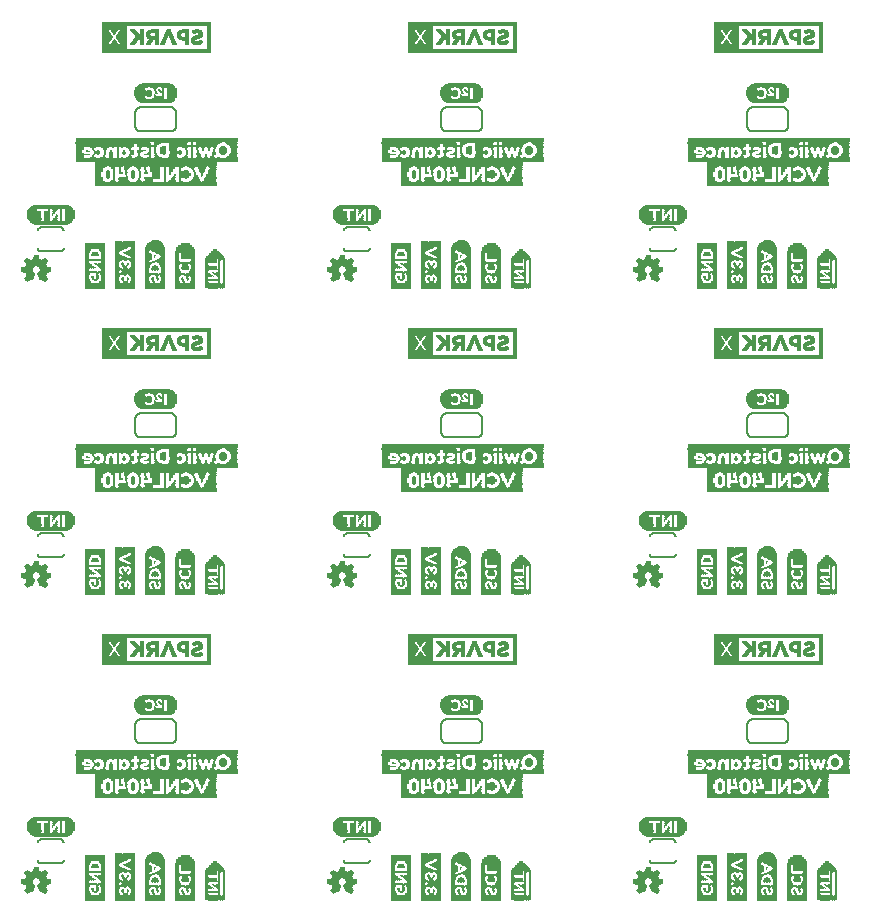
<source format=gbo>
G75*
%MOIN*%
%OFA0B0*%
%FSLAX25Y25*%
%IPPOS*%
%LPD*%
%AMOC8*
5,1,8,0,0,1.08239X$1,22.5*
%
%ADD10C,0.00600*%
%ADD11C,0.00039*%
%ADD12C,0.00299*%
%ADD13C,0.00800*%
%ADD14R,0.53740X0.00197*%
%ADD15R,0.13780X0.00197*%
%ADD16R,0.01181X0.00197*%
%ADD17R,0.11417X0.00197*%
%ADD18R,0.25197X0.00197*%
%ADD19R,0.04331X0.00197*%
%ADD20R,0.08465X0.00197*%
%ADD21R,0.00787X0.00197*%
%ADD22R,0.11024X0.00197*%
%ADD23R,0.25000X0.00197*%
%ADD24R,0.03740X0.00197*%
%ADD25R,0.07874X0.00197*%
%ADD26R,0.00591X0.00197*%
%ADD27R,0.06102X0.00197*%
%ADD28R,0.02165X0.00197*%
%ADD29R,0.03346X0.00197*%
%ADD30R,0.07480X0.00197*%
%ADD31R,0.01772X0.00197*%
%ADD32R,0.04528X0.00197*%
%ADD33R,0.19488X0.00197*%
%ADD34R,0.03150X0.00197*%
%ADD35R,0.07283X0.00197*%
%ADD36R,0.01378X0.00197*%
%ADD37R,0.19291X0.00197*%
%ADD38R,0.02953X0.00197*%
%ADD39R,0.07087X0.00197*%
%ADD40R,0.02756X0.00197*%
%ADD41R,0.15945X0.00197*%
%ADD42R,0.06693X0.00197*%
%ADD43R,0.02559X0.00197*%
%ADD44R,0.15748X0.00197*%
%ADD45R,0.06496X0.00197*%
%ADD46R,0.02362X0.00197*%
%ADD47R,0.00984X0.00197*%
%ADD48R,0.01969X0.00197*%
%ADD49R,0.01575X0.00197*%
%ADD50R,0.00197X0.00197*%
%ADD51R,0.00394X0.00197*%
%ADD52R,0.02165X0.00236*%
%ADD53R,0.02756X0.00236*%
%ADD54R,0.00787X0.00236*%
%ADD55R,0.00591X0.00236*%
%ADD56R,0.04331X0.00236*%
%ADD57R,0.01969X0.00236*%
%ADD58R,0.00394X0.00236*%
%ADD59R,0.01772X0.00236*%
%ADD60R,0.01378X0.00236*%
%ADD61R,0.00984X0.00236*%
%ADD62R,0.01181X0.00236*%
%ADD63R,0.02559X0.00236*%
%ADD64R,0.00197X0.00236*%
%ADD65R,0.04528X0.00236*%
%ADD66R,0.03346X0.00236*%
%ADD67R,0.01575X0.00236*%
%ADD68R,0.02362X0.00236*%
%ADD69R,0.53740X0.00236*%
%ADD70R,0.53740X0.00157*%
%ADD71R,0.00157X0.15276*%
%ADD72R,0.00157X0.03307*%
%ADD73R,0.00157X0.11024*%
%ADD74R,0.00157X0.02992*%
%ADD75R,0.00157X0.01260*%
%ADD76R,0.00157X0.01890*%
%ADD77R,0.00157X0.00630*%
%ADD78R,0.00157X0.02677*%
%ADD79R,0.00157X0.00787*%
%ADD80R,0.00157X0.01575*%
%ADD81R,0.00157X0.00472*%
%ADD82R,0.00157X0.02520*%
%ADD83R,0.00157X0.01417*%
%ADD84R,0.00157X0.02205*%
%ADD85R,0.00157X0.02362*%
%ADD86R,0.00157X0.02047*%
%ADD87R,0.00157X0.01102*%
%ADD88R,0.00157X0.00945*%
%ADD89R,0.00157X0.02835*%
%ADD90R,0.00157X0.01732*%
%ADD91R,0.00157X0.00157*%
%ADD92R,0.00157X0.00315*%
%ADD93R,0.00157X0.03150*%
%ADD94R,0.00157X0.15906*%
%ADD95R,0.00157X0.03937*%
%ADD96R,0.00157X0.07402*%
%ADD97R,0.00157X0.03622*%
%ADD98R,0.00157X0.03465*%
%ADD99R,0.00157X0.13858*%
%ADD100R,0.00157X0.14331*%
%ADD101R,0.00157X0.14646*%
%ADD102R,0.00157X0.14961*%
%ADD103R,0.00157X0.15118*%
%ADD104R,0.00157X0.15433*%
%ADD105R,0.00157X0.11969*%
%ADD106R,0.00157X0.04567*%
%ADD107R,0.00157X0.04409*%
%ADD108R,0.00157X0.04252*%
%ADD109R,0.00157X0.04094*%
%ADD110R,0.00157X0.03780*%
%ADD111R,0.00157X0.12913*%
%ADD112R,0.00157X0.13386*%
%ADD113R,0.00157X0.13701*%
%ADD114R,0.00157X0.14016*%
%ADD115R,0.00157X0.14173*%
%ADD116R,0.00157X0.14488*%
%ADD117R,0.00157X0.07087*%
%ADD118R,0.00157X0.04882*%
%ADD119R,0.00157X0.05039*%
%ADD120R,0.00157X0.05197*%
%ADD121R,0.00157X0.10079*%
%ADD122R,0.00157X0.10236*%
%ADD123R,0.00157X0.10551*%
%ADD124R,0.00157X0.10709*%
%ADD125R,0.00157X0.11811*%
%ADD126R,0.00157X0.12126*%
%ADD127R,0.00157X0.12283*%
%ADD128R,0.00157X0.10866*%
%ADD129R,0.09606X0.00157*%
%ADD130R,0.10551X0.00157*%
%ADD131R,0.11181X0.00157*%
%ADD132R,0.11811X0.00157*%
%ADD133R,0.12126X0.00157*%
%ADD134R,0.12441X0.00157*%
%ADD135R,0.12756X0.00157*%
%ADD136R,0.04882X0.00157*%
%ADD137R,0.02835X0.00157*%
%ADD138R,0.03937X0.00157*%
%ADD139R,0.02992X0.00157*%
%ADD140R,0.00787X0.00157*%
%ADD141R,0.02047X0.00157*%
%ADD142R,0.03465X0.00157*%
%ADD143R,0.00630X0.00157*%
%ADD144R,0.01575X0.00157*%
%ADD145R,0.03150X0.00157*%
%ADD146R,0.01260X0.00157*%
%ADD147R,0.00472X0.00157*%
%ADD148R,0.01102X0.00157*%
%ADD149R,0.03307X0.00157*%
%ADD150R,0.00315X0.00157*%
%ADD151R,0.01417X0.00157*%
%ADD152R,0.03780X0.00157*%
%ADD153R,0.05669X0.00157*%
%ADD154R,0.05827X0.00157*%
%ADD155R,0.05984X0.00157*%
%ADD156R,0.00945X0.00157*%
%ADD157R,0.03622X0.00157*%
%ADD158R,0.04094X0.00157*%
%ADD159R,0.04567X0.00157*%
%ADD160R,0.13386X0.00157*%
%ADD161R,0.13701X0.00157*%
%ADD162R,0.14016X0.00157*%
%ADD163R,0.14331X0.00157*%
%ADD164R,0.14646X0.00157*%
%ADD165R,0.01890X0.00157*%
%ADD166R,0.02677X0.00157*%
%ADD167R,0.04724X0.00157*%
%ADD168R,0.04409X0.00157*%
%ADD169R,0.04252X0.00157*%
%ADD170R,0.02205X0.00157*%
%ADD171R,0.40354X0.00197*%
%ADD172R,0.06890X0.00197*%
%ADD173R,0.12008X0.00197*%
%ADD174R,0.04724X0.00197*%
%ADD175R,0.03543X0.00197*%
%ADD176R,0.03740X0.00236*%
%ADD177R,0.05315X0.00197*%
%ADD178R,0.05315X0.00236*%
%ADD179R,0.02953X0.00236*%
%ADD180R,0.03937X0.00197*%
%ADD181R,0.04134X0.00197*%
%ADD182R,0.03543X0.00236*%
%ADD183R,0.40354X0.00236*%
%ADD184R,0.40354X0.00157*%
D10*
X0073750Y0089750D02*
X0083750Y0089750D01*
X0083833Y0089752D01*
X0083916Y0089758D01*
X0083999Y0089767D01*
X0084081Y0089781D01*
X0084162Y0089798D01*
X0084243Y0089819D01*
X0084322Y0089843D01*
X0084400Y0089872D01*
X0084477Y0089903D01*
X0084552Y0089939D01*
X0084626Y0089977D01*
X0084698Y0090020D01*
X0084767Y0090065D01*
X0084835Y0090114D01*
X0084900Y0090165D01*
X0084963Y0090220D01*
X0085023Y0090277D01*
X0085080Y0090337D01*
X0085135Y0090400D01*
X0085186Y0090465D01*
X0085235Y0090533D01*
X0085280Y0090602D01*
X0085323Y0090674D01*
X0085361Y0090748D01*
X0085397Y0090823D01*
X0085428Y0090900D01*
X0085457Y0090978D01*
X0085481Y0091057D01*
X0085502Y0091138D01*
X0085519Y0091219D01*
X0085533Y0091301D01*
X0085542Y0091384D01*
X0085548Y0091467D01*
X0085550Y0091550D01*
X0085550Y0095950D01*
X0085548Y0096033D01*
X0085542Y0096116D01*
X0085533Y0096199D01*
X0085519Y0096281D01*
X0085502Y0096362D01*
X0085481Y0096443D01*
X0085457Y0096522D01*
X0085428Y0096600D01*
X0085397Y0096677D01*
X0085361Y0096752D01*
X0085323Y0096826D01*
X0085280Y0096898D01*
X0085235Y0096967D01*
X0085186Y0097035D01*
X0085135Y0097100D01*
X0085080Y0097163D01*
X0085023Y0097223D01*
X0084963Y0097280D01*
X0084900Y0097335D01*
X0084835Y0097386D01*
X0084767Y0097435D01*
X0084698Y0097480D01*
X0084626Y0097523D01*
X0084552Y0097561D01*
X0084477Y0097597D01*
X0084400Y0097628D01*
X0084322Y0097657D01*
X0084243Y0097681D01*
X0084162Y0097702D01*
X0084081Y0097719D01*
X0083999Y0097733D01*
X0083916Y0097742D01*
X0083833Y0097748D01*
X0083750Y0097750D01*
X0073750Y0097750D01*
X0073667Y0097748D01*
X0073584Y0097742D01*
X0073501Y0097733D01*
X0073419Y0097719D01*
X0073338Y0097702D01*
X0073257Y0097681D01*
X0073178Y0097657D01*
X0073100Y0097628D01*
X0073023Y0097597D01*
X0072948Y0097561D01*
X0072874Y0097523D01*
X0072802Y0097480D01*
X0072733Y0097435D01*
X0072665Y0097386D01*
X0072600Y0097335D01*
X0072537Y0097280D01*
X0072477Y0097223D01*
X0072420Y0097163D01*
X0072365Y0097100D01*
X0072314Y0097035D01*
X0072265Y0096967D01*
X0072220Y0096898D01*
X0072177Y0096826D01*
X0072139Y0096752D01*
X0072103Y0096677D01*
X0072072Y0096600D01*
X0072043Y0096522D01*
X0072019Y0096443D01*
X0071998Y0096362D01*
X0071981Y0096281D01*
X0071967Y0096199D01*
X0071958Y0096116D01*
X0071952Y0096033D01*
X0071950Y0095950D01*
X0071950Y0091550D01*
X0071952Y0091467D01*
X0071958Y0091384D01*
X0071967Y0091301D01*
X0071981Y0091219D01*
X0071998Y0091138D01*
X0072019Y0091057D01*
X0072043Y0090978D01*
X0072072Y0090900D01*
X0072103Y0090823D01*
X0072139Y0090748D01*
X0072177Y0090674D01*
X0072220Y0090602D01*
X0072265Y0090533D01*
X0072314Y0090465D01*
X0072365Y0090400D01*
X0072420Y0090337D01*
X0072477Y0090277D01*
X0072537Y0090220D01*
X0072600Y0090165D01*
X0072665Y0090114D01*
X0072733Y0090065D01*
X0072802Y0090020D01*
X0072874Y0089977D01*
X0072948Y0089939D01*
X0073023Y0089903D01*
X0073100Y0089872D01*
X0073178Y0089843D01*
X0073257Y0089819D01*
X0073338Y0089798D01*
X0073419Y0089781D01*
X0073501Y0089767D01*
X0073584Y0089758D01*
X0073667Y0089752D01*
X0073750Y0089750D01*
X0173950Y0091550D02*
X0173950Y0095950D01*
X0173952Y0096033D01*
X0173958Y0096116D01*
X0173967Y0096199D01*
X0173981Y0096281D01*
X0173998Y0096362D01*
X0174019Y0096443D01*
X0174043Y0096522D01*
X0174072Y0096600D01*
X0174103Y0096677D01*
X0174139Y0096752D01*
X0174177Y0096826D01*
X0174220Y0096898D01*
X0174265Y0096967D01*
X0174314Y0097035D01*
X0174365Y0097100D01*
X0174420Y0097163D01*
X0174477Y0097223D01*
X0174537Y0097280D01*
X0174600Y0097335D01*
X0174665Y0097386D01*
X0174733Y0097435D01*
X0174802Y0097480D01*
X0174874Y0097523D01*
X0174948Y0097561D01*
X0175023Y0097597D01*
X0175100Y0097628D01*
X0175178Y0097657D01*
X0175257Y0097681D01*
X0175338Y0097702D01*
X0175419Y0097719D01*
X0175501Y0097733D01*
X0175584Y0097742D01*
X0175667Y0097748D01*
X0175750Y0097750D01*
X0185750Y0097750D01*
X0185833Y0097748D01*
X0185916Y0097742D01*
X0185999Y0097733D01*
X0186081Y0097719D01*
X0186162Y0097702D01*
X0186243Y0097681D01*
X0186322Y0097657D01*
X0186400Y0097628D01*
X0186477Y0097597D01*
X0186552Y0097561D01*
X0186626Y0097523D01*
X0186698Y0097480D01*
X0186767Y0097435D01*
X0186835Y0097386D01*
X0186900Y0097335D01*
X0186963Y0097280D01*
X0187023Y0097223D01*
X0187080Y0097163D01*
X0187135Y0097100D01*
X0187186Y0097035D01*
X0187235Y0096967D01*
X0187280Y0096898D01*
X0187323Y0096826D01*
X0187361Y0096752D01*
X0187397Y0096677D01*
X0187428Y0096600D01*
X0187457Y0096522D01*
X0187481Y0096443D01*
X0187502Y0096362D01*
X0187519Y0096281D01*
X0187533Y0096199D01*
X0187542Y0096116D01*
X0187548Y0096033D01*
X0187550Y0095950D01*
X0187550Y0091550D01*
X0187548Y0091467D01*
X0187542Y0091384D01*
X0187533Y0091301D01*
X0187519Y0091219D01*
X0187502Y0091138D01*
X0187481Y0091057D01*
X0187457Y0090978D01*
X0187428Y0090900D01*
X0187397Y0090823D01*
X0187361Y0090748D01*
X0187323Y0090674D01*
X0187280Y0090602D01*
X0187235Y0090533D01*
X0187186Y0090465D01*
X0187135Y0090400D01*
X0187080Y0090337D01*
X0187023Y0090277D01*
X0186963Y0090220D01*
X0186900Y0090165D01*
X0186835Y0090114D01*
X0186767Y0090065D01*
X0186698Y0090020D01*
X0186626Y0089977D01*
X0186552Y0089939D01*
X0186477Y0089903D01*
X0186400Y0089872D01*
X0186322Y0089843D01*
X0186243Y0089819D01*
X0186162Y0089798D01*
X0186081Y0089781D01*
X0185999Y0089767D01*
X0185916Y0089758D01*
X0185833Y0089752D01*
X0185750Y0089750D01*
X0175750Y0089750D01*
X0175667Y0089752D01*
X0175584Y0089758D01*
X0175501Y0089767D01*
X0175419Y0089781D01*
X0175338Y0089798D01*
X0175257Y0089819D01*
X0175178Y0089843D01*
X0175100Y0089872D01*
X0175023Y0089903D01*
X0174948Y0089939D01*
X0174874Y0089977D01*
X0174802Y0090020D01*
X0174733Y0090065D01*
X0174665Y0090114D01*
X0174600Y0090165D01*
X0174537Y0090220D01*
X0174477Y0090277D01*
X0174420Y0090337D01*
X0174365Y0090400D01*
X0174314Y0090465D01*
X0174265Y0090533D01*
X0174220Y0090602D01*
X0174177Y0090674D01*
X0174139Y0090748D01*
X0174103Y0090823D01*
X0174072Y0090900D01*
X0174043Y0090978D01*
X0174019Y0091057D01*
X0173998Y0091138D01*
X0173981Y0091219D01*
X0173967Y0091301D01*
X0173958Y0091384D01*
X0173952Y0091467D01*
X0173950Y0091550D01*
X0275950Y0091550D02*
X0275950Y0095950D01*
X0275952Y0096033D01*
X0275958Y0096116D01*
X0275967Y0096199D01*
X0275981Y0096281D01*
X0275998Y0096362D01*
X0276019Y0096443D01*
X0276043Y0096522D01*
X0276072Y0096600D01*
X0276103Y0096677D01*
X0276139Y0096752D01*
X0276177Y0096826D01*
X0276220Y0096898D01*
X0276265Y0096967D01*
X0276314Y0097035D01*
X0276365Y0097100D01*
X0276420Y0097163D01*
X0276477Y0097223D01*
X0276537Y0097280D01*
X0276600Y0097335D01*
X0276665Y0097386D01*
X0276733Y0097435D01*
X0276802Y0097480D01*
X0276874Y0097523D01*
X0276948Y0097561D01*
X0277023Y0097597D01*
X0277100Y0097628D01*
X0277178Y0097657D01*
X0277257Y0097681D01*
X0277338Y0097702D01*
X0277419Y0097719D01*
X0277501Y0097733D01*
X0277584Y0097742D01*
X0277667Y0097748D01*
X0277750Y0097750D01*
X0287750Y0097750D01*
X0287833Y0097748D01*
X0287916Y0097742D01*
X0287999Y0097733D01*
X0288081Y0097719D01*
X0288162Y0097702D01*
X0288243Y0097681D01*
X0288322Y0097657D01*
X0288400Y0097628D01*
X0288477Y0097597D01*
X0288552Y0097561D01*
X0288626Y0097523D01*
X0288698Y0097480D01*
X0288767Y0097435D01*
X0288835Y0097386D01*
X0288900Y0097335D01*
X0288963Y0097280D01*
X0289023Y0097223D01*
X0289080Y0097163D01*
X0289135Y0097100D01*
X0289186Y0097035D01*
X0289235Y0096967D01*
X0289280Y0096898D01*
X0289323Y0096826D01*
X0289361Y0096752D01*
X0289397Y0096677D01*
X0289428Y0096600D01*
X0289457Y0096522D01*
X0289481Y0096443D01*
X0289502Y0096362D01*
X0289519Y0096281D01*
X0289533Y0096199D01*
X0289542Y0096116D01*
X0289548Y0096033D01*
X0289550Y0095950D01*
X0289550Y0091550D01*
X0289548Y0091467D01*
X0289542Y0091384D01*
X0289533Y0091301D01*
X0289519Y0091219D01*
X0289502Y0091138D01*
X0289481Y0091057D01*
X0289457Y0090978D01*
X0289428Y0090900D01*
X0289397Y0090823D01*
X0289361Y0090748D01*
X0289323Y0090674D01*
X0289280Y0090602D01*
X0289235Y0090533D01*
X0289186Y0090465D01*
X0289135Y0090400D01*
X0289080Y0090337D01*
X0289023Y0090277D01*
X0288963Y0090220D01*
X0288900Y0090165D01*
X0288835Y0090114D01*
X0288767Y0090065D01*
X0288698Y0090020D01*
X0288626Y0089977D01*
X0288552Y0089939D01*
X0288477Y0089903D01*
X0288400Y0089872D01*
X0288322Y0089843D01*
X0288243Y0089819D01*
X0288162Y0089798D01*
X0288081Y0089781D01*
X0287999Y0089767D01*
X0287916Y0089758D01*
X0287833Y0089752D01*
X0287750Y0089750D01*
X0277750Y0089750D01*
X0277667Y0089752D01*
X0277584Y0089758D01*
X0277501Y0089767D01*
X0277419Y0089781D01*
X0277338Y0089798D01*
X0277257Y0089819D01*
X0277178Y0089843D01*
X0277100Y0089872D01*
X0277023Y0089903D01*
X0276948Y0089939D01*
X0276874Y0089977D01*
X0276802Y0090020D01*
X0276733Y0090065D01*
X0276665Y0090114D01*
X0276600Y0090165D01*
X0276537Y0090220D01*
X0276477Y0090277D01*
X0276420Y0090337D01*
X0276365Y0090400D01*
X0276314Y0090465D01*
X0276265Y0090533D01*
X0276220Y0090602D01*
X0276177Y0090674D01*
X0276139Y0090748D01*
X0276103Y0090823D01*
X0276072Y0090900D01*
X0276043Y0090978D01*
X0276019Y0091057D01*
X0275998Y0091138D01*
X0275981Y0091219D01*
X0275967Y0091301D01*
X0275958Y0091384D01*
X0275952Y0091467D01*
X0275950Y0091550D01*
X0277750Y0191750D02*
X0287750Y0191750D01*
X0287833Y0191752D01*
X0287916Y0191758D01*
X0287999Y0191767D01*
X0288081Y0191781D01*
X0288162Y0191798D01*
X0288243Y0191819D01*
X0288322Y0191843D01*
X0288400Y0191872D01*
X0288477Y0191903D01*
X0288552Y0191939D01*
X0288626Y0191977D01*
X0288698Y0192020D01*
X0288767Y0192065D01*
X0288835Y0192114D01*
X0288900Y0192165D01*
X0288963Y0192220D01*
X0289023Y0192277D01*
X0289080Y0192337D01*
X0289135Y0192400D01*
X0289186Y0192465D01*
X0289235Y0192533D01*
X0289280Y0192602D01*
X0289323Y0192674D01*
X0289361Y0192748D01*
X0289397Y0192823D01*
X0289428Y0192900D01*
X0289457Y0192978D01*
X0289481Y0193057D01*
X0289502Y0193138D01*
X0289519Y0193219D01*
X0289533Y0193301D01*
X0289542Y0193384D01*
X0289548Y0193467D01*
X0289550Y0193550D01*
X0289550Y0197950D01*
X0289548Y0198033D01*
X0289542Y0198116D01*
X0289533Y0198199D01*
X0289519Y0198281D01*
X0289502Y0198362D01*
X0289481Y0198443D01*
X0289457Y0198522D01*
X0289428Y0198600D01*
X0289397Y0198677D01*
X0289361Y0198752D01*
X0289323Y0198826D01*
X0289280Y0198898D01*
X0289235Y0198967D01*
X0289186Y0199035D01*
X0289135Y0199100D01*
X0289080Y0199163D01*
X0289023Y0199223D01*
X0288963Y0199280D01*
X0288900Y0199335D01*
X0288835Y0199386D01*
X0288767Y0199435D01*
X0288698Y0199480D01*
X0288626Y0199523D01*
X0288552Y0199561D01*
X0288477Y0199597D01*
X0288400Y0199628D01*
X0288322Y0199657D01*
X0288243Y0199681D01*
X0288162Y0199702D01*
X0288081Y0199719D01*
X0287999Y0199733D01*
X0287916Y0199742D01*
X0287833Y0199748D01*
X0287750Y0199750D01*
X0277750Y0199750D01*
X0277667Y0199748D01*
X0277584Y0199742D01*
X0277501Y0199733D01*
X0277419Y0199719D01*
X0277338Y0199702D01*
X0277257Y0199681D01*
X0277178Y0199657D01*
X0277100Y0199628D01*
X0277023Y0199597D01*
X0276948Y0199561D01*
X0276874Y0199523D01*
X0276802Y0199480D01*
X0276733Y0199435D01*
X0276665Y0199386D01*
X0276600Y0199335D01*
X0276537Y0199280D01*
X0276477Y0199223D01*
X0276420Y0199163D01*
X0276365Y0199100D01*
X0276314Y0199035D01*
X0276265Y0198967D01*
X0276220Y0198898D01*
X0276177Y0198826D01*
X0276139Y0198752D01*
X0276103Y0198677D01*
X0276072Y0198600D01*
X0276043Y0198522D01*
X0276019Y0198443D01*
X0275998Y0198362D01*
X0275981Y0198281D01*
X0275967Y0198199D01*
X0275958Y0198116D01*
X0275952Y0198033D01*
X0275950Y0197950D01*
X0275950Y0193550D01*
X0275952Y0193467D01*
X0275958Y0193384D01*
X0275967Y0193301D01*
X0275981Y0193219D01*
X0275998Y0193138D01*
X0276019Y0193057D01*
X0276043Y0192978D01*
X0276072Y0192900D01*
X0276103Y0192823D01*
X0276139Y0192748D01*
X0276177Y0192674D01*
X0276220Y0192602D01*
X0276265Y0192533D01*
X0276314Y0192465D01*
X0276365Y0192400D01*
X0276420Y0192337D01*
X0276477Y0192277D01*
X0276537Y0192220D01*
X0276600Y0192165D01*
X0276665Y0192114D01*
X0276733Y0192065D01*
X0276802Y0192020D01*
X0276874Y0191977D01*
X0276948Y0191939D01*
X0277023Y0191903D01*
X0277100Y0191872D01*
X0277178Y0191843D01*
X0277257Y0191819D01*
X0277338Y0191798D01*
X0277419Y0191781D01*
X0277501Y0191767D01*
X0277584Y0191758D01*
X0277667Y0191752D01*
X0277750Y0191750D01*
X0187550Y0193550D02*
X0187550Y0197950D01*
X0187548Y0198033D01*
X0187542Y0198116D01*
X0187533Y0198199D01*
X0187519Y0198281D01*
X0187502Y0198362D01*
X0187481Y0198443D01*
X0187457Y0198522D01*
X0187428Y0198600D01*
X0187397Y0198677D01*
X0187361Y0198752D01*
X0187323Y0198826D01*
X0187280Y0198898D01*
X0187235Y0198967D01*
X0187186Y0199035D01*
X0187135Y0199100D01*
X0187080Y0199163D01*
X0187023Y0199223D01*
X0186963Y0199280D01*
X0186900Y0199335D01*
X0186835Y0199386D01*
X0186767Y0199435D01*
X0186698Y0199480D01*
X0186626Y0199523D01*
X0186552Y0199561D01*
X0186477Y0199597D01*
X0186400Y0199628D01*
X0186322Y0199657D01*
X0186243Y0199681D01*
X0186162Y0199702D01*
X0186081Y0199719D01*
X0185999Y0199733D01*
X0185916Y0199742D01*
X0185833Y0199748D01*
X0185750Y0199750D01*
X0175750Y0199750D01*
X0175667Y0199748D01*
X0175584Y0199742D01*
X0175501Y0199733D01*
X0175419Y0199719D01*
X0175338Y0199702D01*
X0175257Y0199681D01*
X0175178Y0199657D01*
X0175100Y0199628D01*
X0175023Y0199597D01*
X0174948Y0199561D01*
X0174874Y0199523D01*
X0174802Y0199480D01*
X0174733Y0199435D01*
X0174665Y0199386D01*
X0174600Y0199335D01*
X0174537Y0199280D01*
X0174477Y0199223D01*
X0174420Y0199163D01*
X0174365Y0199100D01*
X0174314Y0199035D01*
X0174265Y0198967D01*
X0174220Y0198898D01*
X0174177Y0198826D01*
X0174139Y0198752D01*
X0174103Y0198677D01*
X0174072Y0198600D01*
X0174043Y0198522D01*
X0174019Y0198443D01*
X0173998Y0198362D01*
X0173981Y0198281D01*
X0173967Y0198199D01*
X0173958Y0198116D01*
X0173952Y0198033D01*
X0173950Y0197950D01*
X0173950Y0193550D01*
X0173952Y0193467D01*
X0173958Y0193384D01*
X0173967Y0193301D01*
X0173981Y0193219D01*
X0173998Y0193138D01*
X0174019Y0193057D01*
X0174043Y0192978D01*
X0174072Y0192900D01*
X0174103Y0192823D01*
X0174139Y0192748D01*
X0174177Y0192674D01*
X0174220Y0192602D01*
X0174265Y0192533D01*
X0174314Y0192465D01*
X0174365Y0192400D01*
X0174420Y0192337D01*
X0174477Y0192277D01*
X0174537Y0192220D01*
X0174600Y0192165D01*
X0174665Y0192114D01*
X0174733Y0192065D01*
X0174802Y0192020D01*
X0174874Y0191977D01*
X0174948Y0191939D01*
X0175023Y0191903D01*
X0175100Y0191872D01*
X0175178Y0191843D01*
X0175257Y0191819D01*
X0175338Y0191798D01*
X0175419Y0191781D01*
X0175501Y0191767D01*
X0175584Y0191758D01*
X0175667Y0191752D01*
X0175750Y0191750D01*
X0185750Y0191750D01*
X0185833Y0191752D01*
X0185916Y0191758D01*
X0185999Y0191767D01*
X0186081Y0191781D01*
X0186162Y0191798D01*
X0186243Y0191819D01*
X0186322Y0191843D01*
X0186400Y0191872D01*
X0186477Y0191903D01*
X0186552Y0191939D01*
X0186626Y0191977D01*
X0186698Y0192020D01*
X0186767Y0192065D01*
X0186835Y0192114D01*
X0186900Y0192165D01*
X0186963Y0192220D01*
X0187023Y0192277D01*
X0187080Y0192337D01*
X0187135Y0192400D01*
X0187186Y0192465D01*
X0187235Y0192533D01*
X0187280Y0192602D01*
X0187323Y0192674D01*
X0187361Y0192748D01*
X0187397Y0192823D01*
X0187428Y0192900D01*
X0187457Y0192978D01*
X0187481Y0193057D01*
X0187502Y0193138D01*
X0187519Y0193219D01*
X0187533Y0193301D01*
X0187542Y0193384D01*
X0187548Y0193467D01*
X0187550Y0193550D01*
X0085550Y0193550D02*
X0085550Y0197950D01*
X0085548Y0198033D01*
X0085542Y0198116D01*
X0085533Y0198199D01*
X0085519Y0198281D01*
X0085502Y0198362D01*
X0085481Y0198443D01*
X0085457Y0198522D01*
X0085428Y0198600D01*
X0085397Y0198677D01*
X0085361Y0198752D01*
X0085323Y0198826D01*
X0085280Y0198898D01*
X0085235Y0198967D01*
X0085186Y0199035D01*
X0085135Y0199100D01*
X0085080Y0199163D01*
X0085023Y0199223D01*
X0084963Y0199280D01*
X0084900Y0199335D01*
X0084835Y0199386D01*
X0084767Y0199435D01*
X0084698Y0199480D01*
X0084626Y0199523D01*
X0084552Y0199561D01*
X0084477Y0199597D01*
X0084400Y0199628D01*
X0084322Y0199657D01*
X0084243Y0199681D01*
X0084162Y0199702D01*
X0084081Y0199719D01*
X0083999Y0199733D01*
X0083916Y0199742D01*
X0083833Y0199748D01*
X0083750Y0199750D01*
X0073750Y0199750D01*
X0073667Y0199748D01*
X0073584Y0199742D01*
X0073501Y0199733D01*
X0073419Y0199719D01*
X0073338Y0199702D01*
X0073257Y0199681D01*
X0073178Y0199657D01*
X0073100Y0199628D01*
X0073023Y0199597D01*
X0072948Y0199561D01*
X0072874Y0199523D01*
X0072802Y0199480D01*
X0072733Y0199435D01*
X0072665Y0199386D01*
X0072600Y0199335D01*
X0072537Y0199280D01*
X0072477Y0199223D01*
X0072420Y0199163D01*
X0072365Y0199100D01*
X0072314Y0199035D01*
X0072265Y0198967D01*
X0072220Y0198898D01*
X0072177Y0198826D01*
X0072139Y0198752D01*
X0072103Y0198677D01*
X0072072Y0198600D01*
X0072043Y0198522D01*
X0072019Y0198443D01*
X0071998Y0198362D01*
X0071981Y0198281D01*
X0071967Y0198199D01*
X0071958Y0198116D01*
X0071952Y0198033D01*
X0071950Y0197950D01*
X0071950Y0193550D01*
X0071952Y0193467D01*
X0071958Y0193384D01*
X0071967Y0193301D01*
X0071981Y0193219D01*
X0071998Y0193138D01*
X0072019Y0193057D01*
X0072043Y0192978D01*
X0072072Y0192900D01*
X0072103Y0192823D01*
X0072139Y0192748D01*
X0072177Y0192674D01*
X0072220Y0192602D01*
X0072265Y0192533D01*
X0072314Y0192465D01*
X0072365Y0192400D01*
X0072420Y0192337D01*
X0072477Y0192277D01*
X0072537Y0192220D01*
X0072600Y0192165D01*
X0072665Y0192114D01*
X0072733Y0192065D01*
X0072802Y0192020D01*
X0072874Y0191977D01*
X0072948Y0191939D01*
X0073023Y0191903D01*
X0073100Y0191872D01*
X0073178Y0191843D01*
X0073257Y0191819D01*
X0073338Y0191798D01*
X0073419Y0191781D01*
X0073501Y0191767D01*
X0073584Y0191758D01*
X0073667Y0191752D01*
X0073750Y0191750D01*
X0083750Y0191750D01*
X0083833Y0191752D01*
X0083916Y0191758D01*
X0083999Y0191767D01*
X0084081Y0191781D01*
X0084162Y0191798D01*
X0084243Y0191819D01*
X0084322Y0191843D01*
X0084400Y0191872D01*
X0084477Y0191903D01*
X0084552Y0191939D01*
X0084626Y0191977D01*
X0084698Y0192020D01*
X0084767Y0192065D01*
X0084835Y0192114D01*
X0084900Y0192165D01*
X0084963Y0192220D01*
X0085023Y0192277D01*
X0085080Y0192337D01*
X0085135Y0192400D01*
X0085186Y0192465D01*
X0085235Y0192533D01*
X0085280Y0192602D01*
X0085323Y0192674D01*
X0085361Y0192748D01*
X0085397Y0192823D01*
X0085428Y0192900D01*
X0085457Y0192978D01*
X0085481Y0193057D01*
X0085502Y0193138D01*
X0085519Y0193219D01*
X0085533Y0193301D01*
X0085542Y0193384D01*
X0085548Y0193467D01*
X0085550Y0193550D01*
X0083750Y0293750D02*
X0073750Y0293750D01*
X0073667Y0293752D01*
X0073584Y0293758D01*
X0073501Y0293767D01*
X0073419Y0293781D01*
X0073338Y0293798D01*
X0073257Y0293819D01*
X0073178Y0293843D01*
X0073100Y0293872D01*
X0073023Y0293903D01*
X0072948Y0293939D01*
X0072874Y0293977D01*
X0072802Y0294020D01*
X0072733Y0294065D01*
X0072665Y0294114D01*
X0072600Y0294165D01*
X0072537Y0294220D01*
X0072477Y0294277D01*
X0072420Y0294337D01*
X0072365Y0294400D01*
X0072314Y0294465D01*
X0072265Y0294533D01*
X0072220Y0294602D01*
X0072177Y0294674D01*
X0072139Y0294748D01*
X0072103Y0294823D01*
X0072072Y0294900D01*
X0072043Y0294978D01*
X0072019Y0295057D01*
X0071998Y0295138D01*
X0071981Y0295219D01*
X0071967Y0295301D01*
X0071958Y0295384D01*
X0071952Y0295467D01*
X0071950Y0295550D01*
X0071950Y0299950D01*
X0071952Y0300033D01*
X0071958Y0300116D01*
X0071967Y0300199D01*
X0071981Y0300281D01*
X0071998Y0300362D01*
X0072019Y0300443D01*
X0072043Y0300522D01*
X0072072Y0300600D01*
X0072103Y0300677D01*
X0072139Y0300752D01*
X0072177Y0300826D01*
X0072220Y0300898D01*
X0072265Y0300967D01*
X0072314Y0301035D01*
X0072365Y0301100D01*
X0072420Y0301163D01*
X0072477Y0301223D01*
X0072537Y0301280D01*
X0072600Y0301335D01*
X0072665Y0301386D01*
X0072733Y0301435D01*
X0072802Y0301480D01*
X0072874Y0301523D01*
X0072948Y0301561D01*
X0073023Y0301597D01*
X0073100Y0301628D01*
X0073178Y0301657D01*
X0073257Y0301681D01*
X0073338Y0301702D01*
X0073419Y0301719D01*
X0073501Y0301733D01*
X0073584Y0301742D01*
X0073667Y0301748D01*
X0073750Y0301750D01*
X0083750Y0301750D01*
X0083833Y0301748D01*
X0083916Y0301742D01*
X0083999Y0301733D01*
X0084081Y0301719D01*
X0084162Y0301702D01*
X0084243Y0301681D01*
X0084322Y0301657D01*
X0084400Y0301628D01*
X0084477Y0301597D01*
X0084552Y0301561D01*
X0084626Y0301523D01*
X0084698Y0301480D01*
X0084767Y0301435D01*
X0084835Y0301386D01*
X0084900Y0301335D01*
X0084963Y0301280D01*
X0085023Y0301223D01*
X0085080Y0301163D01*
X0085135Y0301100D01*
X0085186Y0301035D01*
X0085235Y0300967D01*
X0085280Y0300898D01*
X0085323Y0300826D01*
X0085361Y0300752D01*
X0085397Y0300677D01*
X0085428Y0300600D01*
X0085457Y0300522D01*
X0085481Y0300443D01*
X0085502Y0300362D01*
X0085519Y0300281D01*
X0085533Y0300199D01*
X0085542Y0300116D01*
X0085548Y0300033D01*
X0085550Y0299950D01*
X0085550Y0295550D01*
X0085548Y0295467D01*
X0085542Y0295384D01*
X0085533Y0295301D01*
X0085519Y0295219D01*
X0085502Y0295138D01*
X0085481Y0295057D01*
X0085457Y0294978D01*
X0085428Y0294900D01*
X0085397Y0294823D01*
X0085361Y0294748D01*
X0085323Y0294674D01*
X0085280Y0294602D01*
X0085235Y0294533D01*
X0085186Y0294465D01*
X0085135Y0294400D01*
X0085080Y0294337D01*
X0085023Y0294277D01*
X0084963Y0294220D01*
X0084900Y0294165D01*
X0084835Y0294114D01*
X0084767Y0294065D01*
X0084698Y0294020D01*
X0084626Y0293977D01*
X0084552Y0293939D01*
X0084477Y0293903D01*
X0084400Y0293872D01*
X0084322Y0293843D01*
X0084243Y0293819D01*
X0084162Y0293798D01*
X0084081Y0293781D01*
X0083999Y0293767D01*
X0083916Y0293758D01*
X0083833Y0293752D01*
X0083750Y0293750D01*
X0173950Y0295550D02*
X0173950Y0299950D01*
X0173952Y0300033D01*
X0173958Y0300116D01*
X0173967Y0300199D01*
X0173981Y0300281D01*
X0173998Y0300362D01*
X0174019Y0300443D01*
X0174043Y0300522D01*
X0174072Y0300600D01*
X0174103Y0300677D01*
X0174139Y0300752D01*
X0174177Y0300826D01*
X0174220Y0300898D01*
X0174265Y0300967D01*
X0174314Y0301035D01*
X0174365Y0301100D01*
X0174420Y0301163D01*
X0174477Y0301223D01*
X0174537Y0301280D01*
X0174600Y0301335D01*
X0174665Y0301386D01*
X0174733Y0301435D01*
X0174802Y0301480D01*
X0174874Y0301523D01*
X0174948Y0301561D01*
X0175023Y0301597D01*
X0175100Y0301628D01*
X0175178Y0301657D01*
X0175257Y0301681D01*
X0175338Y0301702D01*
X0175419Y0301719D01*
X0175501Y0301733D01*
X0175584Y0301742D01*
X0175667Y0301748D01*
X0175750Y0301750D01*
X0185750Y0301750D01*
X0185833Y0301748D01*
X0185916Y0301742D01*
X0185999Y0301733D01*
X0186081Y0301719D01*
X0186162Y0301702D01*
X0186243Y0301681D01*
X0186322Y0301657D01*
X0186400Y0301628D01*
X0186477Y0301597D01*
X0186552Y0301561D01*
X0186626Y0301523D01*
X0186698Y0301480D01*
X0186767Y0301435D01*
X0186835Y0301386D01*
X0186900Y0301335D01*
X0186963Y0301280D01*
X0187023Y0301223D01*
X0187080Y0301163D01*
X0187135Y0301100D01*
X0187186Y0301035D01*
X0187235Y0300967D01*
X0187280Y0300898D01*
X0187323Y0300826D01*
X0187361Y0300752D01*
X0187397Y0300677D01*
X0187428Y0300600D01*
X0187457Y0300522D01*
X0187481Y0300443D01*
X0187502Y0300362D01*
X0187519Y0300281D01*
X0187533Y0300199D01*
X0187542Y0300116D01*
X0187548Y0300033D01*
X0187550Y0299950D01*
X0187550Y0295550D01*
X0187548Y0295467D01*
X0187542Y0295384D01*
X0187533Y0295301D01*
X0187519Y0295219D01*
X0187502Y0295138D01*
X0187481Y0295057D01*
X0187457Y0294978D01*
X0187428Y0294900D01*
X0187397Y0294823D01*
X0187361Y0294748D01*
X0187323Y0294674D01*
X0187280Y0294602D01*
X0187235Y0294533D01*
X0187186Y0294465D01*
X0187135Y0294400D01*
X0187080Y0294337D01*
X0187023Y0294277D01*
X0186963Y0294220D01*
X0186900Y0294165D01*
X0186835Y0294114D01*
X0186767Y0294065D01*
X0186698Y0294020D01*
X0186626Y0293977D01*
X0186552Y0293939D01*
X0186477Y0293903D01*
X0186400Y0293872D01*
X0186322Y0293843D01*
X0186243Y0293819D01*
X0186162Y0293798D01*
X0186081Y0293781D01*
X0185999Y0293767D01*
X0185916Y0293758D01*
X0185833Y0293752D01*
X0185750Y0293750D01*
X0175750Y0293750D01*
X0175667Y0293752D01*
X0175584Y0293758D01*
X0175501Y0293767D01*
X0175419Y0293781D01*
X0175338Y0293798D01*
X0175257Y0293819D01*
X0175178Y0293843D01*
X0175100Y0293872D01*
X0175023Y0293903D01*
X0174948Y0293939D01*
X0174874Y0293977D01*
X0174802Y0294020D01*
X0174733Y0294065D01*
X0174665Y0294114D01*
X0174600Y0294165D01*
X0174537Y0294220D01*
X0174477Y0294277D01*
X0174420Y0294337D01*
X0174365Y0294400D01*
X0174314Y0294465D01*
X0174265Y0294533D01*
X0174220Y0294602D01*
X0174177Y0294674D01*
X0174139Y0294748D01*
X0174103Y0294823D01*
X0174072Y0294900D01*
X0174043Y0294978D01*
X0174019Y0295057D01*
X0173998Y0295138D01*
X0173981Y0295219D01*
X0173967Y0295301D01*
X0173958Y0295384D01*
X0173952Y0295467D01*
X0173950Y0295550D01*
X0275950Y0295550D02*
X0275950Y0299950D01*
X0275952Y0300033D01*
X0275958Y0300116D01*
X0275967Y0300199D01*
X0275981Y0300281D01*
X0275998Y0300362D01*
X0276019Y0300443D01*
X0276043Y0300522D01*
X0276072Y0300600D01*
X0276103Y0300677D01*
X0276139Y0300752D01*
X0276177Y0300826D01*
X0276220Y0300898D01*
X0276265Y0300967D01*
X0276314Y0301035D01*
X0276365Y0301100D01*
X0276420Y0301163D01*
X0276477Y0301223D01*
X0276537Y0301280D01*
X0276600Y0301335D01*
X0276665Y0301386D01*
X0276733Y0301435D01*
X0276802Y0301480D01*
X0276874Y0301523D01*
X0276948Y0301561D01*
X0277023Y0301597D01*
X0277100Y0301628D01*
X0277178Y0301657D01*
X0277257Y0301681D01*
X0277338Y0301702D01*
X0277419Y0301719D01*
X0277501Y0301733D01*
X0277584Y0301742D01*
X0277667Y0301748D01*
X0277750Y0301750D01*
X0287750Y0301750D01*
X0287833Y0301748D01*
X0287916Y0301742D01*
X0287999Y0301733D01*
X0288081Y0301719D01*
X0288162Y0301702D01*
X0288243Y0301681D01*
X0288322Y0301657D01*
X0288400Y0301628D01*
X0288477Y0301597D01*
X0288552Y0301561D01*
X0288626Y0301523D01*
X0288698Y0301480D01*
X0288767Y0301435D01*
X0288835Y0301386D01*
X0288900Y0301335D01*
X0288963Y0301280D01*
X0289023Y0301223D01*
X0289080Y0301163D01*
X0289135Y0301100D01*
X0289186Y0301035D01*
X0289235Y0300967D01*
X0289280Y0300898D01*
X0289323Y0300826D01*
X0289361Y0300752D01*
X0289397Y0300677D01*
X0289428Y0300600D01*
X0289457Y0300522D01*
X0289481Y0300443D01*
X0289502Y0300362D01*
X0289519Y0300281D01*
X0289533Y0300199D01*
X0289542Y0300116D01*
X0289548Y0300033D01*
X0289550Y0299950D01*
X0289550Y0295550D01*
X0289548Y0295467D01*
X0289542Y0295384D01*
X0289533Y0295301D01*
X0289519Y0295219D01*
X0289502Y0295138D01*
X0289481Y0295057D01*
X0289457Y0294978D01*
X0289428Y0294900D01*
X0289397Y0294823D01*
X0289361Y0294748D01*
X0289323Y0294674D01*
X0289280Y0294602D01*
X0289235Y0294533D01*
X0289186Y0294465D01*
X0289135Y0294400D01*
X0289080Y0294337D01*
X0289023Y0294277D01*
X0288963Y0294220D01*
X0288900Y0294165D01*
X0288835Y0294114D01*
X0288767Y0294065D01*
X0288698Y0294020D01*
X0288626Y0293977D01*
X0288552Y0293939D01*
X0288477Y0293903D01*
X0288400Y0293872D01*
X0288322Y0293843D01*
X0288243Y0293819D01*
X0288162Y0293798D01*
X0288081Y0293781D01*
X0287999Y0293767D01*
X0287916Y0293758D01*
X0287833Y0293752D01*
X0287750Y0293750D01*
X0277750Y0293750D01*
X0277667Y0293752D01*
X0277584Y0293758D01*
X0277501Y0293767D01*
X0277419Y0293781D01*
X0277338Y0293798D01*
X0277257Y0293819D01*
X0277178Y0293843D01*
X0277100Y0293872D01*
X0277023Y0293903D01*
X0276948Y0293939D01*
X0276874Y0293977D01*
X0276802Y0294020D01*
X0276733Y0294065D01*
X0276665Y0294114D01*
X0276600Y0294165D01*
X0276537Y0294220D01*
X0276477Y0294277D01*
X0276420Y0294337D01*
X0276365Y0294400D01*
X0276314Y0294465D01*
X0276265Y0294533D01*
X0276220Y0294602D01*
X0276177Y0294674D01*
X0276139Y0294748D01*
X0276103Y0294823D01*
X0276072Y0294900D01*
X0276043Y0294978D01*
X0276019Y0295057D01*
X0275998Y0295138D01*
X0275981Y0295219D01*
X0275967Y0295301D01*
X0275958Y0295384D01*
X0275952Y0295467D01*
X0275950Y0295550D01*
D11*
X0273116Y0320268D02*
X0264750Y0320268D01*
X0264750Y0324765D01*
X0267770Y0324765D01*
X0266453Y0322834D01*
X0267702Y0322834D01*
X0268786Y0324490D01*
X0268785Y0324490D01*
X0268786Y0324490D02*
X0269876Y0322834D01*
X0271082Y0322834D01*
X0269758Y0324765D01*
X0272792Y0324765D01*
X0272792Y0321193D01*
X0273116Y0321193D01*
X0273116Y0320268D01*
X0273116Y0321193D01*
X0299825Y0321193D01*
X0299825Y0329307D01*
X0272792Y0329307D01*
X0272792Y0324765D01*
X0269758Y0324765D01*
X0269398Y0325290D01*
X0271010Y0327662D01*
X0269768Y0327662D01*
X0268753Y0326096D01*
X0267731Y0327662D01*
X0266525Y0327662D01*
X0268138Y0325304D01*
X0267770Y0324765D01*
X0264750Y0324765D01*
X0264750Y0330232D01*
X0272792Y0330232D01*
X0300750Y0330232D01*
X0300750Y0320268D01*
X0273116Y0320268D01*
X0273116Y0320285D02*
X0264750Y0320285D01*
X0264750Y0320323D02*
X0273116Y0320323D01*
X0300750Y0320323D01*
X0300750Y0320285D02*
X0273116Y0320285D01*
X0273116Y0320361D02*
X0264750Y0320361D01*
X0264750Y0320399D02*
X0273116Y0320399D01*
X0300750Y0320399D01*
X0300750Y0320437D02*
X0273116Y0320437D01*
X0264750Y0320437D01*
X0264750Y0320475D02*
X0273116Y0320475D01*
X0300750Y0320475D01*
X0300750Y0320513D02*
X0273116Y0320513D01*
X0264750Y0320513D01*
X0264750Y0320550D02*
X0273116Y0320550D01*
X0300750Y0320550D01*
X0300750Y0320588D02*
X0273116Y0320588D01*
X0264750Y0320588D01*
X0264750Y0320626D02*
X0273116Y0320626D01*
X0300750Y0320626D01*
X0300750Y0320664D02*
X0273116Y0320664D01*
X0264750Y0320664D01*
X0264750Y0320702D02*
X0273116Y0320702D01*
X0300750Y0320702D01*
X0300750Y0320740D02*
X0273116Y0320740D01*
X0264750Y0320740D01*
X0264750Y0320778D02*
X0273116Y0320778D01*
X0300750Y0320778D01*
X0300750Y0320816D02*
X0273116Y0320816D01*
X0264750Y0320816D01*
X0264750Y0320853D02*
X0273116Y0320853D01*
X0300750Y0320853D01*
X0300750Y0320891D02*
X0273116Y0320891D01*
X0264750Y0320891D01*
X0264750Y0320929D02*
X0273116Y0320929D01*
X0300750Y0320929D01*
X0300750Y0320967D02*
X0273116Y0320967D01*
X0264750Y0320967D01*
X0264750Y0321005D02*
X0273116Y0321005D01*
X0300750Y0321005D01*
X0300750Y0321043D02*
X0273116Y0321043D01*
X0264750Y0321043D01*
X0264750Y0321081D02*
X0273116Y0321081D01*
X0300750Y0321081D01*
X0300750Y0321119D02*
X0273116Y0321119D01*
X0264750Y0321119D01*
X0264750Y0321157D02*
X0273116Y0321157D01*
X0300750Y0321157D01*
X0300750Y0321194D02*
X0299825Y0321194D01*
X0299825Y0321232D02*
X0300750Y0321232D01*
X0300750Y0321270D02*
X0299825Y0321270D01*
X0299825Y0321308D02*
X0300750Y0321308D01*
X0300750Y0321346D02*
X0299825Y0321346D01*
X0299825Y0321384D02*
X0300750Y0321384D01*
X0300750Y0321422D02*
X0299825Y0321422D01*
X0299825Y0321460D02*
X0300750Y0321460D01*
X0300750Y0321497D02*
X0299825Y0321497D01*
X0299825Y0321535D02*
X0300750Y0321535D01*
X0300750Y0321573D02*
X0299825Y0321573D01*
X0299825Y0321611D02*
X0300750Y0321611D01*
X0300750Y0321649D02*
X0299825Y0321649D01*
X0299825Y0321687D02*
X0300750Y0321687D01*
X0300750Y0321725D02*
X0299825Y0321725D01*
X0299825Y0321763D02*
X0300750Y0321763D01*
X0300750Y0321800D02*
X0299825Y0321800D01*
X0299825Y0321838D02*
X0300750Y0321838D01*
X0300750Y0321876D02*
X0299825Y0321876D01*
X0299825Y0321914D02*
X0300750Y0321914D01*
X0300750Y0321952D02*
X0299825Y0321952D01*
X0299825Y0321990D02*
X0300750Y0321990D01*
X0300750Y0322028D02*
X0299825Y0322028D01*
X0299825Y0322066D02*
X0300750Y0322066D01*
X0300750Y0322104D02*
X0299825Y0322104D01*
X0299825Y0322141D02*
X0300750Y0322141D01*
X0300750Y0322179D02*
X0299825Y0322179D01*
X0299825Y0322217D02*
X0300750Y0322217D01*
X0300750Y0322255D02*
X0299825Y0322255D01*
X0299825Y0322293D02*
X0300750Y0322293D01*
X0300750Y0322331D02*
X0299825Y0322331D01*
X0299825Y0322369D02*
X0300750Y0322369D01*
X0300750Y0322407D02*
X0299825Y0322407D01*
X0299825Y0322444D02*
X0300750Y0322444D01*
X0300750Y0322482D02*
X0299825Y0322482D01*
X0299825Y0322520D02*
X0300750Y0322520D01*
X0300750Y0322558D02*
X0299825Y0322558D01*
X0299825Y0322596D02*
X0300750Y0322596D01*
X0300750Y0322634D02*
X0299825Y0322634D01*
X0299825Y0322672D02*
X0300750Y0322672D01*
X0300750Y0322710D02*
X0299825Y0322710D01*
X0299825Y0322748D02*
X0300750Y0322748D01*
X0300750Y0322785D02*
X0299825Y0322785D01*
X0299825Y0322823D02*
X0300750Y0322823D01*
X0300750Y0322861D02*
X0299825Y0322861D01*
X0299825Y0322899D02*
X0300750Y0322899D01*
X0300750Y0322937D02*
X0299825Y0322937D01*
X0299825Y0322975D02*
X0300750Y0322975D01*
X0300750Y0323013D02*
X0299825Y0323013D01*
X0299825Y0323051D02*
X0300750Y0323051D01*
X0300750Y0323088D02*
X0299825Y0323088D01*
X0299825Y0323126D02*
X0300750Y0323126D01*
X0300750Y0323164D02*
X0299825Y0323164D01*
X0299825Y0323202D02*
X0300750Y0323202D01*
X0300750Y0323240D02*
X0299825Y0323240D01*
X0299825Y0323278D02*
X0300750Y0323278D01*
X0300750Y0323316D02*
X0299825Y0323316D01*
X0299825Y0323354D02*
X0300750Y0323354D01*
X0300750Y0323392D02*
X0299825Y0323392D01*
X0299825Y0323429D02*
X0300750Y0323429D01*
X0300750Y0323467D02*
X0299825Y0323467D01*
X0299825Y0323505D02*
X0300750Y0323505D01*
X0300750Y0323543D02*
X0299825Y0323543D01*
X0299825Y0323581D02*
X0300750Y0323581D01*
X0300750Y0323619D02*
X0299825Y0323619D01*
X0299825Y0323657D02*
X0300750Y0323657D01*
X0300750Y0323695D02*
X0299825Y0323695D01*
X0299825Y0323732D02*
X0300750Y0323732D01*
X0300750Y0323770D02*
X0299825Y0323770D01*
X0299825Y0323808D02*
X0300750Y0323808D01*
X0300750Y0323846D02*
X0299825Y0323846D01*
X0299825Y0323884D02*
X0300750Y0323884D01*
X0300750Y0323922D02*
X0299825Y0323922D01*
X0299825Y0323960D02*
X0300750Y0323960D01*
X0300750Y0323998D02*
X0299825Y0323998D01*
X0299825Y0324035D02*
X0300750Y0324035D01*
X0300750Y0324073D02*
X0299825Y0324073D01*
X0299825Y0324111D02*
X0300750Y0324111D01*
X0300750Y0324149D02*
X0299825Y0324149D01*
X0299825Y0324187D02*
X0300750Y0324187D01*
X0300750Y0324225D02*
X0299825Y0324225D01*
X0299825Y0324263D02*
X0300750Y0324263D01*
X0300750Y0324301D02*
X0299825Y0324301D01*
X0299825Y0324339D02*
X0300750Y0324339D01*
X0300750Y0324376D02*
X0299825Y0324376D01*
X0299825Y0324414D02*
X0300750Y0324414D01*
X0300750Y0324452D02*
X0299825Y0324452D01*
X0299825Y0324490D02*
X0300750Y0324490D01*
X0300750Y0324528D02*
X0299825Y0324528D01*
X0299825Y0324566D02*
X0300750Y0324566D01*
X0300750Y0324604D02*
X0299825Y0324604D01*
X0299825Y0324642D02*
X0300750Y0324642D01*
X0300750Y0324679D02*
X0299825Y0324679D01*
X0299825Y0324717D02*
X0300750Y0324717D01*
X0300750Y0324755D02*
X0299825Y0324755D01*
X0299825Y0324793D02*
X0300750Y0324793D01*
X0300750Y0324831D02*
X0299825Y0324831D01*
X0299825Y0324869D02*
X0300750Y0324869D01*
X0300750Y0324907D02*
X0299825Y0324907D01*
X0299825Y0324945D02*
X0300750Y0324945D01*
X0300750Y0324983D02*
X0299825Y0324983D01*
X0299825Y0325020D02*
X0300750Y0325020D01*
X0300750Y0325058D02*
X0299825Y0325058D01*
X0299825Y0325096D02*
X0300750Y0325096D01*
X0300750Y0325134D02*
X0299825Y0325134D01*
X0299825Y0325172D02*
X0300750Y0325172D01*
X0300750Y0325210D02*
X0299825Y0325210D01*
X0299825Y0325248D02*
X0300750Y0325248D01*
X0300750Y0325286D02*
X0299825Y0325286D01*
X0299825Y0325323D02*
X0300750Y0325323D01*
X0300750Y0325361D02*
X0299825Y0325361D01*
X0299825Y0325399D02*
X0300750Y0325399D01*
X0300750Y0325437D02*
X0299825Y0325437D01*
X0299825Y0325475D02*
X0300750Y0325475D01*
X0300750Y0325513D02*
X0299825Y0325513D01*
X0299825Y0325551D02*
X0300750Y0325551D01*
X0300750Y0325589D02*
X0299825Y0325589D01*
X0299825Y0325627D02*
X0300750Y0325627D01*
X0300750Y0325664D02*
X0299825Y0325664D01*
X0299825Y0325702D02*
X0300750Y0325702D01*
X0300750Y0325740D02*
X0299825Y0325740D01*
X0299825Y0325778D02*
X0300750Y0325778D01*
X0300750Y0325816D02*
X0299825Y0325816D01*
X0299825Y0325854D02*
X0300750Y0325854D01*
X0300750Y0325892D02*
X0299825Y0325892D01*
X0299825Y0325930D02*
X0300750Y0325930D01*
X0300750Y0325967D02*
X0299825Y0325967D01*
X0299825Y0326005D02*
X0300750Y0326005D01*
X0300750Y0326043D02*
X0299825Y0326043D01*
X0299825Y0326081D02*
X0300750Y0326081D01*
X0300750Y0326119D02*
X0299825Y0326119D01*
X0299825Y0326157D02*
X0300750Y0326157D01*
X0300750Y0326195D02*
X0299825Y0326195D01*
X0299825Y0326233D02*
X0300750Y0326233D01*
X0300750Y0326270D02*
X0299825Y0326270D01*
X0299825Y0326308D02*
X0300750Y0326308D01*
X0300750Y0326346D02*
X0299825Y0326346D01*
X0299825Y0326384D02*
X0300750Y0326384D01*
X0300750Y0326422D02*
X0299825Y0326422D01*
X0299825Y0326460D02*
X0300750Y0326460D01*
X0300750Y0326498D02*
X0299825Y0326498D01*
X0299825Y0326536D02*
X0300750Y0326536D01*
X0300750Y0326574D02*
X0299825Y0326574D01*
X0299825Y0326611D02*
X0300750Y0326611D01*
X0300750Y0326649D02*
X0299825Y0326649D01*
X0299825Y0326687D02*
X0300750Y0326687D01*
X0300750Y0326725D02*
X0299825Y0326725D01*
X0299825Y0326763D02*
X0300750Y0326763D01*
X0300750Y0326801D02*
X0299825Y0326801D01*
X0299825Y0326839D02*
X0300750Y0326839D01*
X0300750Y0326877D02*
X0299825Y0326877D01*
X0299825Y0326914D02*
X0300750Y0326914D01*
X0300750Y0326952D02*
X0299825Y0326952D01*
X0299825Y0326990D02*
X0300750Y0326990D01*
X0300750Y0327028D02*
X0299825Y0327028D01*
X0299825Y0327066D02*
X0300750Y0327066D01*
X0300750Y0327104D02*
X0299825Y0327104D01*
X0299825Y0327142D02*
X0300750Y0327142D01*
X0300750Y0327180D02*
X0299825Y0327180D01*
X0299825Y0327218D02*
X0300750Y0327218D01*
X0300750Y0327255D02*
X0299825Y0327255D01*
X0299825Y0327293D02*
X0300750Y0327293D01*
X0300750Y0327331D02*
X0299825Y0327331D01*
X0299825Y0327369D02*
X0300750Y0327369D01*
X0300750Y0327407D02*
X0299825Y0327407D01*
X0299825Y0327445D02*
X0300750Y0327445D01*
X0300750Y0327483D02*
X0299825Y0327483D01*
X0299825Y0327521D02*
X0300750Y0327521D01*
X0300750Y0327558D02*
X0299825Y0327558D01*
X0299825Y0327596D02*
X0300750Y0327596D01*
X0300750Y0327634D02*
X0299825Y0327634D01*
X0299825Y0327672D02*
X0300750Y0327672D01*
X0300750Y0327710D02*
X0299825Y0327710D01*
X0299825Y0327748D02*
X0300750Y0327748D01*
X0300750Y0327786D02*
X0299825Y0327786D01*
X0299825Y0327824D02*
X0300750Y0327824D01*
X0300750Y0327862D02*
X0299825Y0327862D01*
X0299825Y0327899D02*
X0300750Y0327899D01*
X0300750Y0327937D02*
X0299825Y0327937D01*
X0299825Y0327975D02*
X0300750Y0327975D01*
X0300750Y0328013D02*
X0299825Y0328013D01*
X0299825Y0328051D02*
X0300750Y0328051D01*
X0300750Y0328089D02*
X0299825Y0328089D01*
X0299825Y0328127D02*
X0300750Y0328127D01*
X0300750Y0328165D02*
X0299825Y0328165D01*
X0299825Y0328202D02*
X0300750Y0328202D01*
X0300750Y0328240D02*
X0299825Y0328240D01*
X0299825Y0328278D02*
X0300750Y0328278D01*
X0300750Y0328316D02*
X0299825Y0328316D01*
X0299825Y0328354D02*
X0300750Y0328354D01*
X0300750Y0328392D02*
X0299825Y0328392D01*
X0299825Y0328430D02*
X0300750Y0328430D01*
X0300750Y0328468D02*
X0299825Y0328468D01*
X0299825Y0328505D02*
X0300750Y0328505D01*
X0300750Y0328543D02*
X0299825Y0328543D01*
X0299825Y0328581D02*
X0300750Y0328581D01*
X0300750Y0328619D02*
X0299825Y0328619D01*
X0299825Y0328657D02*
X0300750Y0328657D01*
X0300750Y0328695D02*
X0299825Y0328695D01*
X0299825Y0328733D02*
X0300750Y0328733D01*
X0300750Y0328771D02*
X0299825Y0328771D01*
X0299825Y0328809D02*
X0300750Y0328809D01*
X0300750Y0328846D02*
X0299825Y0328846D01*
X0299825Y0328884D02*
X0300750Y0328884D01*
X0300750Y0328922D02*
X0299825Y0328922D01*
X0299825Y0328960D02*
X0300750Y0328960D01*
X0300750Y0328998D02*
X0299825Y0328998D01*
X0299825Y0329036D02*
X0300750Y0329036D01*
X0300750Y0329074D02*
X0299825Y0329074D01*
X0299825Y0329112D02*
X0300750Y0329112D01*
X0300750Y0329149D02*
X0299825Y0329149D01*
X0299825Y0329187D02*
X0300750Y0329187D01*
X0300750Y0329225D02*
X0299825Y0329225D01*
X0299825Y0329263D02*
X0300750Y0329263D01*
X0300750Y0329301D02*
X0299825Y0329301D01*
X0300750Y0329339D02*
X0264750Y0329339D01*
X0264750Y0329377D02*
X0300750Y0329377D01*
X0300750Y0329415D02*
X0264750Y0329415D01*
X0264750Y0329453D02*
X0300750Y0329453D01*
X0300750Y0329490D02*
X0264750Y0329490D01*
X0264750Y0329528D02*
X0300750Y0329528D01*
X0300750Y0329566D02*
X0264750Y0329566D01*
X0264750Y0329604D02*
X0300750Y0329604D01*
X0300750Y0329642D02*
X0264750Y0329642D01*
X0264750Y0329680D02*
X0300750Y0329680D01*
X0300750Y0329718D02*
X0264750Y0329718D01*
X0264750Y0329756D02*
X0300750Y0329756D01*
X0300750Y0329793D02*
X0264750Y0329793D01*
X0264750Y0329831D02*
X0300750Y0329831D01*
X0300750Y0329869D02*
X0264750Y0329869D01*
X0264750Y0329907D02*
X0300750Y0329907D01*
X0300750Y0329945D02*
X0264750Y0329945D01*
X0264750Y0329983D02*
X0300750Y0329983D01*
X0300750Y0330021D02*
X0264750Y0330021D01*
X0264750Y0330059D02*
X0300750Y0330059D01*
X0300750Y0330097D02*
X0264750Y0330097D01*
X0264750Y0330134D02*
X0300750Y0330134D01*
X0300750Y0330172D02*
X0264750Y0330172D01*
X0264750Y0330210D02*
X0300750Y0330210D01*
X0297668Y0327327D02*
X0297866Y0327116D01*
X0298014Y0326870D01*
X0298106Y0326589D01*
X0298121Y0326434D01*
X0298136Y0326272D01*
X0298136Y0326258D01*
X0298107Y0325929D01*
X0298021Y0325657D01*
X0297884Y0325435D01*
X0297701Y0325254D01*
X0297197Y0324980D01*
X0296531Y0324778D01*
X0296038Y0324634D01*
X0295739Y0324498D01*
X0295595Y0324350D01*
X0295555Y0324166D01*
X0295555Y0324152D01*
X0295601Y0323960D01*
X0295739Y0323817D01*
X0295958Y0323726D01*
X0296254Y0323695D01*
X0296652Y0323735D01*
X0297017Y0323853D01*
X0297361Y0324039D01*
X0297697Y0324282D01*
X0298324Y0323529D01*
X0297866Y0323186D01*
X0297359Y0322946D01*
X0296822Y0322803D01*
X0296275Y0322755D01*
X0295900Y0322780D01*
X0295559Y0322856D01*
X0295258Y0322978D01*
X0295001Y0323144D01*
X0294793Y0323356D01*
X0294637Y0323612D01*
X0294540Y0323912D01*
X0294508Y0324249D01*
X0294508Y0324278D01*
X0294532Y0324573D01*
X0294608Y0324822D01*
X0294734Y0325034D01*
X0294907Y0325218D01*
X0295390Y0325506D01*
X0296045Y0325722D01*
X0296560Y0325866D01*
X0296880Y0325995D01*
X0297042Y0326150D01*
X0297085Y0326355D01*
X0297085Y0326370D01*
X0297070Y0326434D01*
X0298121Y0326434D01*
X0297070Y0326434D01*
X0297047Y0326534D01*
X0296930Y0326668D01*
X0296736Y0326759D01*
X0296466Y0326791D01*
X0296156Y0326759D01*
X0295847Y0326665D01*
X0295427Y0326434D01*
X0295213Y0326316D01*
X0295132Y0326434D01*
X0295427Y0326434D01*
X0295132Y0326434D01*
X0294662Y0327115D01*
X0295054Y0327377D01*
X0295480Y0327568D01*
X0295946Y0327687D01*
X0296455Y0327727D01*
X0296812Y0327700D01*
X0297136Y0327622D01*
X0297424Y0327496D01*
X0297668Y0327327D01*
X0297663Y0327331D02*
X0294985Y0327331D01*
X0294929Y0327293D02*
X0297700Y0327293D01*
X0297735Y0327255D02*
X0294872Y0327255D01*
X0294816Y0327218D02*
X0297771Y0327218D01*
X0297806Y0327180D02*
X0294759Y0327180D01*
X0294703Y0327142D02*
X0297842Y0327142D01*
X0297873Y0327104D02*
X0294670Y0327104D01*
X0294696Y0327066D02*
X0297896Y0327066D01*
X0297919Y0327028D02*
X0294722Y0327028D01*
X0294748Y0326990D02*
X0297941Y0326990D01*
X0297964Y0326952D02*
X0294774Y0326952D01*
X0294801Y0326914D02*
X0297987Y0326914D01*
X0298010Y0326877D02*
X0294827Y0326877D01*
X0294853Y0326839D02*
X0298024Y0326839D01*
X0298037Y0326801D02*
X0294879Y0326801D01*
X0294905Y0326763D02*
X0296197Y0326763D01*
X0296045Y0326725D02*
X0294931Y0326725D01*
X0294957Y0326687D02*
X0295921Y0326687D01*
X0295819Y0326649D02*
X0294983Y0326649D01*
X0295009Y0326611D02*
X0295750Y0326611D01*
X0295681Y0326574D02*
X0295036Y0326574D01*
X0295062Y0326536D02*
X0295612Y0326536D01*
X0295544Y0326498D02*
X0295088Y0326498D01*
X0295114Y0326460D02*
X0295475Y0326460D01*
X0295406Y0326422D02*
X0295140Y0326422D01*
X0295166Y0326384D02*
X0295338Y0326384D01*
X0295269Y0326346D02*
X0295192Y0326346D01*
X0295412Y0325513D02*
X0297932Y0325513D01*
X0297909Y0325475D02*
X0295338Y0325475D01*
X0295275Y0325437D02*
X0297885Y0325437D01*
X0297848Y0325399D02*
X0295211Y0325399D01*
X0295148Y0325361D02*
X0297810Y0325361D01*
X0297771Y0325323D02*
X0295085Y0325323D01*
X0295021Y0325286D02*
X0297733Y0325286D01*
X0297690Y0325248D02*
X0294958Y0325248D01*
X0294900Y0325210D02*
X0297620Y0325210D01*
X0297550Y0325172D02*
X0294864Y0325172D01*
X0294828Y0325134D02*
X0297481Y0325134D01*
X0297411Y0325096D02*
X0294792Y0325096D01*
X0294756Y0325058D02*
X0297341Y0325058D01*
X0297271Y0325020D02*
X0294725Y0325020D01*
X0294703Y0324983D02*
X0297201Y0324983D01*
X0297080Y0324945D02*
X0294681Y0324945D01*
X0294659Y0324907D02*
X0296955Y0324907D01*
X0296830Y0324869D02*
X0294636Y0324869D01*
X0294614Y0324831D02*
X0296705Y0324831D01*
X0296579Y0324793D02*
X0294600Y0324793D01*
X0294588Y0324755D02*
X0296452Y0324755D01*
X0296322Y0324717D02*
X0294577Y0324717D01*
X0294565Y0324679D02*
X0296192Y0324679D01*
X0296062Y0324642D02*
X0294553Y0324642D01*
X0294542Y0324604D02*
X0295971Y0324604D01*
X0295888Y0324566D02*
X0294532Y0324566D01*
X0294529Y0324528D02*
X0295805Y0324528D01*
X0295731Y0324490D02*
X0294525Y0324490D01*
X0294522Y0324452D02*
X0295695Y0324452D01*
X0295658Y0324414D02*
X0294519Y0324414D01*
X0294516Y0324376D02*
X0295621Y0324376D01*
X0295592Y0324339D02*
X0294513Y0324339D01*
X0294509Y0324301D02*
X0295584Y0324301D01*
X0295576Y0324263D02*
X0294508Y0324263D01*
X0294510Y0324225D02*
X0295568Y0324225D01*
X0295560Y0324187D02*
X0294514Y0324187D01*
X0294517Y0324149D02*
X0295556Y0324149D01*
X0295565Y0324111D02*
X0294521Y0324111D01*
X0294524Y0324073D02*
X0295574Y0324073D01*
X0295583Y0324035D02*
X0294528Y0324035D01*
X0294532Y0323998D02*
X0295592Y0323998D01*
X0295602Y0323960D02*
X0294535Y0323960D01*
X0294539Y0323922D02*
X0295638Y0323922D01*
X0295675Y0323884D02*
X0294549Y0323884D01*
X0294561Y0323846D02*
X0295711Y0323846D01*
X0295761Y0323808D02*
X0294574Y0323808D01*
X0294586Y0323770D02*
X0295852Y0323770D01*
X0295944Y0323732D02*
X0294598Y0323732D01*
X0294610Y0323695D02*
X0298186Y0323695D01*
X0298154Y0323732D02*
X0296628Y0323732D01*
X0296761Y0323770D02*
X0298123Y0323770D01*
X0298091Y0323808D02*
X0296878Y0323808D01*
X0296995Y0323846D02*
X0298060Y0323846D01*
X0298028Y0323884D02*
X0297074Y0323884D01*
X0297144Y0323922D02*
X0297997Y0323922D01*
X0297965Y0323960D02*
X0297214Y0323960D01*
X0297284Y0323998D02*
X0297934Y0323998D01*
X0297902Y0324035D02*
X0297354Y0324035D01*
X0297409Y0324073D02*
X0297871Y0324073D01*
X0297839Y0324111D02*
X0297461Y0324111D01*
X0297514Y0324149D02*
X0297807Y0324149D01*
X0297776Y0324187D02*
X0297566Y0324187D01*
X0297619Y0324225D02*
X0297744Y0324225D01*
X0297713Y0324263D02*
X0297671Y0324263D01*
X0298217Y0323657D02*
X0294623Y0323657D01*
X0294635Y0323619D02*
X0298249Y0323619D01*
X0298281Y0323581D02*
X0294656Y0323581D01*
X0294679Y0323543D02*
X0298312Y0323543D01*
X0298291Y0323505D02*
X0294702Y0323505D01*
X0294726Y0323467D02*
X0298241Y0323467D01*
X0298190Y0323429D02*
X0294749Y0323429D01*
X0294772Y0323392D02*
X0298140Y0323392D01*
X0298089Y0323354D02*
X0294796Y0323354D01*
X0294833Y0323316D02*
X0298038Y0323316D01*
X0297988Y0323278D02*
X0294870Y0323278D01*
X0294907Y0323240D02*
X0297937Y0323240D01*
X0297887Y0323202D02*
X0294944Y0323202D01*
X0294981Y0323164D02*
X0297819Y0323164D01*
X0297739Y0323126D02*
X0295028Y0323126D01*
X0295087Y0323088D02*
X0297659Y0323088D01*
X0297579Y0323051D02*
X0295146Y0323051D01*
X0295205Y0323013D02*
X0297499Y0323013D01*
X0297420Y0322975D02*
X0295267Y0322975D01*
X0295360Y0322937D02*
X0297325Y0322937D01*
X0297182Y0322899D02*
X0295453Y0322899D01*
X0295546Y0322861D02*
X0297040Y0322861D01*
X0296898Y0322823D02*
X0295705Y0322823D01*
X0295875Y0322785D02*
X0296620Y0322785D01*
X0295641Y0325589D02*
X0297979Y0325589D01*
X0298002Y0325627D02*
X0295756Y0325627D01*
X0295871Y0325664D02*
X0298024Y0325664D01*
X0298036Y0325702D02*
X0295986Y0325702D01*
X0296111Y0325740D02*
X0298048Y0325740D01*
X0298059Y0325778D02*
X0296247Y0325778D01*
X0296382Y0325816D02*
X0298071Y0325816D01*
X0298083Y0325854D02*
X0296517Y0325854D01*
X0296624Y0325892D02*
X0298095Y0325892D01*
X0298107Y0325930D02*
X0296718Y0325930D01*
X0296811Y0325967D02*
X0298111Y0325967D01*
X0298114Y0326005D02*
X0296891Y0326005D01*
X0296930Y0326043D02*
X0298117Y0326043D01*
X0298121Y0326081D02*
X0296970Y0326081D01*
X0297010Y0326119D02*
X0298124Y0326119D01*
X0298127Y0326157D02*
X0297043Y0326157D01*
X0297051Y0326195D02*
X0298131Y0326195D01*
X0298134Y0326233D02*
X0297059Y0326233D01*
X0297067Y0326270D02*
X0298136Y0326270D01*
X0298133Y0326308D02*
X0297075Y0326308D01*
X0297083Y0326346D02*
X0298129Y0326346D01*
X0298126Y0326384D02*
X0297082Y0326384D01*
X0297073Y0326422D02*
X0298122Y0326422D01*
X0298119Y0326460D02*
X0297064Y0326460D01*
X0297055Y0326498D02*
X0298115Y0326498D01*
X0298111Y0326536D02*
X0297045Y0326536D01*
X0297013Y0326574D02*
X0298108Y0326574D01*
X0298099Y0326611D02*
X0296980Y0326611D01*
X0296947Y0326649D02*
X0298087Y0326649D01*
X0298074Y0326687D02*
X0296890Y0326687D01*
X0296809Y0326725D02*
X0298062Y0326725D01*
X0298049Y0326763D02*
X0296704Y0326763D01*
X0296929Y0327672D02*
X0295888Y0327672D01*
X0295739Y0327634D02*
X0297086Y0327634D01*
X0297195Y0327596D02*
X0295590Y0327596D01*
X0295457Y0327558D02*
X0297282Y0327558D01*
X0297368Y0327521D02*
X0295373Y0327521D01*
X0295289Y0327483D02*
X0297443Y0327483D01*
X0297498Y0327445D02*
X0295205Y0327445D01*
X0295121Y0327407D02*
X0297553Y0327407D01*
X0297608Y0327369D02*
X0295042Y0327369D01*
X0296241Y0327710D02*
X0296682Y0327710D01*
X0295527Y0325551D02*
X0297956Y0325551D01*
X0293586Y0325551D02*
X0292520Y0325551D01*
X0292520Y0325589D02*
X0293586Y0325589D01*
X0293586Y0325627D02*
X0292520Y0325627D01*
X0292520Y0325664D02*
X0293586Y0325664D01*
X0293586Y0325702D02*
X0292520Y0325702D01*
X0292520Y0325740D02*
X0293586Y0325740D01*
X0293586Y0325778D02*
X0292520Y0325778D01*
X0292520Y0325816D02*
X0293586Y0325816D01*
X0293586Y0325854D02*
X0292520Y0325854D01*
X0292520Y0325892D02*
X0293586Y0325892D01*
X0293586Y0325930D02*
X0292520Y0325930D01*
X0292520Y0325967D02*
X0293586Y0325967D01*
X0293586Y0326005D02*
X0292520Y0326005D01*
X0292520Y0326043D02*
X0293586Y0326043D01*
X0293586Y0326081D02*
X0292520Y0326081D01*
X0292520Y0326119D02*
X0293586Y0326119D01*
X0293586Y0326157D02*
X0292520Y0326157D01*
X0292520Y0326195D02*
X0293586Y0326195D01*
X0293586Y0326233D02*
X0292520Y0326233D01*
X0292520Y0326270D02*
X0293586Y0326270D01*
X0293586Y0326308D02*
X0292520Y0326308D01*
X0292520Y0326346D02*
X0293586Y0326346D01*
X0293586Y0326384D02*
X0292520Y0326384D01*
X0292520Y0326422D02*
X0293586Y0326422D01*
X0293586Y0326434D02*
X0292520Y0326434D01*
X0292520Y0326704D01*
X0291700Y0326704D01*
X0291342Y0326658D01*
X0291070Y0326517D01*
X0291006Y0326434D01*
X0289818Y0326434D01*
X0289889Y0326676D01*
X0290044Y0326962D01*
X0290256Y0327205D01*
X0290520Y0327400D01*
X0290836Y0327547D01*
X0291200Y0327638D01*
X0291613Y0327669D01*
X0293586Y0327669D01*
X0293586Y0326434D01*
X0293586Y0322842D01*
X0292524Y0322842D01*
X0292524Y0324289D01*
X0291718Y0324289D01*
X0291324Y0324316D01*
X0290954Y0324397D01*
X0290622Y0324531D01*
X0290335Y0324717D01*
X0290098Y0324958D01*
X0289918Y0325250D01*
X0289804Y0325593D01*
X0289766Y0325988D01*
X0289763Y0325981D01*
X0289763Y0325995D01*
X0289795Y0326352D01*
X0289818Y0326434D01*
X0291006Y0326434D01*
X0290896Y0326288D01*
X0290839Y0325974D01*
X0290839Y0325959D01*
X0290894Y0325674D01*
X0291059Y0325437D01*
X0289856Y0325437D01*
X0289868Y0325399D02*
X0291123Y0325399D01*
X0291187Y0325361D02*
X0289881Y0325361D01*
X0289893Y0325323D02*
X0291251Y0325323D01*
X0291315Y0325286D02*
X0289906Y0325286D01*
X0289919Y0325248D02*
X0291546Y0325248D01*
X0291678Y0325228D02*
X0292520Y0325228D01*
X0292520Y0326434D01*
X0293586Y0326434D01*
X0293586Y0326460D02*
X0292520Y0326460D01*
X0292520Y0326498D02*
X0293586Y0326498D01*
X0293586Y0326536D02*
X0292520Y0326536D01*
X0292520Y0326574D02*
X0293586Y0326574D01*
X0293586Y0326611D02*
X0292520Y0326611D01*
X0292520Y0326649D02*
X0293586Y0326649D01*
X0293586Y0326687D02*
X0292520Y0326687D01*
X0291567Y0326687D02*
X0289895Y0326687D01*
X0289881Y0326649D02*
X0291325Y0326649D01*
X0291252Y0326611D02*
X0289870Y0326611D01*
X0289859Y0326574D02*
X0291178Y0326574D01*
X0291105Y0326536D02*
X0289848Y0326536D01*
X0289837Y0326498D02*
X0291055Y0326498D01*
X0291026Y0326460D02*
X0289826Y0326460D01*
X0289815Y0326422D02*
X0290998Y0326422D01*
X0290969Y0326384D02*
X0289804Y0326384D01*
X0289794Y0326346D02*
X0290940Y0326346D01*
X0290912Y0326308D02*
X0289791Y0326308D01*
X0289788Y0326270D02*
X0290893Y0326270D01*
X0290886Y0326233D02*
X0289784Y0326233D01*
X0289781Y0326195D02*
X0290879Y0326195D01*
X0290873Y0326157D02*
X0289777Y0326157D01*
X0289774Y0326119D02*
X0290866Y0326119D01*
X0290859Y0326081D02*
X0289770Y0326081D01*
X0289767Y0326043D02*
X0290852Y0326043D01*
X0290845Y0326005D02*
X0289764Y0326005D01*
X0289768Y0325967D02*
X0290839Y0325967D01*
X0290845Y0325930D02*
X0289772Y0325930D01*
X0289776Y0325892D02*
X0290852Y0325892D01*
X0290859Y0325854D02*
X0289779Y0325854D01*
X0289783Y0325816D02*
X0290867Y0325816D01*
X0290874Y0325778D02*
X0289787Y0325778D01*
X0289790Y0325740D02*
X0290881Y0325740D01*
X0290888Y0325702D02*
X0289794Y0325702D01*
X0289798Y0325664D02*
X0290900Y0325664D01*
X0290927Y0325627D02*
X0289801Y0325627D01*
X0289806Y0325589D02*
X0290953Y0325589D01*
X0290980Y0325551D02*
X0289818Y0325551D01*
X0289831Y0325513D02*
X0291006Y0325513D01*
X0291032Y0325475D02*
X0289843Y0325475D01*
X0289942Y0325210D02*
X0293586Y0325210D01*
X0293586Y0325248D02*
X0292520Y0325248D01*
X0292520Y0325286D02*
X0293586Y0325286D01*
X0293586Y0325323D02*
X0292520Y0325323D01*
X0292520Y0325361D02*
X0293586Y0325361D01*
X0293586Y0325399D02*
X0292520Y0325399D01*
X0292520Y0325437D02*
X0293586Y0325437D01*
X0293586Y0325475D02*
X0292520Y0325475D01*
X0292520Y0325513D02*
X0293586Y0325513D01*
X0293586Y0325172D02*
X0289966Y0325172D01*
X0289989Y0325134D02*
X0293586Y0325134D01*
X0293586Y0325096D02*
X0290013Y0325096D01*
X0290036Y0325058D02*
X0293586Y0325058D01*
X0293586Y0325020D02*
X0290059Y0325020D01*
X0290083Y0324983D02*
X0293586Y0324983D01*
X0293586Y0324945D02*
X0290111Y0324945D01*
X0290148Y0324907D02*
X0293586Y0324907D01*
X0293586Y0324869D02*
X0290186Y0324869D01*
X0290223Y0324831D02*
X0293586Y0324831D01*
X0293586Y0324793D02*
X0290260Y0324793D01*
X0290298Y0324755D02*
X0293586Y0324755D01*
X0293586Y0324717D02*
X0290335Y0324717D01*
X0290393Y0324679D02*
X0293586Y0324679D01*
X0293586Y0324642D02*
X0290452Y0324642D01*
X0290510Y0324604D02*
X0293586Y0324604D01*
X0293586Y0324566D02*
X0290569Y0324566D01*
X0290630Y0324528D02*
X0293586Y0324528D01*
X0293586Y0324490D02*
X0290724Y0324490D01*
X0290817Y0324452D02*
X0293586Y0324452D01*
X0293586Y0324414D02*
X0290911Y0324414D01*
X0291048Y0324376D02*
X0293586Y0324376D01*
X0293586Y0324339D02*
X0291221Y0324339D01*
X0291546Y0324301D02*
X0293586Y0324301D01*
X0293586Y0324263D02*
X0292524Y0324263D01*
X0292524Y0324225D02*
X0293586Y0324225D01*
X0293586Y0324187D02*
X0292524Y0324187D01*
X0292524Y0324149D02*
X0293586Y0324149D01*
X0293586Y0324111D02*
X0292524Y0324111D01*
X0292524Y0324073D02*
X0293586Y0324073D01*
X0293586Y0324035D02*
X0292524Y0324035D01*
X0292524Y0323998D02*
X0293586Y0323998D01*
X0293586Y0323960D02*
X0292524Y0323960D01*
X0292524Y0323922D02*
X0293586Y0323922D01*
X0293586Y0323884D02*
X0292524Y0323884D01*
X0292524Y0323846D02*
X0293586Y0323846D01*
X0293586Y0323808D02*
X0292524Y0323808D01*
X0292524Y0323770D02*
X0293586Y0323770D01*
X0293586Y0323732D02*
X0292524Y0323732D01*
X0292524Y0323695D02*
X0293586Y0323695D01*
X0293586Y0323657D02*
X0292524Y0323657D01*
X0292524Y0323619D02*
X0293586Y0323619D01*
X0293586Y0323581D02*
X0292524Y0323581D01*
X0292524Y0323543D02*
X0293586Y0323543D01*
X0293586Y0323505D02*
X0292524Y0323505D01*
X0292524Y0323467D02*
X0293586Y0323467D01*
X0293586Y0323429D02*
X0292524Y0323429D01*
X0292524Y0323392D02*
X0293586Y0323392D01*
X0293586Y0323354D02*
X0292524Y0323354D01*
X0292524Y0323316D02*
X0293586Y0323316D01*
X0293586Y0323278D02*
X0292524Y0323278D01*
X0292524Y0323240D02*
X0293586Y0323240D01*
X0293586Y0323202D02*
X0292524Y0323202D01*
X0292524Y0323164D02*
X0293586Y0323164D01*
X0293586Y0323126D02*
X0292524Y0323126D01*
X0292524Y0323088D02*
X0293586Y0323088D01*
X0293586Y0323051D02*
X0292524Y0323051D01*
X0292524Y0323013D02*
X0293586Y0323013D01*
X0293586Y0322975D02*
X0292524Y0322975D01*
X0292524Y0322937D02*
X0293586Y0322937D01*
X0293586Y0322899D02*
X0292524Y0322899D01*
X0292524Y0322861D02*
X0293586Y0322861D01*
X0291678Y0325228D02*
X0291324Y0325280D01*
X0291059Y0325437D01*
X0289916Y0326725D02*
X0293586Y0326725D01*
X0293586Y0326763D02*
X0289936Y0326763D01*
X0289957Y0326801D02*
X0293586Y0326801D01*
X0293586Y0326839D02*
X0289977Y0326839D01*
X0289998Y0326877D02*
X0293586Y0326877D01*
X0293586Y0326914D02*
X0290018Y0326914D01*
X0290039Y0326952D02*
X0293586Y0326952D01*
X0293586Y0326990D02*
X0290069Y0326990D01*
X0290102Y0327028D02*
X0293586Y0327028D01*
X0293586Y0327066D02*
X0290135Y0327066D01*
X0290168Y0327104D02*
X0293586Y0327104D01*
X0293586Y0327142D02*
X0290201Y0327142D01*
X0290234Y0327180D02*
X0293586Y0327180D01*
X0293586Y0327218D02*
X0290273Y0327218D01*
X0290324Y0327255D02*
X0293586Y0327255D01*
X0293586Y0327293D02*
X0290376Y0327293D01*
X0290427Y0327331D02*
X0293586Y0327331D01*
X0293586Y0327369D02*
X0290478Y0327369D01*
X0290535Y0327407D02*
X0293586Y0327407D01*
X0293586Y0327445D02*
X0290616Y0327445D01*
X0290698Y0327483D02*
X0293586Y0327483D01*
X0293586Y0327521D02*
X0290779Y0327521D01*
X0290882Y0327558D02*
X0293586Y0327558D01*
X0293586Y0327596D02*
X0291034Y0327596D01*
X0291186Y0327634D02*
X0293586Y0327634D01*
X0288301Y0325399D02*
X0287263Y0325399D01*
X0287278Y0325361D02*
X0288317Y0325361D01*
X0288333Y0325323D02*
X0287294Y0325323D01*
X0287309Y0325286D02*
X0288349Y0325286D01*
X0288365Y0325248D02*
X0287325Y0325248D01*
X0287340Y0325210D02*
X0288381Y0325210D01*
X0288397Y0325172D02*
X0287356Y0325172D01*
X0287371Y0325134D02*
X0288413Y0325134D01*
X0288430Y0325096D02*
X0287386Y0325096D01*
X0287402Y0325058D02*
X0288446Y0325058D01*
X0288462Y0325020D02*
X0287417Y0325020D01*
X0287433Y0324983D02*
X0288478Y0324983D01*
X0288494Y0324945D02*
X0287448Y0324945D01*
X0287464Y0324907D02*
X0288510Y0324907D01*
X0288526Y0324869D02*
X0287479Y0324869D01*
X0287495Y0324831D02*
X0288542Y0324831D01*
X0288558Y0324793D02*
X0287510Y0324793D01*
X0287525Y0324755D02*
X0288575Y0324755D01*
X0288591Y0324717D02*
X0287541Y0324717D01*
X0287556Y0324679D02*
X0288607Y0324679D01*
X0288623Y0324642D02*
X0287572Y0324642D01*
X0287587Y0324604D02*
X0288639Y0324604D01*
X0288655Y0324566D02*
X0287603Y0324566D01*
X0287618Y0324528D02*
X0288671Y0324528D01*
X0288687Y0324490D02*
X0287634Y0324490D01*
X0287649Y0324452D02*
X0288704Y0324452D01*
X0288720Y0324414D02*
X0287664Y0324414D01*
X0287680Y0324376D02*
X0288736Y0324376D01*
X0288752Y0324339D02*
X0287695Y0324339D01*
X0287711Y0324301D02*
X0288768Y0324301D01*
X0288784Y0324263D02*
X0287726Y0324263D01*
X0287742Y0324225D02*
X0288800Y0324225D01*
X0288816Y0324187D02*
X0287757Y0324187D01*
X0287772Y0324149D02*
X0288833Y0324149D01*
X0288849Y0324111D02*
X0287788Y0324111D01*
X0287803Y0324073D02*
X0288865Y0324073D01*
X0288881Y0324035D02*
X0287819Y0324035D01*
X0287834Y0323998D02*
X0288897Y0323998D01*
X0288913Y0323960D02*
X0287850Y0323960D01*
X0287865Y0323922D02*
X0288929Y0323922D01*
X0288945Y0323884D02*
X0287881Y0323884D01*
X0287896Y0323846D02*
X0288961Y0323846D01*
X0288978Y0323808D02*
X0287911Y0323808D01*
X0287927Y0323770D02*
X0288994Y0323770D01*
X0289010Y0323732D02*
X0287942Y0323732D01*
X0287958Y0323695D02*
X0289026Y0323695D01*
X0289042Y0323657D02*
X0287973Y0323657D01*
X0287989Y0323619D02*
X0289058Y0323619D01*
X0289074Y0323581D02*
X0288004Y0323581D01*
X0288020Y0323543D02*
X0289090Y0323543D01*
X0289107Y0323505D02*
X0288035Y0323505D01*
X0288050Y0323467D02*
X0289123Y0323467D01*
X0289139Y0323429D02*
X0288066Y0323429D01*
X0288081Y0323392D02*
X0289155Y0323392D01*
X0289171Y0323354D02*
X0288097Y0323354D01*
X0288112Y0323316D02*
X0289187Y0323316D01*
X0289203Y0323278D02*
X0288128Y0323278D01*
X0288143Y0323240D02*
X0289219Y0323240D01*
X0289236Y0323202D02*
X0288159Y0323202D01*
X0288174Y0323164D02*
X0289252Y0323164D01*
X0289268Y0323126D02*
X0288189Y0323126D01*
X0288205Y0323088D02*
X0289284Y0323088D01*
X0289300Y0323051D02*
X0288220Y0323051D01*
X0288236Y0323013D02*
X0289316Y0323013D01*
X0289332Y0322975D02*
X0288251Y0322975D01*
X0288267Y0322937D02*
X0289348Y0322937D01*
X0289364Y0322899D02*
X0288282Y0322899D01*
X0288297Y0322861D02*
X0289381Y0322861D01*
X0289392Y0322834D02*
X0288308Y0322834D01*
X0286847Y0326420D01*
X0285385Y0322834D01*
X0284273Y0322834D01*
X0285805Y0326434D01*
X0287860Y0326434D01*
X0287322Y0327698D01*
X0286343Y0327698D01*
X0285805Y0326434D01*
X0287860Y0326434D01*
X0289392Y0322834D01*
X0288284Y0325437D02*
X0287247Y0325437D01*
X0287232Y0325475D02*
X0288268Y0325475D01*
X0288252Y0325513D02*
X0287217Y0325513D01*
X0287201Y0325551D02*
X0288236Y0325551D01*
X0288220Y0325589D02*
X0287186Y0325589D01*
X0287170Y0325627D02*
X0288204Y0325627D01*
X0288188Y0325664D02*
X0287155Y0325664D01*
X0287139Y0325702D02*
X0288172Y0325702D01*
X0288155Y0325740D02*
X0287124Y0325740D01*
X0287108Y0325778D02*
X0288139Y0325778D01*
X0288123Y0325816D02*
X0287093Y0325816D01*
X0287078Y0325854D02*
X0288107Y0325854D01*
X0288091Y0325892D02*
X0287062Y0325892D01*
X0287047Y0325930D02*
X0288075Y0325930D01*
X0288059Y0325967D02*
X0287031Y0325967D01*
X0287016Y0326005D02*
X0288043Y0326005D01*
X0288027Y0326043D02*
X0287000Y0326043D01*
X0286985Y0326081D02*
X0288010Y0326081D01*
X0287994Y0326119D02*
X0286970Y0326119D01*
X0286954Y0326157D02*
X0287978Y0326157D01*
X0287962Y0326195D02*
X0286939Y0326195D01*
X0286923Y0326233D02*
X0287946Y0326233D01*
X0287930Y0326270D02*
X0286908Y0326270D01*
X0286892Y0326308D02*
X0287914Y0326308D01*
X0287898Y0326346D02*
X0286877Y0326346D01*
X0286861Y0326384D02*
X0287881Y0326384D01*
X0287865Y0326422D02*
X0285800Y0326422D01*
X0285816Y0326460D02*
X0287849Y0326460D01*
X0287833Y0326498D02*
X0285832Y0326498D01*
X0285848Y0326536D02*
X0287817Y0326536D01*
X0287801Y0326574D02*
X0285864Y0326574D01*
X0285880Y0326611D02*
X0287785Y0326611D01*
X0287769Y0326649D02*
X0285897Y0326649D01*
X0285913Y0326687D02*
X0287752Y0326687D01*
X0287736Y0326725D02*
X0285929Y0326725D01*
X0285945Y0326763D02*
X0287720Y0326763D01*
X0287704Y0326801D02*
X0285961Y0326801D01*
X0285977Y0326839D02*
X0287688Y0326839D01*
X0287672Y0326877D02*
X0285993Y0326877D01*
X0286009Y0326914D02*
X0287656Y0326914D01*
X0287639Y0326952D02*
X0286026Y0326952D01*
X0286042Y0326990D02*
X0287623Y0326990D01*
X0287607Y0327028D02*
X0286058Y0327028D01*
X0286074Y0327066D02*
X0287591Y0327066D01*
X0287575Y0327104D02*
X0286090Y0327104D01*
X0286106Y0327142D02*
X0287559Y0327142D01*
X0287543Y0327180D02*
X0286122Y0327180D01*
X0286138Y0327218D02*
X0287527Y0327218D01*
X0287510Y0327255D02*
X0286154Y0327255D01*
X0286171Y0327293D02*
X0287494Y0327293D01*
X0287478Y0327331D02*
X0286187Y0327331D01*
X0286203Y0327369D02*
X0287462Y0327369D01*
X0287446Y0327407D02*
X0286219Y0327407D01*
X0286235Y0327445D02*
X0287430Y0327445D01*
X0287414Y0327483D02*
X0286251Y0327483D01*
X0286267Y0327521D02*
X0287398Y0327521D01*
X0287381Y0327558D02*
X0286283Y0327558D01*
X0286300Y0327596D02*
X0287365Y0327596D01*
X0287349Y0327634D02*
X0286316Y0327634D01*
X0286332Y0327672D02*
X0287333Y0327672D01*
X0286832Y0326384D02*
X0285784Y0326384D01*
X0285768Y0326346D02*
X0286817Y0326346D01*
X0286801Y0326308D02*
X0285751Y0326308D01*
X0285735Y0326270D02*
X0286786Y0326270D01*
X0286770Y0326233D02*
X0285719Y0326233D01*
X0285703Y0326195D02*
X0286755Y0326195D01*
X0286740Y0326157D02*
X0285687Y0326157D01*
X0285671Y0326119D02*
X0286724Y0326119D01*
X0286709Y0326081D02*
X0285655Y0326081D01*
X0285639Y0326043D02*
X0286693Y0326043D01*
X0286678Y0326005D02*
X0285623Y0326005D01*
X0285606Y0325967D02*
X0286662Y0325967D01*
X0286647Y0325930D02*
X0285590Y0325930D01*
X0285574Y0325892D02*
X0286631Y0325892D01*
X0286616Y0325854D02*
X0285558Y0325854D01*
X0285542Y0325816D02*
X0286601Y0325816D01*
X0286585Y0325778D02*
X0285526Y0325778D01*
X0285510Y0325740D02*
X0286570Y0325740D01*
X0286554Y0325702D02*
X0285494Y0325702D01*
X0285477Y0325664D02*
X0286539Y0325664D01*
X0286523Y0325627D02*
X0285461Y0325627D01*
X0285445Y0325589D02*
X0286508Y0325589D01*
X0286492Y0325551D02*
X0285429Y0325551D01*
X0285413Y0325513D02*
X0286477Y0325513D01*
X0286462Y0325475D02*
X0285397Y0325475D01*
X0285381Y0325437D02*
X0286446Y0325437D01*
X0286431Y0325399D02*
X0285365Y0325399D01*
X0285348Y0325361D02*
X0286415Y0325361D01*
X0286400Y0325323D02*
X0285332Y0325323D01*
X0285316Y0325286D02*
X0286384Y0325286D01*
X0286369Y0325248D02*
X0285300Y0325248D01*
X0285284Y0325210D02*
X0286353Y0325210D01*
X0286338Y0325172D02*
X0285268Y0325172D01*
X0285252Y0325134D02*
X0286323Y0325134D01*
X0286307Y0325096D02*
X0285236Y0325096D01*
X0285219Y0325058D02*
X0286292Y0325058D01*
X0286276Y0325020D02*
X0285203Y0325020D01*
X0285187Y0324983D02*
X0286261Y0324983D01*
X0286245Y0324945D02*
X0285171Y0324945D01*
X0285155Y0324907D02*
X0286230Y0324907D01*
X0286215Y0324869D02*
X0285139Y0324869D01*
X0285123Y0324831D02*
X0286199Y0324831D01*
X0286184Y0324793D02*
X0285107Y0324793D01*
X0285090Y0324755D02*
X0286168Y0324755D01*
X0286153Y0324717D02*
X0285074Y0324717D01*
X0285058Y0324679D02*
X0286137Y0324679D01*
X0286122Y0324642D02*
X0285042Y0324642D01*
X0285026Y0324604D02*
X0286106Y0324604D01*
X0286091Y0324566D02*
X0285010Y0324566D01*
X0284994Y0324528D02*
X0286076Y0324528D01*
X0286060Y0324490D02*
X0284978Y0324490D01*
X0284961Y0324452D02*
X0286045Y0324452D01*
X0286029Y0324414D02*
X0284945Y0324414D01*
X0284929Y0324376D02*
X0286014Y0324376D01*
X0285998Y0324339D02*
X0284913Y0324339D01*
X0284897Y0324301D02*
X0285983Y0324301D01*
X0285967Y0324263D02*
X0284881Y0324263D01*
X0284865Y0324225D02*
X0285952Y0324225D01*
X0285937Y0324187D02*
X0284849Y0324187D01*
X0284832Y0324149D02*
X0285921Y0324149D01*
X0285906Y0324111D02*
X0284816Y0324111D01*
X0284800Y0324073D02*
X0285890Y0324073D01*
X0285875Y0324035D02*
X0284784Y0324035D01*
X0284768Y0323998D02*
X0285859Y0323998D01*
X0285844Y0323960D02*
X0284752Y0323960D01*
X0284736Y0323922D02*
X0285828Y0323922D01*
X0285813Y0323884D02*
X0284720Y0323884D01*
X0284703Y0323846D02*
X0285798Y0323846D01*
X0285782Y0323808D02*
X0284687Y0323808D01*
X0284671Y0323770D02*
X0285767Y0323770D01*
X0285751Y0323732D02*
X0284655Y0323732D01*
X0284639Y0323695D02*
X0285736Y0323695D01*
X0285720Y0323657D02*
X0284623Y0323657D01*
X0284607Y0323619D02*
X0285705Y0323619D01*
X0285690Y0323581D02*
X0284591Y0323581D01*
X0284574Y0323543D02*
X0285674Y0323543D01*
X0285659Y0323505D02*
X0284558Y0323505D01*
X0284542Y0323467D02*
X0285643Y0323467D01*
X0285628Y0323429D02*
X0284526Y0323429D01*
X0284510Y0323392D02*
X0285612Y0323392D01*
X0285597Y0323354D02*
X0284494Y0323354D01*
X0284478Y0323316D02*
X0285581Y0323316D01*
X0285566Y0323278D02*
X0284462Y0323278D01*
X0284445Y0323240D02*
X0285551Y0323240D01*
X0285535Y0323202D02*
X0284429Y0323202D01*
X0284413Y0323164D02*
X0285520Y0323164D01*
X0285504Y0323126D02*
X0284397Y0323126D01*
X0284381Y0323088D02*
X0285489Y0323088D01*
X0285473Y0323051D02*
X0284365Y0323051D01*
X0284349Y0323013D02*
X0285458Y0323013D01*
X0285442Y0322975D02*
X0284333Y0322975D01*
X0284316Y0322937D02*
X0285427Y0322937D01*
X0285412Y0322899D02*
X0284300Y0322899D01*
X0284284Y0322861D02*
X0285396Y0322861D01*
X0283528Y0322861D02*
X0282466Y0322861D01*
X0282466Y0322834D02*
X0282466Y0324379D01*
X0281630Y0324379D01*
X0280597Y0322834D01*
X0279355Y0322834D01*
X0280536Y0324559D01*
X0280117Y0324780D01*
X0279787Y0325099D01*
X0279572Y0325522D01*
X0279499Y0326053D01*
X0279499Y0326067D01*
X0279529Y0326422D01*
X0280712Y0326422D01*
X0280720Y0326434D02*
X0279532Y0326434D01*
X0279618Y0326736D01*
X0279768Y0327009D01*
X0279978Y0327241D01*
X0280242Y0327425D01*
X0280554Y0327557D01*
X0280913Y0327636D01*
X0281321Y0327662D01*
X0283528Y0327662D01*
X0283528Y0326434D01*
X0282466Y0326434D01*
X0282466Y0326704D01*
X0281411Y0326704D01*
X0281060Y0326661D01*
X0280795Y0326532D01*
X0280720Y0326434D01*
X0280630Y0326316D01*
X0280576Y0326013D01*
X0280576Y0326002D01*
X0280627Y0325724D01*
X0280784Y0325506D01*
X0281041Y0325366D01*
X0281389Y0325318D01*
X0282466Y0325318D01*
X0282466Y0326434D01*
X0283528Y0326434D01*
X0283528Y0322834D01*
X0282466Y0322834D01*
X0282466Y0322899D02*
X0283528Y0322899D01*
X0283528Y0322937D02*
X0282466Y0322937D01*
X0282466Y0322975D02*
X0283528Y0322975D01*
X0283528Y0323013D02*
X0282466Y0323013D01*
X0282466Y0323051D02*
X0283528Y0323051D01*
X0283528Y0323088D02*
X0282466Y0323088D01*
X0282466Y0323126D02*
X0283528Y0323126D01*
X0283528Y0323164D02*
X0282466Y0323164D01*
X0282466Y0323202D02*
X0283528Y0323202D01*
X0283528Y0323240D02*
X0282466Y0323240D01*
X0282466Y0323278D02*
X0283528Y0323278D01*
X0283528Y0323316D02*
X0282466Y0323316D01*
X0282466Y0323354D02*
X0283528Y0323354D01*
X0283528Y0323392D02*
X0282466Y0323392D01*
X0282466Y0323429D02*
X0283528Y0323429D01*
X0283528Y0323467D02*
X0282466Y0323467D01*
X0282466Y0323505D02*
X0283528Y0323505D01*
X0283528Y0323543D02*
X0282466Y0323543D01*
X0282466Y0323581D02*
X0283528Y0323581D01*
X0283528Y0323619D02*
X0282466Y0323619D01*
X0282466Y0323657D02*
X0283528Y0323657D01*
X0283528Y0323695D02*
X0282466Y0323695D01*
X0282466Y0323732D02*
X0283528Y0323732D01*
X0283528Y0323770D02*
X0282466Y0323770D01*
X0282466Y0323808D02*
X0283528Y0323808D01*
X0283528Y0323846D02*
X0282466Y0323846D01*
X0282466Y0323884D02*
X0283528Y0323884D01*
X0283528Y0323922D02*
X0282466Y0323922D01*
X0282466Y0323960D02*
X0283528Y0323960D01*
X0283528Y0323998D02*
X0282466Y0323998D01*
X0282466Y0324035D02*
X0283528Y0324035D01*
X0283528Y0324073D02*
X0282466Y0324073D01*
X0282466Y0324111D02*
X0283528Y0324111D01*
X0283528Y0324149D02*
X0282466Y0324149D01*
X0282466Y0324187D02*
X0283528Y0324187D01*
X0283528Y0324225D02*
X0282466Y0324225D01*
X0282466Y0324263D02*
X0283528Y0324263D01*
X0283528Y0324301D02*
X0282466Y0324301D01*
X0282466Y0324339D02*
X0283528Y0324339D01*
X0283528Y0324376D02*
X0282466Y0324376D01*
X0281629Y0324376D02*
X0280411Y0324376D01*
X0280385Y0324339D02*
X0281603Y0324339D01*
X0281578Y0324301D02*
X0280359Y0324301D01*
X0280333Y0324263D02*
X0281553Y0324263D01*
X0281527Y0324225D02*
X0280307Y0324225D01*
X0280281Y0324187D02*
X0281502Y0324187D01*
X0281477Y0324149D02*
X0280255Y0324149D01*
X0280230Y0324111D02*
X0281451Y0324111D01*
X0281426Y0324073D02*
X0280204Y0324073D01*
X0280178Y0324035D02*
X0281401Y0324035D01*
X0281375Y0323998D02*
X0280152Y0323998D01*
X0280126Y0323960D02*
X0281350Y0323960D01*
X0281325Y0323922D02*
X0280100Y0323922D01*
X0280074Y0323884D02*
X0281299Y0323884D01*
X0281274Y0323846D02*
X0280048Y0323846D01*
X0280022Y0323808D02*
X0281249Y0323808D01*
X0281223Y0323770D02*
X0279996Y0323770D01*
X0279970Y0323732D02*
X0281198Y0323732D01*
X0281173Y0323695D02*
X0279944Y0323695D01*
X0279918Y0323657D02*
X0281147Y0323657D01*
X0281122Y0323619D02*
X0279892Y0323619D01*
X0279866Y0323581D02*
X0281097Y0323581D01*
X0281071Y0323543D02*
X0279840Y0323543D01*
X0279815Y0323505D02*
X0281046Y0323505D01*
X0281021Y0323467D02*
X0279789Y0323467D01*
X0279763Y0323429D02*
X0280995Y0323429D01*
X0280970Y0323392D02*
X0279737Y0323392D01*
X0279711Y0323354D02*
X0280945Y0323354D01*
X0280919Y0323316D02*
X0279685Y0323316D01*
X0279659Y0323278D02*
X0280894Y0323278D01*
X0280869Y0323240D02*
X0279633Y0323240D01*
X0279607Y0323202D02*
X0280843Y0323202D01*
X0280818Y0323164D02*
X0279581Y0323164D01*
X0279555Y0323126D02*
X0280793Y0323126D01*
X0280767Y0323088D02*
X0279529Y0323088D01*
X0279503Y0323051D02*
X0280742Y0323051D01*
X0280716Y0323013D02*
X0279477Y0323013D01*
X0279451Y0322975D02*
X0280691Y0322975D01*
X0280666Y0322937D02*
X0279425Y0322937D01*
X0279399Y0322899D02*
X0280640Y0322899D01*
X0280615Y0322861D02*
X0279374Y0322861D01*
X0278538Y0322861D02*
X0277476Y0322861D01*
X0277476Y0322834D02*
X0277476Y0324310D01*
X0276918Y0324890D01*
X0275420Y0322834D01*
X0274146Y0322834D01*
X0276202Y0325614D01*
X0275415Y0326434D01*
X0276658Y0326434D01*
X0275518Y0327662D01*
X0274236Y0327662D01*
X0275415Y0326434D01*
X0276658Y0326434D01*
X0277476Y0325552D01*
X0277476Y0326434D01*
X0278538Y0326434D01*
X0278538Y0327662D01*
X0277476Y0327662D01*
X0277476Y0326434D01*
X0278538Y0326434D01*
X0278538Y0322834D01*
X0277476Y0322834D01*
X0277476Y0322899D02*
X0278538Y0322899D01*
X0278538Y0322937D02*
X0277476Y0322937D01*
X0277476Y0322975D02*
X0278538Y0322975D01*
X0278538Y0323013D02*
X0277476Y0323013D01*
X0277476Y0323051D02*
X0278538Y0323051D01*
X0278538Y0323088D02*
X0277476Y0323088D01*
X0277476Y0323126D02*
X0278538Y0323126D01*
X0278538Y0323164D02*
X0277476Y0323164D01*
X0277476Y0323202D02*
X0278538Y0323202D01*
X0278538Y0323240D02*
X0277476Y0323240D01*
X0277476Y0323278D02*
X0278538Y0323278D01*
X0278538Y0323316D02*
X0277476Y0323316D01*
X0277476Y0323354D02*
X0278538Y0323354D01*
X0278538Y0323392D02*
X0277476Y0323392D01*
X0277476Y0323429D02*
X0278538Y0323429D01*
X0278538Y0323467D02*
X0277476Y0323467D01*
X0277476Y0323505D02*
X0278538Y0323505D01*
X0278538Y0323543D02*
X0277476Y0323543D01*
X0277476Y0323581D02*
X0278538Y0323581D01*
X0278538Y0323619D02*
X0277476Y0323619D01*
X0277476Y0323657D02*
X0278538Y0323657D01*
X0278538Y0323695D02*
X0277476Y0323695D01*
X0277476Y0323732D02*
X0278538Y0323732D01*
X0278538Y0323770D02*
X0277476Y0323770D01*
X0277476Y0323808D02*
X0278538Y0323808D01*
X0278538Y0323846D02*
X0277476Y0323846D01*
X0277476Y0323884D02*
X0278538Y0323884D01*
X0278538Y0323922D02*
X0277476Y0323922D01*
X0277476Y0323960D02*
X0278538Y0323960D01*
X0278538Y0323998D02*
X0277476Y0323998D01*
X0277476Y0324035D02*
X0278538Y0324035D01*
X0278538Y0324073D02*
X0277476Y0324073D01*
X0277476Y0324111D02*
X0278538Y0324111D01*
X0278538Y0324149D02*
X0277476Y0324149D01*
X0277476Y0324187D02*
X0278538Y0324187D01*
X0278538Y0324225D02*
X0277476Y0324225D01*
X0277476Y0324263D02*
X0278538Y0324263D01*
X0278538Y0324301D02*
X0277476Y0324301D01*
X0277449Y0324339D02*
X0278538Y0324339D01*
X0278538Y0324376D02*
X0277412Y0324376D01*
X0277376Y0324414D02*
X0278538Y0324414D01*
X0278538Y0324452D02*
X0277339Y0324452D01*
X0277303Y0324490D02*
X0278538Y0324490D01*
X0278538Y0324528D02*
X0277267Y0324528D01*
X0277230Y0324566D02*
X0278538Y0324566D01*
X0278538Y0324604D02*
X0277194Y0324604D01*
X0277157Y0324642D02*
X0278538Y0324642D01*
X0278538Y0324679D02*
X0277121Y0324679D01*
X0277084Y0324717D02*
X0278538Y0324717D01*
X0278538Y0324755D02*
X0277048Y0324755D01*
X0277011Y0324793D02*
X0278538Y0324793D01*
X0278538Y0324831D02*
X0276975Y0324831D01*
X0276938Y0324869D02*
X0278538Y0324869D01*
X0278538Y0324907D02*
X0275679Y0324907D01*
X0275707Y0324945D02*
X0278538Y0324945D01*
X0278538Y0324983D02*
X0275735Y0324983D01*
X0275763Y0325020D02*
X0278538Y0325020D01*
X0278538Y0325058D02*
X0275791Y0325058D01*
X0275819Y0325096D02*
X0278538Y0325096D01*
X0278538Y0325134D02*
X0275847Y0325134D01*
X0275875Y0325172D02*
X0278538Y0325172D01*
X0278538Y0325210D02*
X0275903Y0325210D01*
X0275931Y0325248D02*
X0278538Y0325248D01*
X0278538Y0325286D02*
X0275959Y0325286D01*
X0275987Y0325323D02*
X0278538Y0325323D01*
X0278538Y0325361D02*
X0276015Y0325361D01*
X0276043Y0325399D02*
X0278538Y0325399D01*
X0278538Y0325437D02*
X0276071Y0325437D01*
X0276099Y0325475D02*
X0278538Y0325475D01*
X0278538Y0325513D02*
X0276127Y0325513D01*
X0276155Y0325551D02*
X0278538Y0325551D01*
X0278538Y0325589D02*
X0277476Y0325589D01*
X0277442Y0325589D02*
X0276183Y0325589D01*
X0276189Y0325627D02*
X0277407Y0325627D01*
X0277372Y0325664D02*
X0276153Y0325664D01*
X0276117Y0325702D02*
X0277337Y0325702D01*
X0277302Y0325740D02*
X0276080Y0325740D01*
X0276044Y0325778D02*
X0277267Y0325778D01*
X0277231Y0325816D02*
X0276007Y0325816D01*
X0275971Y0325854D02*
X0277196Y0325854D01*
X0277161Y0325892D02*
X0275935Y0325892D01*
X0275898Y0325930D02*
X0277126Y0325930D01*
X0277091Y0325967D02*
X0275862Y0325967D01*
X0275826Y0326005D02*
X0277056Y0326005D01*
X0277020Y0326043D02*
X0275789Y0326043D01*
X0275753Y0326081D02*
X0276985Y0326081D01*
X0276950Y0326119D02*
X0275717Y0326119D01*
X0275680Y0326157D02*
X0276915Y0326157D01*
X0276880Y0326195D02*
X0275644Y0326195D01*
X0275608Y0326233D02*
X0276845Y0326233D01*
X0276809Y0326270D02*
X0275571Y0326270D01*
X0275535Y0326308D02*
X0276774Y0326308D01*
X0276739Y0326346D02*
X0275499Y0326346D01*
X0275462Y0326384D02*
X0276704Y0326384D01*
X0276669Y0326422D02*
X0275426Y0326422D01*
X0275390Y0326460D02*
X0276634Y0326460D01*
X0276598Y0326498D02*
X0275353Y0326498D01*
X0275317Y0326536D02*
X0276563Y0326536D01*
X0276528Y0326574D02*
X0275281Y0326574D01*
X0275244Y0326611D02*
X0276493Y0326611D01*
X0276458Y0326649D02*
X0275208Y0326649D01*
X0275171Y0326687D02*
X0276423Y0326687D01*
X0276387Y0326725D02*
X0275135Y0326725D01*
X0275099Y0326763D02*
X0276352Y0326763D01*
X0276317Y0326801D02*
X0275062Y0326801D01*
X0275026Y0326839D02*
X0276282Y0326839D01*
X0276247Y0326877D02*
X0274990Y0326877D01*
X0274953Y0326914D02*
X0276212Y0326914D01*
X0276176Y0326952D02*
X0274917Y0326952D01*
X0274881Y0326990D02*
X0276141Y0326990D01*
X0276106Y0327028D02*
X0274844Y0327028D01*
X0274808Y0327066D02*
X0276071Y0327066D01*
X0276036Y0327104D02*
X0274772Y0327104D01*
X0274735Y0327142D02*
X0276001Y0327142D01*
X0275965Y0327180D02*
X0274699Y0327180D01*
X0274663Y0327218D02*
X0275930Y0327218D01*
X0275895Y0327255D02*
X0274626Y0327255D01*
X0274590Y0327293D02*
X0275860Y0327293D01*
X0275825Y0327331D02*
X0274553Y0327331D01*
X0274517Y0327369D02*
X0275790Y0327369D01*
X0275754Y0327407D02*
X0274481Y0327407D01*
X0274444Y0327445D02*
X0275719Y0327445D01*
X0275684Y0327483D02*
X0274408Y0327483D01*
X0274372Y0327521D02*
X0275649Y0327521D01*
X0275614Y0327558D02*
X0274335Y0327558D01*
X0274299Y0327596D02*
X0275579Y0327596D01*
X0275543Y0327634D02*
X0274263Y0327634D01*
X0272792Y0327634D02*
X0270992Y0327634D01*
X0270966Y0327596D02*
X0272792Y0327596D01*
X0272792Y0327558D02*
X0270940Y0327558D01*
X0270914Y0327521D02*
X0272792Y0327521D01*
X0272792Y0327483D02*
X0270889Y0327483D01*
X0270863Y0327445D02*
X0272792Y0327445D01*
X0272792Y0327407D02*
X0270837Y0327407D01*
X0270811Y0327369D02*
X0272792Y0327369D01*
X0272792Y0327331D02*
X0270785Y0327331D01*
X0270760Y0327293D02*
X0272792Y0327293D01*
X0272792Y0327255D02*
X0270734Y0327255D01*
X0270708Y0327218D02*
X0272792Y0327218D01*
X0272792Y0327180D02*
X0270682Y0327180D01*
X0270657Y0327142D02*
X0272792Y0327142D01*
X0272792Y0327104D02*
X0270631Y0327104D01*
X0270605Y0327066D02*
X0272792Y0327066D01*
X0272792Y0327028D02*
X0270579Y0327028D01*
X0270554Y0326990D02*
X0272792Y0326990D01*
X0272792Y0326952D02*
X0270528Y0326952D01*
X0270502Y0326914D02*
X0272792Y0326914D01*
X0272792Y0326877D02*
X0270476Y0326877D01*
X0270451Y0326839D02*
X0272792Y0326839D01*
X0272792Y0326801D02*
X0270425Y0326801D01*
X0270399Y0326763D02*
X0272792Y0326763D01*
X0272792Y0326725D02*
X0270373Y0326725D01*
X0270348Y0326687D02*
X0272792Y0326687D01*
X0272792Y0326649D02*
X0270322Y0326649D01*
X0270296Y0326611D02*
X0272792Y0326611D01*
X0272792Y0326574D02*
X0270270Y0326574D01*
X0270245Y0326536D02*
X0272792Y0326536D01*
X0272792Y0326498D02*
X0270219Y0326498D01*
X0270193Y0326460D02*
X0272792Y0326460D01*
X0272792Y0326422D02*
X0270167Y0326422D01*
X0270142Y0326384D02*
X0272792Y0326384D01*
X0272792Y0326346D02*
X0270116Y0326346D01*
X0270090Y0326308D02*
X0272792Y0326308D01*
X0272792Y0326270D02*
X0270064Y0326270D01*
X0270039Y0326233D02*
X0272792Y0326233D01*
X0272792Y0326195D02*
X0270013Y0326195D01*
X0269987Y0326157D02*
X0272792Y0326157D01*
X0272792Y0326119D02*
X0269961Y0326119D01*
X0269936Y0326081D02*
X0272792Y0326081D01*
X0272792Y0326043D02*
X0269910Y0326043D01*
X0269884Y0326005D02*
X0272792Y0326005D01*
X0272792Y0325967D02*
X0269858Y0325967D01*
X0269833Y0325930D02*
X0272792Y0325930D01*
X0272792Y0325892D02*
X0269807Y0325892D01*
X0269781Y0325854D02*
X0272792Y0325854D01*
X0272792Y0325816D02*
X0269755Y0325816D01*
X0269730Y0325778D02*
X0272792Y0325778D01*
X0272792Y0325740D02*
X0269704Y0325740D01*
X0269678Y0325702D02*
X0272792Y0325702D01*
X0272792Y0325664D02*
X0269652Y0325664D01*
X0269627Y0325627D02*
X0272792Y0325627D01*
X0272792Y0325589D02*
X0269601Y0325589D01*
X0269575Y0325551D02*
X0272792Y0325551D01*
X0272792Y0325513D02*
X0269549Y0325513D01*
X0269524Y0325475D02*
X0272792Y0325475D01*
X0272792Y0325437D02*
X0269498Y0325437D01*
X0269472Y0325399D02*
X0272792Y0325399D01*
X0272792Y0325361D02*
X0269446Y0325361D01*
X0269421Y0325323D02*
X0272792Y0325323D01*
X0272792Y0325286D02*
X0269400Y0325286D01*
X0269426Y0325248D02*
X0272792Y0325248D01*
X0272792Y0325210D02*
X0269452Y0325210D01*
X0269478Y0325172D02*
X0272792Y0325172D01*
X0272792Y0325134D02*
X0269504Y0325134D01*
X0269530Y0325096D02*
X0272792Y0325096D01*
X0272792Y0325058D02*
X0269556Y0325058D01*
X0269582Y0325020D02*
X0272792Y0325020D01*
X0272792Y0324983D02*
X0269608Y0324983D01*
X0269634Y0324945D02*
X0272792Y0324945D01*
X0272792Y0324907D02*
X0269660Y0324907D01*
X0269686Y0324869D02*
X0272792Y0324869D01*
X0272792Y0324831D02*
X0269712Y0324831D01*
X0269738Y0324793D02*
X0272792Y0324793D01*
X0272792Y0324755D02*
X0269764Y0324755D01*
X0269790Y0324717D02*
X0272792Y0324717D01*
X0272792Y0324679D02*
X0269816Y0324679D01*
X0269842Y0324642D02*
X0272792Y0324642D01*
X0272792Y0324604D02*
X0269868Y0324604D01*
X0269894Y0324566D02*
X0272792Y0324566D01*
X0272792Y0324528D02*
X0269920Y0324528D01*
X0269946Y0324490D02*
X0272792Y0324490D01*
X0272792Y0324452D02*
X0269972Y0324452D01*
X0269998Y0324414D02*
X0272792Y0324414D01*
X0272792Y0324376D02*
X0270024Y0324376D01*
X0270050Y0324339D02*
X0272792Y0324339D01*
X0272792Y0324301D02*
X0270076Y0324301D01*
X0270102Y0324263D02*
X0272792Y0324263D01*
X0272792Y0324225D02*
X0270128Y0324225D01*
X0270154Y0324187D02*
X0272792Y0324187D01*
X0272792Y0324149D02*
X0270180Y0324149D01*
X0270206Y0324111D02*
X0272792Y0324111D01*
X0272792Y0324073D02*
X0270232Y0324073D01*
X0270258Y0324035D02*
X0272792Y0324035D01*
X0272792Y0323998D02*
X0270284Y0323998D01*
X0270310Y0323960D02*
X0272792Y0323960D01*
X0272792Y0323922D02*
X0270336Y0323922D01*
X0270362Y0323884D02*
X0272792Y0323884D01*
X0272792Y0323846D02*
X0270388Y0323846D01*
X0270414Y0323808D02*
X0272792Y0323808D01*
X0272792Y0323770D02*
X0270440Y0323770D01*
X0270466Y0323732D02*
X0272792Y0323732D01*
X0272792Y0323695D02*
X0270492Y0323695D01*
X0270518Y0323657D02*
X0272792Y0323657D01*
X0272792Y0323619D02*
X0270544Y0323619D01*
X0270570Y0323581D02*
X0272792Y0323581D01*
X0272792Y0323543D02*
X0270596Y0323543D01*
X0270622Y0323505D02*
X0272792Y0323505D01*
X0272792Y0323467D02*
X0270648Y0323467D01*
X0270674Y0323429D02*
X0272792Y0323429D01*
X0272792Y0323392D02*
X0270700Y0323392D01*
X0270726Y0323354D02*
X0272792Y0323354D01*
X0272792Y0323316D02*
X0270752Y0323316D01*
X0270778Y0323278D02*
X0272792Y0323278D01*
X0272792Y0323240D02*
X0270804Y0323240D01*
X0270830Y0323202D02*
X0272792Y0323202D01*
X0272792Y0323164D02*
X0270856Y0323164D01*
X0270882Y0323126D02*
X0272792Y0323126D01*
X0272792Y0323088D02*
X0270908Y0323088D01*
X0270934Y0323051D02*
X0272792Y0323051D01*
X0272792Y0323013D02*
X0270960Y0323013D01*
X0270986Y0322975D02*
X0272792Y0322975D01*
X0272792Y0322937D02*
X0271012Y0322937D01*
X0271038Y0322899D02*
X0272792Y0322899D01*
X0272792Y0322861D02*
X0271064Y0322861D01*
X0269859Y0322861D02*
X0267720Y0322861D01*
X0267744Y0322899D02*
X0269834Y0322899D01*
X0269809Y0322937D02*
X0267769Y0322937D01*
X0267794Y0322975D02*
X0269784Y0322975D01*
X0269759Y0323013D02*
X0267819Y0323013D01*
X0267843Y0323051D02*
X0269734Y0323051D01*
X0269709Y0323088D02*
X0267868Y0323088D01*
X0267893Y0323126D02*
X0269684Y0323126D01*
X0269659Y0323164D02*
X0267918Y0323164D01*
X0267943Y0323202D02*
X0269634Y0323202D01*
X0269609Y0323240D02*
X0267967Y0323240D01*
X0267992Y0323278D02*
X0269584Y0323278D01*
X0269559Y0323316D02*
X0268017Y0323316D01*
X0268042Y0323354D02*
X0269534Y0323354D01*
X0269509Y0323392D02*
X0268067Y0323392D01*
X0268091Y0323429D02*
X0269484Y0323429D01*
X0269460Y0323467D02*
X0268116Y0323467D01*
X0268141Y0323505D02*
X0269435Y0323505D01*
X0269410Y0323543D02*
X0268166Y0323543D01*
X0268190Y0323581D02*
X0269385Y0323581D01*
X0269360Y0323619D02*
X0268215Y0323619D01*
X0268240Y0323657D02*
X0269335Y0323657D01*
X0269310Y0323695D02*
X0268265Y0323695D01*
X0268290Y0323732D02*
X0269285Y0323732D01*
X0269260Y0323770D02*
X0268314Y0323770D01*
X0268339Y0323808D02*
X0269235Y0323808D01*
X0269210Y0323846D02*
X0268364Y0323846D01*
X0268389Y0323884D02*
X0269185Y0323884D01*
X0269160Y0323922D02*
X0268414Y0323922D01*
X0268438Y0323960D02*
X0269135Y0323960D01*
X0269110Y0323998D02*
X0268463Y0323998D01*
X0268488Y0324035D02*
X0269085Y0324035D01*
X0269060Y0324073D02*
X0268513Y0324073D01*
X0268538Y0324111D02*
X0269035Y0324111D01*
X0269010Y0324149D02*
X0268562Y0324149D01*
X0268587Y0324187D02*
X0268985Y0324187D01*
X0268960Y0324225D02*
X0268612Y0324225D01*
X0268637Y0324263D02*
X0268936Y0324263D01*
X0268911Y0324301D02*
X0268661Y0324301D01*
X0268686Y0324339D02*
X0268886Y0324339D01*
X0268861Y0324376D02*
X0268711Y0324376D01*
X0268736Y0324414D02*
X0268836Y0324414D01*
X0268811Y0324452D02*
X0268761Y0324452D01*
X0267944Y0325020D02*
X0264750Y0325020D01*
X0264750Y0324983D02*
X0267918Y0324983D01*
X0267892Y0324945D02*
X0264750Y0324945D01*
X0264750Y0324907D02*
X0267866Y0324907D01*
X0267841Y0324869D02*
X0264750Y0324869D01*
X0264750Y0324831D02*
X0267815Y0324831D01*
X0267789Y0324793D02*
X0264750Y0324793D01*
X0264750Y0324755D02*
X0267763Y0324755D01*
X0267737Y0324717D02*
X0264750Y0324717D01*
X0264750Y0324679D02*
X0267711Y0324679D01*
X0267686Y0324642D02*
X0264750Y0324642D01*
X0264750Y0324604D02*
X0267660Y0324604D01*
X0267634Y0324566D02*
X0264750Y0324566D01*
X0264750Y0324528D02*
X0267608Y0324528D01*
X0267582Y0324490D02*
X0264750Y0324490D01*
X0264750Y0324452D02*
X0267556Y0324452D01*
X0267531Y0324414D02*
X0264750Y0324414D01*
X0264750Y0324376D02*
X0267505Y0324376D01*
X0267479Y0324339D02*
X0264750Y0324339D01*
X0264750Y0324301D02*
X0267453Y0324301D01*
X0267427Y0324263D02*
X0264750Y0324263D01*
X0264750Y0324225D02*
X0267401Y0324225D01*
X0267375Y0324187D02*
X0264750Y0324187D01*
X0264750Y0324149D02*
X0267350Y0324149D01*
X0267324Y0324111D02*
X0264750Y0324111D01*
X0264750Y0324073D02*
X0267298Y0324073D01*
X0267272Y0324035D02*
X0264750Y0324035D01*
X0264750Y0323998D02*
X0267246Y0323998D01*
X0267220Y0323960D02*
X0264750Y0323960D01*
X0264750Y0323922D02*
X0267195Y0323922D01*
X0267169Y0323884D02*
X0264750Y0323884D01*
X0264750Y0323846D02*
X0267143Y0323846D01*
X0267117Y0323808D02*
X0264750Y0323808D01*
X0264750Y0323770D02*
X0267091Y0323770D01*
X0267065Y0323732D02*
X0264750Y0323732D01*
X0264750Y0323695D02*
X0267040Y0323695D01*
X0267014Y0323657D02*
X0264750Y0323657D01*
X0264750Y0323619D02*
X0266988Y0323619D01*
X0266962Y0323581D02*
X0264750Y0323581D01*
X0264750Y0323543D02*
X0266936Y0323543D01*
X0266910Y0323505D02*
X0264750Y0323505D01*
X0264750Y0323467D02*
X0266885Y0323467D01*
X0266859Y0323429D02*
X0264750Y0323429D01*
X0264750Y0323392D02*
X0266833Y0323392D01*
X0266807Y0323354D02*
X0264750Y0323354D01*
X0264750Y0323316D02*
X0266781Y0323316D01*
X0266755Y0323278D02*
X0264750Y0323278D01*
X0264750Y0323240D02*
X0266729Y0323240D01*
X0266704Y0323202D02*
X0264750Y0323202D01*
X0264750Y0323164D02*
X0266678Y0323164D01*
X0266652Y0323126D02*
X0264750Y0323126D01*
X0264750Y0323088D02*
X0266626Y0323088D01*
X0266600Y0323051D02*
X0264750Y0323051D01*
X0264750Y0323013D02*
X0266574Y0323013D01*
X0266549Y0322975D02*
X0264750Y0322975D01*
X0264750Y0322937D02*
X0266523Y0322937D01*
X0266497Y0322899D02*
X0264750Y0322899D01*
X0264750Y0322861D02*
X0266471Y0322861D01*
X0264750Y0322823D02*
X0272792Y0322823D01*
X0272792Y0322785D02*
X0264750Y0322785D01*
X0264750Y0322748D02*
X0272792Y0322748D01*
X0272792Y0322710D02*
X0264750Y0322710D01*
X0264750Y0322672D02*
X0272792Y0322672D01*
X0272792Y0322634D02*
X0264750Y0322634D01*
X0264750Y0322596D02*
X0272792Y0322596D01*
X0272792Y0322558D02*
X0264750Y0322558D01*
X0264750Y0322520D02*
X0272792Y0322520D01*
X0272792Y0322482D02*
X0264750Y0322482D01*
X0264750Y0322444D02*
X0272792Y0322444D01*
X0272792Y0322407D02*
X0264750Y0322407D01*
X0264750Y0322369D02*
X0272792Y0322369D01*
X0272792Y0322331D02*
X0264750Y0322331D01*
X0264750Y0322293D02*
X0272792Y0322293D01*
X0272792Y0322255D02*
X0264750Y0322255D01*
X0264750Y0322217D02*
X0272792Y0322217D01*
X0272792Y0322179D02*
X0264750Y0322179D01*
X0264750Y0322141D02*
X0272792Y0322141D01*
X0272792Y0322104D02*
X0264750Y0322104D01*
X0264750Y0322066D02*
X0272792Y0322066D01*
X0272792Y0322028D02*
X0264750Y0322028D01*
X0264750Y0321990D02*
X0272792Y0321990D01*
X0272792Y0321952D02*
X0264750Y0321952D01*
X0264750Y0321914D02*
X0272792Y0321914D01*
X0272792Y0321876D02*
X0264750Y0321876D01*
X0264750Y0321838D02*
X0272792Y0321838D01*
X0272792Y0321800D02*
X0264750Y0321800D01*
X0264750Y0321763D02*
X0272792Y0321763D01*
X0272792Y0321725D02*
X0264750Y0321725D01*
X0264750Y0321687D02*
X0272792Y0321687D01*
X0272792Y0321649D02*
X0264750Y0321649D01*
X0264750Y0321611D02*
X0272792Y0321611D01*
X0272792Y0321573D02*
X0264750Y0321573D01*
X0264750Y0321535D02*
X0272792Y0321535D01*
X0272792Y0321497D02*
X0264750Y0321497D01*
X0264750Y0321460D02*
X0272792Y0321460D01*
X0272792Y0321422D02*
X0264750Y0321422D01*
X0264750Y0321384D02*
X0272792Y0321384D01*
X0272792Y0321346D02*
X0264750Y0321346D01*
X0264750Y0321308D02*
X0272792Y0321308D01*
X0272792Y0321270D02*
X0264750Y0321270D01*
X0264750Y0321232D02*
X0272792Y0321232D01*
X0272792Y0321194D02*
X0264750Y0321194D01*
X0264750Y0325058D02*
X0267970Y0325058D01*
X0267996Y0325096D02*
X0264750Y0325096D01*
X0264750Y0325134D02*
X0268022Y0325134D01*
X0268047Y0325172D02*
X0264750Y0325172D01*
X0264750Y0325210D02*
X0268073Y0325210D01*
X0268099Y0325248D02*
X0264750Y0325248D01*
X0264750Y0325286D02*
X0268125Y0325286D01*
X0268124Y0325323D02*
X0264750Y0325323D01*
X0264750Y0325361D02*
X0268098Y0325361D01*
X0268072Y0325399D02*
X0264750Y0325399D01*
X0264750Y0325437D02*
X0268047Y0325437D01*
X0268021Y0325475D02*
X0264750Y0325475D01*
X0264750Y0325513D02*
X0267995Y0325513D01*
X0267969Y0325551D02*
X0264750Y0325551D01*
X0264750Y0325589D02*
X0267943Y0325589D01*
X0267917Y0325627D02*
X0264750Y0325627D01*
X0264750Y0325664D02*
X0267891Y0325664D01*
X0267865Y0325702D02*
X0264750Y0325702D01*
X0264750Y0325740D02*
X0267839Y0325740D01*
X0267813Y0325778D02*
X0264750Y0325778D01*
X0264750Y0325816D02*
X0267787Y0325816D01*
X0267762Y0325854D02*
X0264750Y0325854D01*
X0264750Y0325892D02*
X0267736Y0325892D01*
X0267710Y0325930D02*
X0264750Y0325930D01*
X0264750Y0325967D02*
X0267684Y0325967D01*
X0267658Y0326005D02*
X0264750Y0326005D01*
X0264750Y0326043D02*
X0267632Y0326043D01*
X0267606Y0326081D02*
X0264750Y0326081D01*
X0264750Y0326119D02*
X0267580Y0326119D01*
X0267554Y0326157D02*
X0264750Y0326157D01*
X0264750Y0326195D02*
X0267528Y0326195D01*
X0267502Y0326233D02*
X0264750Y0326233D01*
X0264750Y0326270D02*
X0267477Y0326270D01*
X0267451Y0326308D02*
X0264750Y0326308D01*
X0264750Y0326346D02*
X0267425Y0326346D01*
X0267399Y0326384D02*
X0264750Y0326384D01*
X0264750Y0326422D02*
X0267373Y0326422D01*
X0267347Y0326460D02*
X0264750Y0326460D01*
X0264750Y0326498D02*
X0267321Y0326498D01*
X0267295Y0326536D02*
X0264750Y0326536D01*
X0264750Y0326574D02*
X0267269Y0326574D01*
X0267243Y0326611D02*
X0264750Y0326611D01*
X0264750Y0326649D02*
X0267217Y0326649D01*
X0267192Y0326687D02*
X0264750Y0326687D01*
X0264750Y0326725D02*
X0267166Y0326725D01*
X0267140Y0326763D02*
X0264750Y0326763D01*
X0264750Y0326801D02*
X0267114Y0326801D01*
X0267088Y0326839D02*
X0264750Y0326839D01*
X0264750Y0326877D02*
X0267062Y0326877D01*
X0267036Y0326914D02*
X0264750Y0326914D01*
X0264750Y0326952D02*
X0267010Y0326952D01*
X0266984Y0326990D02*
X0264750Y0326990D01*
X0264750Y0327028D02*
X0266958Y0327028D01*
X0266932Y0327066D02*
X0264750Y0327066D01*
X0264750Y0327104D02*
X0266907Y0327104D01*
X0266881Y0327142D02*
X0264750Y0327142D01*
X0264750Y0327180D02*
X0266855Y0327180D01*
X0266829Y0327218D02*
X0264750Y0327218D01*
X0264750Y0327255D02*
X0266803Y0327255D01*
X0266777Y0327293D02*
X0264750Y0327293D01*
X0264750Y0327331D02*
X0266751Y0327331D01*
X0266725Y0327369D02*
X0264750Y0327369D01*
X0264750Y0327407D02*
X0266699Y0327407D01*
X0266673Y0327445D02*
X0264750Y0327445D01*
X0264750Y0327483D02*
X0266647Y0327483D01*
X0266622Y0327521D02*
X0264750Y0327521D01*
X0264750Y0327558D02*
X0266596Y0327558D01*
X0266570Y0327596D02*
X0264750Y0327596D01*
X0264750Y0327634D02*
X0266544Y0327634D01*
X0267749Y0327634D02*
X0269750Y0327634D01*
X0269726Y0327596D02*
X0267774Y0327596D01*
X0267798Y0327558D02*
X0269701Y0327558D01*
X0269677Y0327521D02*
X0267823Y0327521D01*
X0267848Y0327483D02*
X0269652Y0327483D01*
X0269628Y0327445D02*
X0267873Y0327445D01*
X0267897Y0327407D02*
X0269603Y0327407D01*
X0269579Y0327369D02*
X0267922Y0327369D01*
X0267947Y0327331D02*
X0269554Y0327331D01*
X0269529Y0327293D02*
X0267972Y0327293D01*
X0267996Y0327255D02*
X0269505Y0327255D01*
X0269480Y0327218D02*
X0268021Y0327218D01*
X0268046Y0327180D02*
X0269456Y0327180D01*
X0269431Y0327142D02*
X0268070Y0327142D01*
X0268095Y0327104D02*
X0269407Y0327104D01*
X0269382Y0327066D02*
X0268120Y0327066D01*
X0268145Y0327028D02*
X0269357Y0327028D01*
X0269333Y0326990D02*
X0268169Y0326990D01*
X0268194Y0326952D02*
X0269308Y0326952D01*
X0269284Y0326914D02*
X0268219Y0326914D01*
X0268244Y0326877D02*
X0269259Y0326877D01*
X0269235Y0326839D02*
X0268268Y0326839D01*
X0268293Y0326801D02*
X0269210Y0326801D01*
X0269186Y0326763D02*
X0268318Y0326763D01*
X0268342Y0326725D02*
X0269161Y0326725D01*
X0269136Y0326687D02*
X0268367Y0326687D01*
X0268392Y0326649D02*
X0269112Y0326649D01*
X0269087Y0326611D02*
X0268417Y0326611D01*
X0268441Y0326574D02*
X0269063Y0326574D01*
X0269038Y0326536D02*
X0268466Y0326536D01*
X0268491Y0326498D02*
X0269014Y0326498D01*
X0268989Y0326460D02*
X0268516Y0326460D01*
X0268540Y0326422D02*
X0268965Y0326422D01*
X0268940Y0326384D02*
X0268565Y0326384D01*
X0268590Y0326346D02*
X0268915Y0326346D01*
X0268891Y0326308D02*
X0268615Y0326308D01*
X0268639Y0326270D02*
X0268866Y0326270D01*
X0268842Y0326233D02*
X0268664Y0326233D01*
X0268689Y0326195D02*
X0268817Y0326195D01*
X0268793Y0326157D02*
X0268713Y0326157D01*
X0268738Y0326119D02*
X0268768Y0326119D01*
X0264750Y0327672D02*
X0272792Y0327672D01*
X0272792Y0327710D02*
X0264750Y0327710D01*
X0264750Y0327748D02*
X0272792Y0327748D01*
X0272792Y0327786D02*
X0264750Y0327786D01*
X0264750Y0327824D02*
X0272792Y0327824D01*
X0272792Y0327862D02*
X0264750Y0327862D01*
X0264750Y0327899D02*
X0272792Y0327899D01*
X0272792Y0327937D02*
X0264750Y0327937D01*
X0264750Y0327975D02*
X0272792Y0327975D01*
X0272792Y0328013D02*
X0264750Y0328013D01*
X0264750Y0328051D02*
X0272792Y0328051D01*
X0272792Y0328089D02*
X0264750Y0328089D01*
X0264750Y0328127D02*
X0272792Y0328127D01*
X0272792Y0328165D02*
X0264750Y0328165D01*
X0264750Y0328202D02*
X0272792Y0328202D01*
X0272792Y0328240D02*
X0264750Y0328240D01*
X0264750Y0328278D02*
X0272792Y0328278D01*
X0272792Y0328316D02*
X0264750Y0328316D01*
X0264750Y0328354D02*
X0272792Y0328354D01*
X0272792Y0328392D02*
X0264750Y0328392D01*
X0264750Y0328430D02*
X0272792Y0328430D01*
X0272792Y0328468D02*
X0264750Y0328468D01*
X0264750Y0328505D02*
X0272792Y0328505D01*
X0272792Y0328543D02*
X0264750Y0328543D01*
X0264750Y0328581D02*
X0272792Y0328581D01*
X0272792Y0328619D02*
X0264750Y0328619D01*
X0264750Y0328657D02*
X0272792Y0328657D01*
X0272792Y0328695D02*
X0264750Y0328695D01*
X0264750Y0328733D02*
X0272792Y0328733D01*
X0272792Y0328771D02*
X0264750Y0328771D01*
X0264750Y0328809D02*
X0272792Y0328809D01*
X0272792Y0328846D02*
X0264750Y0328846D01*
X0264750Y0328884D02*
X0272792Y0328884D01*
X0272792Y0328922D02*
X0264750Y0328922D01*
X0264750Y0328960D02*
X0272792Y0328960D01*
X0272792Y0328998D02*
X0264750Y0328998D01*
X0264750Y0329036D02*
X0272792Y0329036D01*
X0272792Y0329074D02*
X0264750Y0329074D01*
X0264750Y0329112D02*
X0272792Y0329112D01*
X0272792Y0329149D02*
X0264750Y0329149D01*
X0264750Y0329187D02*
X0272792Y0329187D01*
X0272792Y0329225D02*
X0264750Y0329225D01*
X0264750Y0329263D02*
X0272792Y0329263D01*
X0272792Y0329301D02*
X0264750Y0329301D01*
X0274166Y0322861D02*
X0275440Y0322861D01*
X0275468Y0322899D02*
X0274194Y0322899D01*
X0274222Y0322937D02*
X0275495Y0322937D01*
X0275523Y0322975D02*
X0274250Y0322975D01*
X0274278Y0323013D02*
X0275550Y0323013D01*
X0275578Y0323051D02*
X0274306Y0323051D01*
X0274334Y0323088D02*
X0275605Y0323088D01*
X0275633Y0323126D02*
X0274362Y0323126D01*
X0274390Y0323164D02*
X0275661Y0323164D01*
X0275688Y0323202D02*
X0274418Y0323202D01*
X0274446Y0323240D02*
X0275716Y0323240D01*
X0275743Y0323278D02*
X0274474Y0323278D01*
X0274502Y0323316D02*
X0275771Y0323316D01*
X0275799Y0323354D02*
X0274530Y0323354D01*
X0274558Y0323392D02*
X0275826Y0323392D01*
X0275854Y0323429D02*
X0274586Y0323429D01*
X0274614Y0323467D02*
X0275881Y0323467D01*
X0275909Y0323505D02*
X0274642Y0323505D01*
X0274670Y0323543D02*
X0275937Y0323543D01*
X0275964Y0323581D02*
X0274698Y0323581D01*
X0274726Y0323619D02*
X0275992Y0323619D01*
X0276019Y0323657D02*
X0274754Y0323657D01*
X0274782Y0323695D02*
X0276047Y0323695D01*
X0276075Y0323732D02*
X0274810Y0323732D01*
X0274838Y0323770D02*
X0276102Y0323770D01*
X0276130Y0323808D02*
X0274866Y0323808D01*
X0274894Y0323846D02*
X0276157Y0323846D01*
X0276185Y0323884D02*
X0274922Y0323884D01*
X0274950Y0323922D02*
X0276213Y0323922D01*
X0276240Y0323960D02*
X0274978Y0323960D01*
X0275006Y0323998D02*
X0276268Y0323998D01*
X0276295Y0324035D02*
X0275034Y0324035D01*
X0275062Y0324073D02*
X0276323Y0324073D01*
X0276351Y0324111D02*
X0275090Y0324111D01*
X0275118Y0324149D02*
X0276378Y0324149D01*
X0276406Y0324187D02*
X0275146Y0324187D01*
X0275174Y0324225D02*
X0276433Y0324225D01*
X0276461Y0324263D02*
X0275202Y0324263D01*
X0275230Y0324301D02*
X0276489Y0324301D01*
X0276516Y0324339D02*
X0275259Y0324339D01*
X0275287Y0324376D02*
X0276544Y0324376D01*
X0276571Y0324414D02*
X0275315Y0324414D01*
X0275343Y0324452D02*
X0276599Y0324452D01*
X0276627Y0324490D02*
X0275371Y0324490D01*
X0275399Y0324528D02*
X0276654Y0324528D01*
X0276682Y0324566D02*
X0275427Y0324566D01*
X0275455Y0324604D02*
X0276709Y0324604D01*
X0276737Y0324642D02*
X0275483Y0324642D01*
X0275511Y0324679D02*
X0276765Y0324679D01*
X0276792Y0324717D02*
X0275539Y0324717D01*
X0275567Y0324755D02*
X0276820Y0324755D01*
X0276847Y0324793D02*
X0275595Y0324793D01*
X0275623Y0324831D02*
X0276875Y0324831D01*
X0276903Y0324869D02*
X0275651Y0324869D01*
X0277476Y0325627D02*
X0278538Y0325627D01*
X0278538Y0325664D02*
X0277476Y0325664D01*
X0277476Y0325702D02*
X0278538Y0325702D01*
X0278538Y0325740D02*
X0277476Y0325740D01*
X0277476Y0325778D02*
X0278538Y0325778D01*
X0278538Y0325816D02*
X0277476Y0325816D01*
X0277476Y0325854D02*
X0278538Y0325854D01*
X0278538Y0325892D02*
X0277476Y0325892D01*
X0277476Y0325930D02*
X0278538Y0325930D01*
X0278538Y0325967D02*
X0277476Y0325967D01*
X0277476Y0326005D02*
X0278538Y0326005D01*
X0278538Y0326043D02*
X0277476Y0326043D01*
X0277476Y0326081D02*
X0278538Y0326081D01*
X0278538Y0326119D02*
X0277476Y0326119D01*
X0277476Y0326157D02*
X0278538Y0326157D01*
X0278538Y0326195D02*
X0277476Y0326195D01*
X0277476Y0326233D02*
X0278538Y0326233D01*
X0278538Y0326270D02*
X0277476Y0326270D01*
X0277476Y0326308D02*
X0278538Y0326308D01*
X0278538Y0326346D02*
X0277476Y0326346D01*
X0277476Y0326384D02*
X0278538Y0326384D01*
X0278538Y0326422D02*
X0277476Y0326422D01*
X0277476Y0326460D02*
X0278538Y0326460D01*
X0278538Y0326498D02*
X0277476Y0326498D01*
X0277476Y0326536D02*
X0278538Y0326536D01*
X0278538Y0326574D02*
X0277476Y0326574D01*
X0277476Y0326611D02*
X0278538Y0326611D01*
X0278538Y0326649D02*
X0277476Y0326649D01*
X0277476Y0326687D02*
X0278538Y0326687D01*
X0278538Y0326725D02*
X0277476Y0326725D01*
X0277476Y0326763D02*
X0278538Y0326763D01*
X0278538Y0326801D02*
X0277476Y0326801D01*
X0277476Y0326839D02*
X0278538Y0326839D01*
X0278538Y0326877D02*
X0277476Y0326877D01*
X0277476Y0326914D02*
X0278538Y0326914D01*
X0278538Y0326952D02*
X0277476Y0326952D01*
X0277476Y0326990D02*
X0278538Y0326990D01*
X0278538Y0327028D02*
X0277476Y0327028D01*
X0277476Y0327066D02*
X0278538Y0327066D01*
X0278538Y0327104D02*
X0277476Y0327104D01*
X0277476Y0327142D02*
X0278538Y0327142D01*
X0278538Y0327180D02*
X0277476Y0327180D01*
X0277476Y0327218D02*
X0278538Y0327218D01*
X0278538Y0327255D02*
X0277476Y0327255D01*
X0277476Y0327293D02*
X0278538Y0327293D01*
X0278538Y0327331D02*
X0277476Y0327331D01*
X0277476Y0327369D02*
X0278538Y0327369D01*
X0278538Y0327407D02*
X0277476Y0327407D01*
X0277476Y0327445D02*
X0278538Y0327445D01*
X0278538Y0327483D02*
X0277476Y0327483D01*
X0277476Y0327521D02*
X0278538Y0327521D01*
X0278538Y0327558D02*
X0277476Y0327558D01*
X0277476Y0327596D02*
X0278538Y0327596D01*
X0278538Y0327634D02*
X0277476Y0327634D01*
X0279615Y0326725D02*
X0283528Y0326725D01*
X0283528Y0326687D02*
X0282466Y0326687D01*
X0282466Y0326649D02*
X0283528Y0326649D01*
X0283528Y0326611D02*
X0282466Y0326611D01*
X0282466Y0326574D02*
X0283528Y0326574D01*
X0283528Y0326536D02*
X0282466Y0326536D01*
X0282466Y0326498D02*
X0283528Y0326498D01*
X0283528Y0326460D02*
X0282466Y0326460D01*
X0282466Y0326422D02*
X0283528Y0326422D01*
X0283528Y0326384D02*
X0282466Y0326384D01*
X0282466Y0326346D02*
X0283528Y0326346D01*
X0283528Y0326308D02*
X0282466Y0326308D01*
X0282466Y0326270D02*
X0283528Y0326270D01*
X0283528Y0326233D02*
X0282466Y0326233D01*
X0282466Y0326195D02*
X0283528Y0326195D01*
X0283528Y0326157D02*
X0282466Y0326157D01*
X0282466Y0326119D02*
X0283528Y0326119D01*
X0283528Y0326081D02*
X0282466Y0326081D01*
X0282466Y0326043D02*
X0283528Y0326043D01*
X0283528Y0326005D02*
X0282466Y0326005D01*
X0282466Y0325967D02*
X0283528Y0325967D01*
X0283528Y0325930D02*
X0282466Y0325930D01*
X0282466Y0325892D02*
X0283528Y0325892D01*
X0283528Y0325854D02*
X0282466Y0325854D01*
X0282466Y0325816D02*
X0283528Y0325816D01*
X0283528Y0325778D02*
X0282466Y0325778D01*
X0282466Y0325740D02*
X0283528Y0325740D01*
X0283528Y0325702D02*
X0282466Y0325702D01*
X0282466Y0325664D02*
X0283528Y0325664D01*
X0283528Y0325627D02*
X0282466Y0325627D01*
X0282466Y0325589D02*
X0283528Y0325589D01*
X0283528Y0325551D02*
X0282466Y0325551D01*
X0282466Y0325513D02*
X0283528Y0325513D01*
X0283528Y0325475D02*
X0282466Y0325475D01*
X0282466Y0325437D02*
X0283528Y0325437D01*
X0283528Y0325399D02*
X0282466Y0325399D01*
X0282466Y0325361D02*
X0283528Y0325361D01*
X0283528Y0325323D02*
X0282466Y0325323D01*
X0283528Y0325286D02*
X0279692Y0325286D01*
X0279673Y0325323D02*
X0281352Y0325323D01*
X0281075Y0325361D02*
X0279653Y0325361D01*
X0279634Y0325399D02*
X0280980Y0325399D01*
X0280910Y0325437D02*
X0279615Y0325437D01*
X0279595Y0325475D02*
X0280841Y0325475D01*
X0280779Y0325513D02*
X0279576Y0325513D01*
X0279568Y0325551D02*
X0280752Y0325551D01*
X0280725Y0325589D02*
X0279562Y0325589D01*
X0279557Y0325627D02*
X0280698Y0325627D01*
X0280670Y0325664D02*
X0279552Y0325664D01*
X0279547Y0325702D02*
X0280643Y0325702D01*
X0280624Y0325740D02*
X0279542Y0325740D01*
X0279537Y0325778D02*
X0280617Y0325778D01*
X0280610Y0325816D02*
X0279531Y0325816D01*
X0279526Y0325854D02*
X0280603Y0325854D01*
X0280596Y0325892D02*
X0279521Y0325892D01*
X0279516Y0325930D02*
X0280589Y0325930D01*
X0280582Y0325967D02*
X0279511Y0325967D01*
X0279506Y0326005D02*
X0280576Y0326005D01*
X0280581Y0326043D02*
X0279501Y0326043D01*
X0279500Y0326081D02*
X0280588Y0326081D01*
X0280595Y0326119D02*
X0279504Y0326119D01*
X0279507Y0326157D02*
X0280601Y0326157D01*
X0280608Y0326195D02*
X0279510Y0326195D01*
X0279513Y0326233D02*
X0280615Y0326233D01*
X0280622Y0326270D02*
X0279516Y0326270D01*
X0279519Y0326308D02*
X0280629Y0326308D01*
X0280653Y0326346D02*
X0279522Y0326346D01*
X0279526Y0326384D02*
X0280683Y0326384D01*
X0280720Y0326434D02*
X0279532Y0326434D01*
X0279529Y0326422D01*
X0279540Y0326460D02*
X0280740Y0326460D01*
X0280769Y0326498D02*
X0279551Y0326498D01*
X0279561Y0326536D02*
X0280804Y0326536D01*
X0280881Y0326574D02*
X0279572Y0326574D01*
X0279583Y0326611D02*
X0280958Y0326611D01*
X0281035Y0326649D02*
X0279594Y0326649D01*
X0279604Y0326687D02*
X0281271Y0326687D01*
X0280907Y0327634D02*
X0283528Y0327634D01*
X0283528Y0327596D02*
X0280734Y0327596D01*
X0280561Y0327558D02*
X0283528Y0327558D01*
X0283528Y0327521D02*
X0280468Y0327521D01*
X0280378Y0327483D02*
X0283528Y0327483D01*
X0283528Y0327445D02*
X0280288Y0327445D01*
X0280216Y0327407D02*
X0283528Y0327407D01*
X0283528Y0327369D02*
X0280162Y0327369D01*
X0280107Y0327331D02*
X0283528Y0327331D01*
X0283528Y0327293D02*
X0280053Y0327293D01*
X0279999Y0327255D02*
X0283528Y0327255D01*
X0283528Y0327218D02*
X0279957Y0327218D01*
X0279923Y0327180D02*
X0283528Y0327180D01*
X0283528Y0327142D02*
X0279888Y0327142D01*
X0279854Y0327104D02*
X0283528Y0327104D01*
X0283528Y0327066D02*
X0279820Y0327066D01*
X0279785Y0327028D02*
X0283528Y0327028D01*
X0283528Y0326990D02*
X0279758Y0326990D01*
X0279737Y0326952D02*
X0283528Y0326952D01*
X0283528Y0326914D02*
X0279716Y0326914D01*
X0279695Y0326877D02*
X0283528Y0326877D01*
X0283528Y0326839D02*
X0279675Y0326839D01*
X0279654Y0326801D02*
X0283528Y0326801D01*
X0283528Y0326763D02*
X0279633Y0326763D01*
X0279711Y0325248D02*
X0283528Y0325248D01*
X0283528Y0325210D02*
X0279731Y0325210D01*
X0279750Y0325172D02*
X0283528Y0325172D01*
X0283528Y0325134D02*
X0279769Y0325134D01*
X0279790Y0325096D02*
X0283528Y0325096D01*
X0283528Y0325058D02*
X0279829Y0325058D01*
X0279868Y0325020D02*
X0283528Y0325020D01*
X0283528Y0324983D02*
X0279908Y0324983D01*
X0279947Y0324945D02*
X0283528Y0324945D01*
X0283528Y0324907D02*
X0279986Y0324907D01*
X0280025Y0324869D02*
X0283528Y0324869D01*
X0283528Y0324831D02*
X0280065Y0324831D01*
X0280104Y0324793D02*
X0283528Y0324793D01*
X0283528Y0324755D02*
X0280165Y0324755D01*
X0280236Y0324717D02*
X0283528Y0324717D01*
X0283528Y0324679D02*
X0280308Y0324679D01*
X0280380Y0324642D02*
X0283528Y0324642D01*
X0283528Y0324604D02*
X0280451Y0324604D01*
X0280523Y0324566D02*
X0283528Y0324566D01*
X0283528Y0324528D02*
X0280515Y0324528D01*
X0280489Y0324490D02*
X0283528Y0324490D01*
X0283528Y0324452D02*
X0280463Y0324452D01*
X0280437Y0324414D02*
X0283528Y0324414D01*
X0273116Y0320361D02*
X0300750Y0320361D01*
X0300750Y0228232D02*
X0272792Y0228232D01*
X0264750Y0228232D01*
X0264750Y0222765D01*
X0264750Y0218268D01*
X0273116Y0218268D01*
X0273116Y0219193D01*
X0272792Y0219193D01*
X0272792Y0222765D01*
X0269758Y0222765D01*
X0271082Y0220834D01*
X0269876Y0220834D01*
X0268786Y0222490D01*
X0267702Y0220834D01*
X0266453Y0220834D01*
X0267770Y0222765D01*
X0264750Y0222765D01*
X0267770Y0222765D01*
X0268138Y0223304D01*
X0266525Y0225662D01*
X0267731Y0225662D01*
X0268753Y0224096D01*
X0269768Y0225662D01*
X0271010Y0225662D01*
X0269398Y0223290D01*
X0269758Y0222765D01*
X0272792Y0222765D01*
X0272792Y0227307D01*
X0299825Y0227307D01*
X0299825Y0219193D01*
X0273116Y0219193D01*
X0273116Y0218268D01*
X0300750Y0218268D01*
X0300750Y0228232D01*
X0300750Y0228196D02*
X0264750Y0228196D01*
X0264750Y0228158D02*
X0300750Y0228158D01*
X0300750Y0228120D02*
X0264750Y0228120D01*
X0264750Y0228082D02*
X0300750Y0228082D01*
X0300750Y0228044D02*
X0264750Y0228044D01*
X0264750Y0228006D02*
X0300750Y0228006D01*
X0300750Y0227968D02*
X0264750Y0227968D01*
X0264750Y0227930D02*
X0300750Y0227930D01*
X0300750Y0227893D02*
X0264750Y0227893D01*
X0264750Y0227855D02*
X0300750Y0227855D01*
X0300750Y0227817D02*
X0264750Y0227817D01*
X0264750Y0227779D02*
X0300750Y0227779D01*
X0300750Y0227741D02*
X0264750Y0227741D01*
X0264750Y0227703D02*
X0300750Y0227703D01*
X0300750Y0227665D02*
X0264750Y0227665D01*
X0264750Y0227627D02*
X0300750Y0227627D01*
X0300750Y0227589D02*
X0264750Y0227589D01*
X0264750Y0227552D02*
X0300750Y0227552D01*
X0300750Y0227514D02*
X0264750Y0227514D01*
X0264750Y0227476D02*
X0300750Y0227476D01*
X0300750Y0227438D02*
X0264750Y0227438D01*
X0264750Y0227400D02*
X0300750Y0227400D01*
X0300750Y0227362D02*
X0264750Y0227362D01*
X0264750Y0227324D02*
X0300750Y0227324D01*
X0300750Y0227286D02*
X0299825Y0227286D01*
X0299825Y0227249D02*
X0300750Y0227249D01*
X0300750Y0227211D02*
X0299825Y0227211D01*
X0299825Y0227173D02*
X0300750Y0227173D01*
X0300750Y0227135D02*
X0299825Y0227135D01*
X0299825Y0227097D02*
X0300750Y0227097D01*
X0300750Y0227059D02*
X0299825Y0227059D01*
X0299825Y0227021D02*
X0300750Y0227021D01*
X0300750Y0226983D02*
X0299825Y0226983D01*
X0299825Y0226945D02*
X0300750Y0226945D01*
X0300750Y0226908D02*
X0299825Y0226908D01*
X0299825Y0226870D02*
X0300750Y0226870D01*
X0300750Y0226832D02*
X0299825Y0226832D01*
X0299825Y0226794D02*
X0300750Y0226794D01*
X0300750Y0226756D02*
X0299825Y0226756D01*
X0299825Y0226718D02*
X0300750Y0226718D01*
X0300750Y0226680D02*
X0299825Y0226680D01*
X0299825Y0226642D02*
X0300750Y0226642D01*
X0300750Y0226605D02*
X0299825Y0226605D01*
X0299825Y0226567D02*
X0300750Y0226567D01*
X0300750Y0226529D02*
X0299825Y0226529D01*
X0299825Y0226491D02*
X0300750Y0226491D01*
X0300750Y0226453D02*
X0299825Y0226453D01*
X0299825Y0226415D02*
X0300750Y0226415D01*
X0300750Y0226377D02*
X0299825Y0226377D01*
X0299825Y0226339D02*
X0300750Y0226339D01*
X0300750Y0226301D02*
X0299825Y0226301D01*
X0299825Y0226264D02*
X0300750Y0226264D01*
X0300750Y0226226D02*
X0299825Y0226226D01*
X0299825Y0226188D02*
X0300750Y0226188D01*
X0300750Y0226150D02*
X0299825Y0226150D01*
X0299825Y0226112D02*
X0300750Y0226112D01*
X0300750Y0226074D02*
X0299825Y0226074D01*
X0299825Y0226036D02*
X0300750Y0226036D01*
X0300750Y0225998D02*
X0299825Y0225998D01*
X0299825Y0225961D02*
X0300750Y0225961D01*
X0300750Y0225923D02*
X0299825Y0225923D01*
X0299825Y0225885D02*
X0300750Y0225885D01*
X0300750Y0225847D02*
X0299825Y0225847D01*
X0299825Y0225809D02*
X0300750Y0225809D01*
X0300750Y0225771D02*
X0299825Y0225771D01*
X0299825Y0225733D02*
X0300750Y0225733D01*
X0300750Y0225695D02*
X0299825Y0225695D01*
X0299825Y0225658D02*
X0300750Y0225658D01*
X0300750Y0225620D02*
X0299825Y0225620D01*
X0299825Y0225582D02*
X0300750Y0225582D01*
X0300750Y0225544D02*
X0299825Y0225544D01*
X0299825Y0225506D02*
X0300750Y0225506D01*
X0300750Y0225468D02*
X0299825Y0225468D01*
X0299825Y0225430D02*
X0300750Y0225430D01*
X0300750Y0225392D02*
X0299825Y0225392D01*
X0299825Y0225354D02*
X0300750Y0225354D01*
X0300750Y0225317D02*
X0299825Y0225317D01*
X0299825Y0225279D02*
X0300750Y0225279D01*
X0300750Y0225241D02*
X0299825Y0225241D01*
X0299825Y0225203D02*
X0300750Y0225203D01*
X0300750Y0225165D02*
X0299825Y0225165D01*
X0299825Y0225127D02*
X0300750Y0225127D01*
X0300750Y0225089D02*
X0299825Y0225089D01*
X0299825Y0225051D02*
X0300750Y0225051D01*
X0300750Y0225014D02*
X0299825Y0225014D01*
X0299825Y0224976D02*
X0300750Y0224976D01*
X0300750Y0224938D02*
X0299825Y0224938D01*
X0299825Y0224900D02*
X0300750Y0224900D01*
X0300750Y0224862D02*
X0299825Y0224862D01*
X0299825Y0224824D02*
X0300750Y0224824D01*
X0300750Y0224786D02*
X0299825Y0224786D01*
X0299825Y0224748D02*
X0300750Y0224748D01*
X0300750Y0224710D02*
X0299825Y0224710D01*
X0299825Y0224673D02*
X0300750Y0224673D01*
X0300750Y0224635D02*
X0299825Y0224635D01*
X0299825Y0224597D02*
X0300750Y0224597D01*
X0300750Y0224559D02*
X0299825Y0224559D01*
X0299825Y0224521D02*
X0300750Y0224521D01*
X0300750Y0224483D02*
X0299825Y0224483D01*
X0299825Y0224445D02*
X0300750Y0224445D01*
X0300750Y0224407D02*
X0299825Y0224407D01*
X0299825Y0224370D02*
X0300750Y0224370D01*
X0300750Y0224332D02*
X0299825Y0224332D01*
X0299825Y0224294D02*
X0300750Y0224294D01*
X0300750Y0224256D02*
X0299825Y0224256D01*
X0299825Y0224218D02*
X0300750Y0224218D01*
X0300750Y0224180D02*
X0299825Y0224180D01*
X0299825Y0224142D02*
X0300750Y0224142D01*
X0300750Y0224104D02*
X0299825Y0224104D01*
X0299825Y0224066D02*
X0300750Y0224066D01*
X0300750Y0224029D02*
X0299825Y0224029D01*
X0299825Y0223991D02*
X0300750Y0223991D01*
X0300750Y0223953D02*
X0299825Y0223953D01*
X0299825Y0223915D02*
X0300750Y0223915D01*
X0300750Y0223877D02*
X0299825Y0223877D01*
X0299825Y0223839D02*
X0300750Y0223839D01*
X0300750Y0223801D02*
X0299825Y0223801D01*
X0299825Y0223763D02*
X0300750Y0223763D01*
X0300750Y0223726D02*
X0299825Y0223726D01*
X0299825Y0223688D02*
X0300750Y0223688D01*
X0300750Y0223650D02*
X0299825Y0223650D01*
X0299825Y0223612D02*
X0300750Y0223612D01*
X0300750Y0223574D02*
X0299825Y0223574D01*
X0299825Y0223536D02*
X0300750Y0223536D01*
X0300750Y0223498D02*
X0299825Y0223498D01*
X0299825Y0223460D02*
X0300750Y0223460D01*
X0300750Y0223423D02*
X0299825Y0223423D01*
X0299825Y0223385D02*
X0300750Y0223385D01*
X0300750Y0223347D02*
X0299825Y0223347D01*
X0299825Y0223309D02*
X0300750Y0223309D01*
X0300750Y0223271D02*
X0299825Y0223271D01*
X0299825Y0223233D02*
X0300750Y0223233D01*
X0300750Y0223195D02*
X0299825Y0223195D01*
X0299825Y0223157D02*
X0300750Y0223157D01*
X0300750Y0223119D02*
X0299825Y0223119D01*
X0299825Y0223082D02*
X0300750Y0223082D01*
X0300750Y0223044D02*
X0299825Y0223044D01*
X0299825Y0223006D02*
X0300750Y0223006D01*
X0300750Y0222968D02*
X0299825Y0222968D01*
X0299825Y0222930D02*
X0300750Y0222930D01*
X0300750Y0222892D02*
X0299825Y0222892D01*
X0299825Y0222854D02*
X0300750Y0222854D01*
X0300750Y0222816D02*
X0299825Y0222816D01*
X0299825Y0222779D02*
X0300750Y0222779D01*
X0300750Y0222741D02*
X0299825Y0222741D01*
X0299825Y0222703D02*
X0300750Y0222703D01*
X0300750Y0222665D02*
X0299825Y0222665D01*
X0299825Y0222627D02*
X0300750Y0222627D01*
X0300750Y0222589D02*
X0299825Y0222589D01*
X0299825Y0222551D02*
X0300750Y0222551D01*
X0300750Y0222513D02*
X0299825Y0222513D01*
X0299825Y0222475D02*
X0300750Y0222475D01*
X0300750Y0222438D02*
X0299825Y0222438D01*
X0299825Y0222400D02*
X0300750Y0222400D01*
X0300750Y0222362D02*
X0299825Y0222362D01*
X0299825Y0222324D02*
X0300750Y0222324D01*
X0300750Y0222286D02*
X0299825Y0222286D01*
X0299825Y0222248D02*
X0300750Y0222248D01*
X0300750Y0222210D02*
X0299825Y0222210D01*
X0299825Y0222172D02*
X0300750Y0222172D01*
X0300750Y0222135D02*
X0299825Y0222135D01*
X0299825Y0222097D02*
X0300750Y0222097D01*
X0300750Y0222059D02*
X0299825Y0222059D01*
X0299825Y0222021D02*
X0300750Y0222021D01*
X0300750Y0221983D02*
X0299825Y0221983D01*
X0299825Y0221945D02*
X0300750Y0221945D01*
X0300750Y0221907D02*
X0299825Y0221907D01*
X0299825Y0221869D02*
X0300750Y0221869D01*
X0300750Y0221831D02*
X0299825Y0221831D01*
X0299825Y0221794D02*
X0300750Y0221794D01*
X0300750Y0221756D02*
X0299825Y0221756D01*
X0299825Y0221718D02*
X0300750Y0221718D01*
X0300750Y0221680D02*
X0299825Y0221680D01*
X0299825Y0221642D02*
X0300750Y0221642D01*
X0300750Y0221604D02*
X0299825Y0221604D01*
X0299825Y0221566D02*
X0300750Y0221566D01*
X0300750Y0221528D02*
X0299825Y0221528D01*
X0299825Y0221491D02*
X0300750Y0221491D01*
X0300750Y0221453D02*
X0299825Y0221453D01*
X0299825Y0221415D02*
X0300750Y0221415D01*
X0300750Y0221377D02*
X0299825Y0221377D01*
X0299825Y0221339D02*
X0300750Y0221339D01*
X0300750Y0221301D02*
X0299825Y0221301D01*
X0299825Y0221263D02*
X0300750Y0221263D01*
X0300750Y0221225D02*
X0299825Y0221225D01*
X0299825Y0221187D02*
X0300750Y0221187D01*
X0300750Y0221150D02*
X0299825Y0221150D01*
X0299825Y0221112D02*
X0300750Y0221112D01*
X0300750Y0221074D02*
X0299825Y0221074D01*
X0299825Y0221036D02*
X0300750Y0221036D01*
X0300750Y0220998D02*
X0299825Y0220998D01*
X0299825Y0220960D02*
X0300750Y0220960D01*
X0300750Y0220922D02*
X0299825Y0220922D01*
X0299825Y0220884D02*
X0300750Y0220884D01*
X0300750Y0220847D02*
X0299825Y0220847D01*
X0299825Y0220809D02*
X0300750Y0220809D01*
X0300750Y0220771D02*
X0299825Y0220771D01*
X0299825Y0220733D02*
X0300750Y0220733D01*
X0300750Y0220695D02*
X0299825Y0220695D01*
X0299825Y0220657D02*
X0300750Y0220657D01*
X0300750Y0220619D02*
X0299825Y0220619D01*
X0299825Y0220581D02*
X0300750Y0220581D01*
X0300750Y0220544D02*
X0299825Y0220544D01*
X0299825Y0220506D02*
X0300750Y0220506D01*
X0300750Y0220468D02*
X0299825Y0220468D01*
X0299825Y0220430D02*
X0300750Y0220430D01*
X0300750Y0220392D02*
X0299825Y0220392D01*
X0299825Y0220354D02*
X0300750Y0220354D01*
X0300750Y0220316D02*
X0299825Y0220316D01*
X0299825Y0220278D02*
X0300750Y0220278D01*
X0300750Y0220240D02*
X0299825Y0220240D01*
X0299825Y0220203D02*
X0300750Y0220203D01*
X0300750Y0220165D02*
X0299825Y0220165D01*
X0299825Y0220127D02*
X0300750Y0220127D01*
X0300750Y0220089D02*
X0299825Y0220089D01*
X0299825Y0220051D02*
X0300750Y0220051D01*
X0300750Y0220013D02*
X0299825Y0220013D01*
X0299825Y0219975D02*
X0300750Y0219975D01*
X0300750Y0219937D02*
X0299825Y0219937D01*
X0299825Y0219900D02*
X0300750Y0219900D01*
X0300750Y0219862D02*
X0299825Y0219862D01*
X0299825Y0219824D02*
X0300750Y0219824D01*
X0300750Y0219786D02*
X0299825Y0219786D01*
X0299825Y0219748D02*
X0300750Y0219748D01*
X0300750Y0219710D02*
X0299825Y0219710D01*
X0299825Y0219672D02*
X0300750Y0219672D01*
X0300750Y0219634D02*
X0299825Y0219634D01*
X0299825Y0219596D02*
X0300750Y0219596D01*
X0300750Y0219559D02*
X0299825Y0219559D01*
X0299825Y0219521D02*
X0300750Y0219521D01*
X0300750Y0219483D02*
X0299825Y0219483D01*
X0299825Y0219445D02*
X0300750Y0219445D01*
X0300750Y0219407D02*
X0299825Y0219407D01*
X0299825Y0219369D02*
X0300750Y0219369D01*
X0300750Y0219331D02*
X0299825Y0219331D01*
X0299825Y0219293D02*
X0300750Y0219293D01*
X0300750Y0219256D02*
X0299825Y0219256D01*
X0299825Y0219218D02*
X0300750Y0219218D01*
X0300750Y0219180D02*
X0273116Y0219180D01*
X0264750Y0219180D01*
X0264750Y0219218D02*
X0272792Y0219218D01*
X0272792Y0219256D02*
X0264750Y0219256D01*
X0264750Y0219293D02*
X0272792Y0219293D01*
X0272792Y0219331D02*
X0264750Y0219331D01*
X0264750Y0219369D02*
X0272792Y0219369D01*
X0272792Y0219407D02*
X0264750Y0219407D01*
X0264750Y0219445D02*
X0272792Y0219445D01*
X0272792Y0219483D02*
X0264750Y0219483D01*
X0264750Y0219521D02*
X0272792Y0219521D01*
X0272792Y0219559D02*
X0264750Y0219559D01*
X0264750Y0219596D02*
X0272792Y0219596D01*
X0272792Y0219634D02*
X0264750Y0219634D01*
X0264750Y0219672D02*
X0272792Y0219672D01*
X0272792Y0219710D02*
X0264750Y0219710D01*
X0264750Y0219748D02*
X0272792Y0219748D01*
X0272792Y0219786D02*
X0264750Y0219786D01*
X0264750Y0219824D02*
X0272792Y0219824D01*
X0272792Y0219862D02*
X0264750Y0219862D01*
X0264750Y0219900D02*
X0272792Y0219900D01*
X0272792Y0219937D02*
X0264750Y0219937D01*
X0264750Y0219975D02*
X0272792Y0219975D01*
X0272792Y0220013D02*
X0264750Y0220013D01*
X0264750Y0220051D02*
X0272792Y0220051D01*
X0272792Y0220089D02*
X0264750Y0220089D01*
X0264750Y0220127D02*
X0272792Y0220127D01*
X0272792Y0220165D02*
X0264750Y0220165D01*
X0264750Y0220203D02*
X0272792Y0220203D01*
X0272792Y0220240D02*
X0264750Y0220240D01*
X0264750Y0220278D02*
X0272792Y0220278D01*
X0272792Y0220316D02*
X0264750Y0220316D01*
X0264750Y0220354D02*
X0272792Y0220354D01*
X0272792Y0220392D02*
X0264750Y0220392D01*
X0264750Y0220430D02*
X0272792Y0220430D01*
X0272792Y0220468D02*
X0264750Y0220468D01*
X0264750Y0220506D02*
X0272792Y0220506D01*
X0272792Y0220544D02*
X0264750Y0220544D01*
X0264750Y0220581D02*
X0272792Y0220581D01*
X0272792Y0220619D02*
X0264750Y0220619D01*
X0264750Y0220657D02*
X0272792Y0220657D01*
X0272792Y0220695D02*
X0264750Y0220695D01*
X0264750Y0220733D02*
X0272792Y0220733D01*
X0272792Y0220771D02*
X0264750Y0220771D01*
X0264750Y0220809D02*
X0272792Y0220809D01*
X0272792Y0220847D02*
X0271074Y0220847D01*
X0271048Y0220884D02*
X0272792Y0220884D01*
X0272792Y0220922D02*
X0271022Y0220922D01*
X0270996Y0220960D02*
X0272792Y0220960D01*
X0272792Y0220998D02*
X0270970Y0220998D01*
X0270944Y0221036D02*
X0272792Y0221036D01*
X0272792Y0221074D02*
X0270918Y0221074D01*
X0270892Y0221112D02*
X0272792Y0221112D01*
X0272792Y0221150D02*
X0270866Y0221150D01*
X0270840Y0221187D02*
X0272792Y0221187D01*
X0272792Y0221225D02*
X0270814Y0221225D01*
X0270788Y0221263D02*
X0272792Y0221263D01*
X0272792Y0221301D02*
X0270762Y0221301D01*
X0270736Y0221339D02*
X0272792Y0221339D01*
X0272792Y0221377D02*
X0270710Y0221377D01*
X0270684Y0221415D02*
X0272792Y0221415D01*
X0272792Y0221453D02*
X0270658Y0221453D01*
X0270632Y0221491D02*
X0272792Y0221491D01*
X0272792Y0221528D02*
X0270606Y0221528D01*
X0270580Y0221566D02*
X0272792Y0221566D01*
X0272792Y0221604D02*
X0270554Y0221604D01*
X0270528Y0221642D02*
X0272792Y0221642D01*
X0272792Y0221680D02*
X0270502Y0221680D01*
X0270476Y0221718D02*
X0272792Y0221718D01*
X0272792Y0221756D02*
X0270450Y0221756D01*
X0270424Y0221794D02*
X0272792Y0221794D01*
X0272792Y0221831D02*
X0270398Y0221831D01*
X0270372Y0221869D02*
X0272792Y0221869D01*
X0272792Y0221907D02*
X0270346Y0221907D01*
X0270320Y0221945D02*
X0272792Y0221945D01*
X0272792Y0221983D02*
X0270294Y0221983D01*
X0270268Y0222021D02*
X0272792Y0222021D01*
X0272792Y0222059D02*
X0270242Y0222059D01*
X0270216Y0222097D02*
X0272792Y0222097D01*
X0272792Y0222135D02*
X0270190Y0222135D01*
X0270164Y0222172D02*
X0272792Y0222172D01*
X0272792Y0222210D02*
X0270138Y0222210D01*
X0270112Y0222248D02*
X0272792Y0222248D01*
X0272792Y0222286D02*
X0270086Y0222286D01*
X0270060Y0222324D02*
X0272792Y0222324D01*
X0272792Y0222362D02*
X0270034Y0222362D01*
X0270008Y0222400D02*
X0272792Y0222400D01*
X0272792Y0222438D02*
X0269982Y0222438D01*
X0269956Y0222475D02*
X0272792Y0222475D01*
X0272792Y0222513D02*
X0269930Y0222513D01*
X0269904Y0222551D02*
X0272792Y0222551D01*
X0272792Y0222589D02*
X0269878Y0222589D01*
X0269852Y0222627D02*
X0272792Y0222627D01*
X0272792Y0222665D02*
X0269826Y0222665D01*
X0269800Y0222703D02*
X0272792Y0222703D01*
X0272792Y0222741D02*
X0269774Y0222741D01*
X0269748Y0222779D02*
X0272792Y0222779D01*
X0272792Y0222816D02*
X0269722Y0222816D01*
X0269696Y0222854D02*
X0272792Y0222854D01*
X0272792Y0222892D02*
X0269670Y0222892D01*
X0269644Y0222930D02*
X0272792Y0222930D01*
X0272792Y0222968D02*
X0269618Y0222968D01*
X0269592Y0223006D02*
X0272792Y0223006D01*
X0272792Y0223044D02*
X0269566Y0223044D01*
X0269540Y0223082D02*
X0272792Y0223082D01*
X0272792Y0223119D02*
X0269514Y0223119D01*
X0269488Y0223157D02*
X0272792Y0223157D01*
X0272792Y0223195D02*
X0269462Y0223195D01*
X0269436Y0223233D02*
X0272792Y0223233D01*
X0272792Y0223271D02*
X0269410Y0223271D01*
X0269411Y0223309D02*
X0272792Y0223309D01*
X0272792Y0223347D02*
X0269436Y0223347D01*
X0269462Y0223385D02*
X0272792Y0223385D01*
X0272792Y0223423D02*
X0269488Y0223423D01*
X0269514Y0223460D02*
X0272792Y0223460D01*
X0272792Y0223498D02*
X0269539Y0223498D01*
X0269565Y0223536D02*
X0272792Y0223536D01*
X0272792Y0223574D02*
X0269591Y0223574D01*
X0269617Y0223612D02*
X0272792Y0223612D01*
X0272792Y0223650D02*
X0269642Y0223650D01*
X0269668Y0223688D02*
X0272792Y0223688D01*
X0272792Y0223726D02*
X0269694Y0223726D01*
X0269720Y0223763D02*
X0272792Y0223763D01*
X0272792Y0223801D02*
X0269745Y0223801D01*
X0269771Y0223839D02*
X0272792Y0223839D01*
X0272792Y0223877D02*
X0269797Y0223877D01*
X0269823Y0223915D02*
X0272792Y0223915D01*
X0272792Y0223953D02*
X0269848Y0223953D01*
X0269874Y0223991D02*
X0272792Y0223991D01*
X0272792Y0224029D02*
X0269900Y0224029D01*
X0269926Y0224066D02*
X0272792Y0224066D01*
X0272792Y0224104D02*
X0269951Y0224104D01*
X0269977Y0224142D02*
X0272792Y0224142D01*
X0272792Y0224180D02*
X0270003Y0224180D01*
X0270029Y0224218D02*
X0272792Y0224218D01*
X0272792Y0224256D02*
X0270054Y0224256D01*
X0270080Y0224294D02*
X0272792Y0224294D01*
X0272792Y0224332D02*
X0270106Y0224332D01*
X0270132Y0224370D02*
X0272792Y0224370D01*
X0272792Y0224407D02*
X0270158Y0224407D01*
X0270183Y0224445D02*
X0272792Y0224445D01*
X0272792Y0224483D02*
X0270209Y0224483D01*
X0270235Y0224521D02*
X0272792Y0224521D01*
X0272792Y0224559D02*
X0270261Y0224559D01*
X0270286Y0224597D02*
X0272792Y0224597D01*
X0272792Y0224635D02*
X0270312Y0224635D01*
X0270338Y0224673D02*
X0272792Y0224673D01*
X0272792Y0224710D02*
X0270364Y0224710D01*
X0270389Y0224748D02*
X0272792Y0224748D01*
X0272792Y0224786D02*
X0270415Y0224786D01*
X0270441Y0224824D02*
X0272792Y0224824D01*
X0272792Y0224862D02*
X0270467Y0224862D01*
X0270492Y0224900D02*
X0272792Y0224900D01*
X0272792Y0224938D02*
X0270518Y0224938D01*
X0270544Y0224976D02*
X0272792Y0224976D01*
X0272792Y0225014D02*
X0270570Y0225014D01*
X0270595Y0225051D02*
X0272792Y0225051D01*
X0272792Y0225089D02*
X0270621Y0225089D01*
X0270647Y0225127D02*
X0272792Y0225127D01*
X0272792Y0225165D02*
X0270673Y0225165D01*
X0270698Y0225203D02*
X0272792Y0225203D01*
X0272792Y0225241D02*
X0270724Y0225241D01*
X0270750Y0225279D02*
X0272792Y0225279D01*
X0272792Y0225317D02*
X0270776Y0225317D01*
X0270801Y0225354D02*
X0272792Y0225354D01*
X0272792Y0225392D02*
X0270827Y0225392D01*
X0270853Y0225430D02*
X0272792Y0225430D01*
X0272792Y0225468D02*
X0270879Y0225468D01*
X0270904Y0225506D02*
X0272792Y0225506D01*
X0272792Y0225544D02*
X0270930Y0225544D01*
X0270956Y0225582D02*
X0272792Y0225582D01*
X0272792Y0225620D02*
X0270982Y0225620D01*
X0271007Y0225658D02*
X0272792Y0225658D01*
X0272792Y0225695D02*
X0264750Y0225695D01*
X0264750Y0225658D02*
X0266528Y0225658D01*
X0266554Y0225620D02*
X0264750Y0225620D01*
X0264750Y0225582D02*
X0266580Y0225582D01*
X0266606Y0225544D02*
X0264750Y0225544D01*
X0264750Y0225506D02*
X0266632Y0225506D01*
X0266657Y0225468D02*
X0264750Y0225468D01*
X0264750Y0225430D02*
X0266683Y0225430D01*
X0266709Y0225392D02*
X0264750Y0225392D01*
X0264750Y0225354D02*
X0266735Y0225354D01*
X0266761Y0225317D02*
X0264750Y0225317D01*
X0264750Y0225279D02*
X0266787Y0225279D01*
X0266813Y0225241D02*
X0264750Y0225241D01*
X0264750Y0225203D02*
X0266839Y0225203D01*
X0266865Y0225165D02*
X0264750Y0225165D01*
X0264750Y0225127D02*
X0266891Y0225127D01*
X0266917Y0225089D02*
X0264750Y0225089D01*
X0264750Y0225051D02*
X0266942Y0225051D01*
X0266968Y0225014D02*
X0264750Y0225014D01*
X0264750Y0224976D02*
X0266994Y0224976D01*
X0267020Y0224938D02*
X0264750Y0224938D01*
X0264750Y0224900D02*
X0267046Y0224900D01*
X0267072Y0224862D02*
X0264750Y0224862D01*
X0264750Y0224824D02*
X0267098Y0224824D01*
X0267124Y0224786D02*
X0264750Y0224786D01*
X0264750Y0224748D02*
X0267150Y0224748D01*
X0267176Y0224710D02*
X0264750Y0224710D01*
X0264750Y0224673D02*
X0267202Y0224673D01*
X0267227Y0224635D02*
X0264750Y0224635D01*
X0264750Y0224597D02*
X0267253Y0224597D01*
X0267279Y0224559D02*
X0264750Y0224559D01*
X0264750Y0224521D02*
X0267305Y0224521D01*
X0267331Y0224483D02*
X0264750Y0224483D01*
X0264750Y0224445D02*
X0267357Y0224445D01*
X0267383Y0224407D02*
X0264750Y0224407D01*
X0264750Y0224370D02*
X0267409Y0224370D01*
X0267435Y0224332D02*
X0264750Y0224332D01*
X0264750Y0224294D02*
X0267461Y0224294D01*
X0267487Y0224256D02*
X0264750Y0224256D01*
X0264750Y0224218D02*
X0267512Y0224218D01*
X0267538Y0224180D02*
X0264750Y0224180D01*
X0264750Y0224142D02*
X0267564Y0224142D01*
X0267590Y0224104D02*
X0264750Y0224104D01*
X0264750Y0224066D02*
X0267616Y0224066D01*
X0267642Y0224029D02*
X0264750Y0224029D01*
X0264750Y0223991D02*
X0267668Y0223991D01*
X0267694Y0223953D02*
X0264750Y0223953D01*
X0264750Y0223915D02*
X0267720Y0223915D01*
X0267746Y0223877D02*
X0264750Y0223877D01*
X0264750Y0223839D02*
X0267772Y0223839D01*
X0267797Y0223801D02*
X0264750Y0223801D01*
X0264750Y0223763D02*
X0267823Y0223763D01*
X0267849Y0223726D02*
X0264750Y0223726D01*
X0264750Y0223688D02*
X0267875Y0223688D01*
X0267901Y0223650D02*
X0264750Y0223650D01*
X0264750Y0223612D02*
X0267927Y0223612D01*
X0267953Y0223574D02*
X0264750Y0223574D01*
X0264750Y0223536D02*
X0267979Y0223536D01*
X0268005Y0223498D02*
X0264750Y0223498D01*
X0264750Y0223460D02*
X0268031Y0223460D01*
X0268057Y0223423D02*
X0264750Y0223423D01*
X0264750Y0223385D02*
X0268082Y0223385D01*
X0268108Y0223347D02*
X0264750Y0223347D01*
X0264750Y0223309D02*
X0268134Y0223309D01*
X0268115Y0223271D02*
X0264750Y0223271D01*
X0264750Y0223233D02*
X0268089Y0223233D01*
X0268063Y0223195D02*
X0264750Y0223195D01*
X0264750Y0223157D02*
X0268038Y0223157D01*
X0268012Y0223119D02*
X0264750Y0223119D01*
X0264750Y0223082D02*
X0267986Y0223082D01*
X0267960Y0223044D02*
X0264750Y0223044D01*
X0264750Y0223006D02*
X0267934Y0223006D01*
X0267908Y0222968D02*
X0264750Y0222968D01*
X0264750Y0222930D02*
X0267882Y0222930D01*
X0267857Y0222892D02*
X0264750Y0222892D01*
X0264750Y0222854D02*
X0267831Y0222854D01*
X0267805Y0222816D02*
X0264750Y0222816D01*
X0264750Y0222779D02*
X0267779Y0222779D01*
X0267753Y0222741D02*
X0264750Y0222741D01*
X0264750Y0222703D02*
X0267727Y0222703D01*
X0267701Y0222665D02*
X0264750Y0222665D01*
X0264750Y0222627D02*
X0267676Y0222627D01*
X0267650Y0222589D02*
X0264750Y0222589D01*
X0264750Y0222551D02*
X0267624Y0222551D01*
X0267598Y0222513D02*
X0264750Y0222513D01*
X0264750Y0222475D02*
X0267572Y0222475D01*
X0267546Y0222438D02*
X0264750Y0222438D01*
X0264750Y0222400D02*
X0267521Y0222400D01*
X0267495Y0222362D02*
X0264750Y0222362D01*
X0264750Y0222324D02*
X0267469Y0222324D01*
X0267443Y0222286D02*
X0264750Y0222286D01*
X0264750Y0222248D02*
X0267417Y0222248D01*
X0267391Y0222210D02*
X0264750Y0222210D01*
X0264750Y0222172D02*
X0267366Y0222172D01*
X0267340Y0222135D02*
X0264750Y0222135D01*
X0264750Y0222097D02*
X0267314Y0222097D01*
X0267288Y0222059D02*
X0264750Y0222059D01*
X0264750Y0222021D02*
X0267262Y0222021D01*
X0267236Y0221983D02*
X0264750Y0221983D01*
X0264750Y0221945D02*
X0267210Y0221945D01*
X0267185Y0221907D02*
X0264750Y0221907D01*
X0264750Y0221869D02*
X0267159Y0221869D01*
X0267133Y0221831D02*
X0264750Y0221831D01*
X0264750Y0221794D02*
X0267107Y0221794D01*
X0267081Y0221756D02*
X0264750Y0221756D01*
X0264750Y0221718D02*
X0267055Y0221718D01*
X0267030Y0221680D02*
X0264750Y0221680D01*
X0264750Y0221642D02*
X0267004Y0221642D01*
X0266978Y0221604D02*
X0264750Y0221604D01*
X0264750Y0221566D02*
X0266952Y0221566D01*
X0266926Y0221528D02*
X0264750Y0221528D01*
X0264750Y0221491D02*
X0266900Y0221491D01*
X0266875Y0221453D02*
X0264750Y0221453D01*
X0264750Y0221415D02*
X0266849Y0221415D01*
X0266823Y0221377D02*
X0264750Y0221377D01*
X0264750Y0221339D02*
X0266797Y0221339D01*
X0266771Y0221301D02*
X0264750Y0221301D01*
X0264750Y0221263D02*
X0266745Y0221263D01*
X0266720Y0221225D02*
X0264750Y0221225D01*
X0264750Y0221187D02*
X0266694Y0221187D01*
X0266668Y0221150D02*
X0264750Y0221150D01*
X0264750Y0221112D02*
X0266642Y0221112D01*
X0266616Y0221074D02*
X0264750Y0221074D01*
X0264750Y0221036D02*
X0266590Y0221036D01*
X0266564Y0220998D02*
X0264750Y0220998D01*
X0264750Y0220960D02*
X0266539Y0220960D01*
X0266513Y0220922D02*
X0264750Y0220922D01*
X0264750Y0220884D02*
X0266487Y0220884D01*
X0266461Y0220847D02*
X0264750Y0220847D01*
X0264750Y0219142D02*
X0273116Y0219142D01*
X0300750Y0219142D01*
X0300750Y0219104D02*
X0273116Y0219104D01*
X0264750Y0219104D01*
X0264750Y0219066D02*
X0273116Y0219066D01*
X0300750Y0219066D01*
X0300750Y0219028D02*
X0273116Y0219028D01*
X0264750Y0219028D01*
X0264750Y0218990D02*
X0273116Y0218990D01*
X0300750Y0218990D01*
X0300750Y0218952D02*
X0273116Y0218952D01*
X0264750Y0218952D01*
X0264750Y0218915D02*
X0273116Y0218915D01*
X0300750Y0218915D01*
X0300750Y0218877D02*
X0273116Y0218877D01*
X0264750Y0218877D01*
X0264750Y0218839D02*
X0273116Y0218839D01*
X0300750Y0218839D01*
X0300750Y0218801D02*
X0273116Y0218801D01*
X0264750Y0218801D01*
X0264750Y0218763D02*
X0273116Y0218763D01*
X0300750Y0218763D01*
X0300750Y0218725D02*
X0273116Y0218725D01*
X0264750Y0218725D01*
X0264750Y0218687D02*
X0273116Y0218687D01*
X0300750Y0218687D01*
X0300750Y0218649D02*
X0273116Y0218649D01*
X0264750Y0218649D01*
X0264750Y0218612D02*
X0273116Y0218612D01*
X0300750Y0218612D01*
X0300750Y0218574D02*
X0273116Y0218574D01*
X0264750Y0218574D01*
X0264750Y0218536D02*
X0273116Y0218536D01*
X0300750Y0218536D01*
X0300750Y0218498D02*
X0273116Y0218498D01*
X0264750Y0218498D01*
X0264750Y0218460D02*
X0273116Y0218460D01*
X0300750Y0218460D01*
X0300750Y0218422D02*
X0273116Y0218422D01*
X0264750Y0218422D01*
X0264750Y0218384D02*
X0273116Y0218384D01*
X0300750Y0218384D01*
X0300750Y0218346D02*
X0273116Y0218346D01*
X0264750Y0218346D01*
X0264750Y0218309D02*
X0273116Y0218309D01*
X0300750Y0218309D01*
X0300750Y0218271D02*
X0273116Y0218271D01*
X0264750Y0218271D01*
X0267710Y0220847D02*
X0269868Y0220847D01*
X0269843Y0220884D02*
X0267735Y0220884D01*
X0267760Y0220922D02*
X0269818Y0220922D01*
X0269794Y0220960D02*
X0267784Y0220960D01*
X0267809Y0220998D02*
X0269769Y0220998D01*
X0269744Y0221036D02*
X0267834Y0221036D01*
X0267859Y0221074D02*
X0269719Y0221074D01*
X0269694Y0221112D02*
X0267883Y0221112D01*
X0267908Y0221150D02*
X0269669Y0221150D01*
X0269644Y0221187D02*
X0267933Y0221187D01*
X0267958Y0221225D02*
X0269619Y0221225D01*
X0269594Y0221263D02*
X0267983Y0221263D01*
X0268007Y0221301D02*
X0269569Y0221301D01*
X0269544Y0221339D02*
X0268032Y0221339D01*
X0268057Y0221377D02*
X0269519Y0221377D01*
X0269494Y0221415D02*
X0268082Y0221415D01*
X0268107Y0221453D02*
X0269469Y0221453D01*
X0269444Y0221491D02*
X0268131Y0221491D01*
X0268156Y0221528D02*
X0269419Y0221528D01*
X0269394Y0221566D02*
X0268181Y0221566D01*
X0268206Y0221604D02*
X0269369Y0221604D01*
X0269344Y0221642D02*
X0268230Y0221642D01*
X0268255Y0221680D02*
X0269319Y0221680D01*
X0269294Y0221718D02*
X0268280Y0221718D01*
X0268305Y0221756D02*
X0269270Y0221756D01*
X0269245Y0221794D02*
X0268330Y0221794D01*
X0268354Y0221831D02*
X0269220Y0221831D01*
X0269195Y0221869D02*
X0268379Y0221869D01*
X0268404Y0221907D02*
X0269170Y0221907D01*
X0269145Y0221945D02*
X0268429Y0221945D01*
X0268454Y0221983D02*
X0269120Y0221983D01*
X0269095Y0222021D02*
X0268478Y0222021D01*
X0268503Y0222059D02*
X0269070Y0222059D01*
X0269045Y0222097D02*
X0268528Y0222097D01*
X0268553Y0222135D02*
X0269020Y0222135D01*
X0268995Y0222172D02*
X0268578Y0222172D01*
X0268602Y0222210D02*
X0268970Y0222210D01*
X0268945Y0222248D02*
X0268627Y0222248D01*
X0268652Y0222286D02*
X0268920Y0222286D01*
X0268895Y0222324D02*
X0268677Y0222324D01*
X0268701Y0222362D02*
X0268870Y0222362D01*
X0268845Y0222400D02*
X0268726Y0222400D01*
X0268751Y0222438D02*
X0268820Y0222438D01*
X0268795Y0222475D02*
X0268776Y0222475D01*
X0268748Y0224104D02*
X0268759Y0224104D01*
X0268783Y0224142D02*
X0268723Y0224142D01*
X0268698Y0224180D02*
X0268808Y0224180D01*
X0268832Y0224218D02*
X0268674Y0224218D01*
X0268649Y0224256D02*
X0268857Y0224256D01*
X0268881Y0224294D02*
X0268624Y0224294D01*
X0268599Y0224332D02*
X0268906Y0224332D01*
X0268931Y0224370D02*
X0268575Y0224370D01*
X0268550Y0224407D02*
X0268955Y0224407D01*
X0268980Y0224445D02*
X0268525Y0224445D01*
X0268500Y0224483D02*
X0269004Y0224483D01*
X0269029Y0224521D02*
X0268476Y0224521D01*
X0268451Y0224559D02*
X0269053Y0224559D01*
X0269078Y0224597D02*
X0268426Y0224597D01*
X0268402Y0224635D02*
X0269102Y0224635D01*
X0269127Y0224673D02*
X0268377Y0224673D01*
X0268352Y0224710D02*
X0269152Y0224710D01*
X0269176Y0224748D02*
X0268327Y0224748D01*
X0268303Y0224786D02*
X0269201Y0224786D01*
X0269225Y0224824D02*
X0268278Y0224824D01*
X0268253Y0224862D02*
X0269250Y0224862D01*
X0269274Y0224900D02*
X0268228Y0224900D01*
X0268204Y0224938D02*
X0269299Y0224938D01*
X0269323Y0224976D02*
X0268179Y0224976D01*
X0268154Y0225014D02*
X0269348Y0225014D01*
X0269373Y0225051D02*
X0268129Y0225051D01*
X0268105Y0225089D02*
X0269397Y0225089D01*
X0269422Y0225127D02*
X0268080Y0225127D01*
X0268055Y0225165D02*
X0269446Y0225165D01*
X0269471Y0225203D02*
X0268031Y0225203D01*
X0268006Y0225241D02*
X0269495Y0225241D01*
X0269520Y0225279D02*
X0267981Y0225279D01*
X0267956Y0225317D02*
X0269544Y0225317D01*
X0269569Y0225354D02*
X0267932Y0225354D01*
X0267907Y0225392D02*
X0269594Y0225392D01*
X0269618Y0225430D02*
X0267882Y0225430D01*
X0267857Y0225468D02*
X0269643Y0225468D01*
X0269667Y0225506D02*
X0267833Y0225506D01*
X0267808Y0225544D02*
X0269692Y0225544D01*
X0269716Y0225582D02*
X0267783Y0225582D01*
X0267758Y0225620D02*
X0269741Y0225620D01*
X0269766Y0225658D02*
X0267734Y0225658D01*
X0264750Y0225733D02*
X0272792Y0225733D01*
X0272792Y0225771D02*
X0264750Y0225771D01*
X0264750Y0225809D02*
X0272792Y0225809D01*
X0272792Y0225847D02*
X0264750Y0225847D01*
X0264750Y0225885D02*
X0272792Y0225885D01*
X0272792Y0225923D02*
X0264750Y0225923D01*
X0264750Y0225961D02*
X0272792Y0225961D01*
X0272792Y0225998D02*
X0264750Y0225998D01*
X0264750Y0226036D02*
X0272792Y0226036D01*
X0272792Y0226074D02*
X0264750Y0226074D01*
X0264750Y0226112D02*
X0272792Y0226112D01*
X0272792Y0226150D02*
X0264750Y0226150D01*
X0264750Y0226188D02*
X0272792Y0226188D01*
X0272792Y0226226D02*
X0264750Y0226226D01*
X0264750Y0226264D02*
X0272792Y0226264D01*
X0272792Y0226301D02*
X0264750Y0226301D01*
X0264750Y0226339D02*
X0272792Y0226339D01*
X0272792Y0226377D02*
X0264750Y0226377D01*
X0264750Y0226415D02*
X0272792Y0226415D01*
X0272792Y0226453D02*
X0264750Y0226453D01*
X0264750Y0226491D02*
X0272792Y0226491D01*
X0272792Y0226529D02*
X0264750Y0226529D01*
X0264750Y0226567D02*
X0272792Y0226567D01*
X0272792Y0226605D02*
X0264750Y0226605D01*
X0264750Y0226642D02*
X0272792Y0226642D01*
X0272792Y0226680D02*
X0264750Y0226680D01*
X0264750Y0226718D02*
X0272792Y0226718D01*
X0272792Y0226756D02*
X0264750Y0226756D01*
X0264750Y0226794D02*
X0272792Y0226794D01*
X0272792Y0226832D02*
X0264750Y0226832D01*
X0264750Y0226870D02*
X0272792Y0226870D01*
X0272792Y0226908D02*
X0264750Y0226908D01*
X0264750Y0226945D02*
X0272792Y0226945D01*
X0272792Y0226983D02*
X0264750Y0226983D01*
X0264750Y0227021D02*
X0272792Y0227021D01*
X0272792Y0227059D02*
X0264750Y0227059D01*
X0264750Y0227097D02*
X0272792Y0227097D01*
X0272792Y0227135D02*
X0264750Y0227135D01*
X0264750Y0227173D02*
X0272792Y0227173D01*
X0272792Y0227211D02*
X0264750Y0227211D01*
X0264750Y0227249D02*
X0272792Y0227249D01*
X0272792Y0227286D02*
X0264750Y0227286D01*
X0274236Y0225662D02*
X0275518Y0225662D01*
X0276658Y0224434D01*
X0275415Y0224434D01*
X0274236Y0225662D01*
X0274240Y0225658D02*
X0275522Y0225658D01*
X0275557Y0225620D02*
X0274277Y0225620D01*
X0274313Y0225582D02*
X0275592Y0225582D01*
X0275627Y0225544D02*
X0274349Y0225544D01*
X0274386Y0225506D02*
X0275662Y0225506D01*
X0275698Y0225468D02*
X0274422Y0225468D01*
X0274458Y0225430D02*
X0275733Y0225430D01*
X0275768Y0225392D02*
X0274495Y0225392D01*
X0274531Y0225354D02*
X0275803Y0225354D01*
X0275838Y0225317D02*
X0274567Y0225317D01*
X0274604Y0225279D02*
X0275873Y0225279D01*
X0275909Y0225241D02*
X0274640Y0225241D01*
X0274677Y0225203D02*
X0275944Y0225203D01*
X0275979Y0225165D02*
X0274713Y0225165D01*
X0274749Y0225127D02*
X0276014Y0225127D01*
X0276049Y0225089D02*
X0274786Y0225089D01*
X0274822Y0225051D02*
X0276084Y0225051D01*
X0276120Y0225014D02*
X0274858Y0225014D01*
X0274895Y0224976D02*
X0276155Y0224976D01*
X0276190Y0224938D02*
X0274931Y0224938D01*
X0274967Y0224900D02*
X0276225Y0224900D01*
X0276260Y0224862D02*
X0275004Y0224862D01*
X0275040Y0224824D02*
X0276295Y0224824D01*
X0276331Y0224786D02*
X0275076Y0224786D01*
X0275113Y0224748D02*
X0276366Y0224748D01*
X0276401Y0224710D02*
X0275149Y0224710D01*
X0275185Y0224673D02*
X0276436Y0224673D01*
X0276471Y0224635D02*
X0275222Y0224635D01*
X0275258Y0224597D02*
X0276506Y0224597D01*
X0276542Y0224559D02*
X0275295Y0224559D01*
X0275331Y0224521D02*
X0276577Y0224521D01*
X0276612Y0224483D02*
X0275367Y0224483D01*
X0275404Y0224445D02*
X0276647Y0224445D01*
X0276658Y0224434D02*
X0277476Y0223552D01*
X0277476Y0224434D01*
X0278538Y0224434D01*
X0278538Y0225662D01*
X0277476Y0225662D01*
X0277476Y0224434D01*
X0278538Y0224434D01*
X0278538Y0220834D01*
X0277476Y0220834D01*
X0277476Y0222310D01*
X0276918Y0222890D01*
X0275420Y0220834D01*
X0274146Y0220834D01*
X0276202Y0223614D01*
X0275415Y0224434D01*
X0276658Y0224434D01*
X0276682Y0224407D02*
X0275440Y0224407D01*
X0275476Y0224370D02*
X0276717Y0224370D01*
X0276753Y0224332D02*
X0275513Y0224332D01*
X0275549Y0224294D02*
X0276788Y0224294D01*
X0276823Y0224256D02*
X0275585Y0224256D01*
X0275622Y0224218D02*
X0276858Y0224218D01*
X0276893Y0224180D02*
X0275658Y0224180D01*
X0275694Y0224142D02*
X0276928Y0224142D01*
X0276964Y0224104D02*
X0275731Y0224104D01*
X0275767Y0224066D02*
X0276999Y0224066D01*
X0277034Y0224029D02*
X0275803Y0224029D01*
X0275840Y0223991D02*
X0277069Y0223991D01*
X0277104Y0223953D02*
X0275876Y0223953D01*
X0275912Y0223915D02*
X0277139Y0223915D01*
X0277175Y0223877D02*
X0275949Y0223877D01*
X0275985Y0223839D02*
X0277210Y0223839D01*
X0277245Y0223801D02*
X0276021Y0223801D01*
X0276058Y0223763D02*
X0277280Y0223763D01*
X0277315Y0223726D02*
X0276094Y0223726D01*
X0276131Y0223688D02*
X0277350Y0223688D01*
X0277386Y0223650D02*
X0276167Y0223650D01*
X0276200Y0223612D02*
X0277421Y0223612D01*
X0277456Y0223574D02*
X0276172Y0223574D01*
X0276144Y0223536D02*
X0278538Y0223536D01*
X0278538Y0223498D02*
X0276116Y0223498D01*
X0276088Y0223460D02*
X0278538Y0223460D01*
X0278538Y0223423D02*
X0276060Y0223423D01*
X0276032Y0223385D02*
X0278538Y0223385D01*
X0278538Y0223347D02*
X0276004Y0223347D01*
X0275976Y0223309D02*
X0278538Y0223309D01*
X0278538Y0223271D02*
X0275948Y0223271D01*
X0275920Y0223233D02*
X0278538Y0223233D01*
X0278538Y0223195D02*
X0275892Y0223195D01*
X0275864Y0223157D02*
X0278538Y0223157D01*
X0278538Y0223119D02*
X0275836Y0223119D01*
X0275808Y0223082D02*
X0278538Y0223082D01*
X0278538Y0223044D02*
X0275780Y0223044D01*
X0275752Y0223006D02*
X0278538Y0223006D01*
X0278538Y0222968D02*
X0275724Y0222968D01*
X0275696Y0222930D02*
X0278538Y0222930D01*
X0278538Y0222892D02*
X0275668Y0222892D01*
X0275640Y0222854D02*
X0276892Y0222854D01*
X0276864Y0222816D02*
X0275612Y0222816D01*
X0275584Y0222779D02*
X0276837Y0222779D01*
X0276809Y0222741D02*
X0275556Y0222741D01*
X0275528Y0222703D02*
X0276782Y0222703D01*
X0276754Y0222665D02*
X0275500Y0222665D01*
X0275472Y0222627D02*
X0276726Y0222627D01*
X0276699Y0222589D02*
X0275444Y0222589D01*
X0275416Y0222551D02*
X0276671Y0222551D01*
X0276644Y0222513D02*
X0275388Y0222513D01*
X0275360Y0222475D02*
X0276616Y0222475D01*
X0276588Y0222438D02*
X0275332Y0222438D01*
X0275304Y0222400D02*
X0276561Y0222400D01*
X0276533Y0222362D02*
X0275276Y0222362D01*
X0275248Y0222324D02*
X0276506Y0222324D01*
X0276478Y0222286D02*
X0275220Y0222286D01*
X0275192Y0222248D02*
X0276450Y0222248D01*
X0276423Y0222210D02*
X0275164Y0222210D01*
X0275136Y0222172D02*
X0276395Y0222172D01*
X0276368Y0222135D02*
X0275108Y0222135D01*
X0275080Y0222097D02*
X0276340Y0222097D01*
X0276312Y0222059D02*
X0275052Y0222059D01*
X0275024Y0222021D02*
X0276285Y0222021D01*
X0276257Y0221983D02*
X0274996Y0221983D01*
X0274968Y0221945D02*
X0276230Y0221945D01*
X0276202Y0221907D02*
X0274940Y0221907D01*
X0274911Y0221869D02*
X0276174Y0221869D01*
X0276147Y0221831D02*
X0274883Y0221831D01*
X0274855Y0221794D02*
X0276119Y0221794D01*
X0276092Y0221756D02*
X0274827Y0221756D01*
X0274799Y0221718D02*
X0276064Y0221718D01*
X0276036Y0221680D02*
X0274771Y0221680D01*
X0274743Y0221642D02*
X0276009Y0221642D01*
X0275981Y0221604D02*
X0274715Y0221604D01*
X0274687Y0221566D02*
X0275954Y0221566D01*
X0275926Y0221528D02*
X0274659Y0221528D01*
X0274631Y0221491D02*
X0275898Y0221491D01*
X0275871Y0221453D02*
X0274603Y0221453D01*
X0274575Y0221415D02*
X0275843Y0221415D01*
X0275816Y0221377D02*
X0274547Y0221377D01*
X0274519Y0221339D02*
X0275788Y0221339D01*
X0275760Y0221301D02*
X0274491Y0221301D01*
X0274463Y0221263D02*
X0275733Y0221263D01*
X0275705Y0221225D02*
X0274435Y0221225D01*
X0274407Y0221187D02*
X0275678Y0221187D01*
X0275650Y0221150D02*
X0274379Y0221150D01*
X0274351Y0221112D02*
X0275622Y0221112D01*
X0275595Y0221074D02*
X0274323Y0221074D01*
X0274295Y0221036D02*
X0275567Y0221036D01*
X0275540Y0220998D02*
X0274267Y0220998D01*
X0274239Y0220960D02*
X0275512Y0220960D01*
X0275484Y0220922D02*
X0274211Y0220922D01*
X0274183Y0220884D02*
X0275457Y0220884D01*
X0275429Y0220847D02*
X0274155Y0220847D01*
X0277476Y0220847D02*
X0278538Y0220847D01*
X0278538Y0220884D02*
X0277476Y0220884D01*
X0277476Y0220922D02*
X0278538Y0220922D01*
X0278538Y0220960D02*
X0277476Y0220960D01*
X0277476Y0220998D02*
X0278538Y0220998D01*
X0278538Y0221036D02*
X0277476Y0221036D01*
X0277476Y0221074D02*
X0278538Y0221074D01*
X0278538Y0221112D02*
X0277476Y0221112D01*
X0277476Y0221150D02*
X0278538Y0221150D01*
X0278538Y0221187D02*
X0277476Y0221187D01*
X0277476Y0221225D02*
X0278538Y0221225D01*
X0278538Y0221263D02*
X0277476Y0221263D01*
X0277476Y0221301D02*
X0278538Y0221301D01*
X0278538Y0221339D02*
X0277476Y0221339D01*
X0277476Y0221377D02*
X0278538Y0221377D01*
X0278538Y0221415D02*
X0277476Y0221415D01*
X0277476Y0221453D02*
X0278538Y0221453D01*
X0278538Y0221491D02*
X0277476Y0221491D01*
X0277476Y0221528D02*
X0278538Y0221528D01*
X0278538Y0221566D02*
X0277476Y0221566D01*
X0277476Y0221604D02*
X0278538Y0221604D01*
X0278538Y0221642D02*
X0277476Y0221642D01*
X0277476Y0221680D02*
X0278538Y0221680D01*
X0278538Y0221718D02*
X0277476Y0221718D01*
X0277476Y0221756D02*
X0278538Y0221756D01*
X0278538Y0221794D02*
X0277476Y0221794D01*
X0277476Y0221831D02*
X0278538Y0221831D01*
X0278538Y0221869D02*
X0277476Y0221869D01*
X0277476Y0221907D02*
X0278538Y0221907D01*
X0278538Y0221945D02*
X0277476Y0221945D01*
X0277476Y0221983D02*
X0278538Y0221983D01*
X0278538Y0222021D02*
X0277476Y0222021D01*
X0277476Y0222059D02*
X0278538Y0222059D01*
X0278538Y0222097D02*
X0277476Y0222097D01*
X0277476Y0222135D02*
X0278538Y0222135D01*
X0278538Y0222172D02*
X0277476Y0222172D01*
X0277476Y0222210D02*
X0278538Y0222210D01*
X0278538Y0222248D02*
X0277476Y0222248D01*
X0277476Y0222286D02*
X0278538Y0222286D01*
X0278538Y0222324D02*
X0277463Y0222324D01*
X0277426Y0222362D02*
X0278538Y0222362D01*
X0278538Y0222400D02*
X0277390Y0222400D01*
X0277354Y0222438D02*
X0278538Y0222438D01*
X0278538Y0222475D02*
X0277317Y0222475D01*
X0277281Y0222513D02*
X0278538Y0222513D01*
X0278538Y0222551D02*
X0277244Y0222551D01*
X0277208Y0222589D02*
X0278538Y0222589D01*
X0278538Y0222627D02*
X0277171Y0222627D01*
X0277135Y0222665D02*
X0278538Y0222665D01*
X0278538Y0222703D02*
X0277098Y0222703D01*
X0277062Y0222741D02*
X0278538Y0222741D01*
X0278538Y0222779D02*
X0277025Y0222779D01*
X0276989Y0222816D02*
X0278538Y0222816D01*
X0278538Y0222854D02*
X0276952Y0222854D01*
X0277476Y0223574D02*
X0278538Y0223574D01*
X0278538Y0223612D02*
X0277476Y0223612D01*
X0277476Y0223650D02*
X0278538Y0223650D01*
X0278538Y0223688D02*
X0277476Y0223688D01*
X0277476Y0223726D02*
X0278538Y0223726D01*
X0278538Y0223763D02*
X0277476Y0223763D01*
X0277476Y0223801D02*
X0278538Y0223801D01*
X0278538Y0223839D02*
X0277476Y0223839D01*
X0277476Y0223877D02*
X0278538Y0223877D01*
X0278538Y0223915D02*
X0277476Y0223915D01*
X0277476Y0223953D02*
X0278538Y0223953D01*
X0278538Y0223991D02*
X0277476Y0223991D01*
X0277476Y0224029D02*
X0278538Y0224029D01*
X0278538Y0224066D02*
X0277476Y0224066D01*
X0277476Y0224104D02*
X0278538Y0224104D01*
X0278538Y0224142D02*
X0277476Y0224142D01*
X0277476Y0224180D02*
X0278538Y0224180D01*
X0278538Y0224218D02*
X0277476Y0224218D01*
X0277476Y0224256D02*
X0278538Y0224256D01*
X0278538Y0224294D02*
X0277476Y0224294D01*
X0277476Y0224332D02*
X0278538Y0224332D01*
X0278538Y0224370D02*
X0277476Y0224370D01*
X0277476Y0224407D02*
X0278538Y0224407D01*
X0278538Y0224445D02*
X0277476Y0224445D01*
X0277476Y0224483D02*
X0278538Y0224483D01*
X0278538Y0224521D02*
X0277476Y0224521D01*
X0277476Y0224559D02*
X0278538Y0224559D01*
X0278538Y0224597D02*
X0277476Y0224597D01*
X0277476Y0224635D02*
X0278538Y0224635D01*
X0278538Y0224673D02*
X0277476Y0224673D01*
X0277476Y0224710D02*
X0278538Y0224710D01*
X0278538Y0224748D02*
X0277476Y0224748D01*
X0277476Y0224786D02*
X0278538Y0224786D01*
X0278538Y0224824D02*
X0277476Y0224824D01*
X0277476Y0224862D02*
X0278538Y0224862D01*
X0278538Y0224900D02*
X0277476Y0224900D01*
X0277476Y0224938D02*
X0278538Y0224938D01*
X0278538Y0224976D02*
X0277476Y0224976D01*
X0277476Y0225014D02*
X0278538Y0225014D01*
X0278538Y0225051D02*
X0277476Y0225051D01*
X0277476Y0225089D02*
X0278538Y0225089D01*
X0278538Y0225127D02*
X0277476Y0225127D01*
X0277476Y0225165D02*
X0278538Y0225165D01*
X0278538Y0225203D02*
X0277476Y0225203D01*
X0277476Y0225241D02*
X0278538Y0225241D01*
X0278538Y0225279D02*
X0277476Y0225279D01*
X0277476Y0225317D02*
X0278538Y0225317D01*
X0278538Y0225354D02*
X0277476Y0225354D01*
X0277476Y0225392D02*
X0278538Y0225392D01*
X0278538Y0225430D02*
X0277476Y0225430D01*
X0277476Y0225468D02*
X0278538Y0225468D01*
X0278538Y0225506D02*
X0277476Y0225506D01*
X0277476Y0225544D02*
X0278538Y0225544D01*
X0278538Y0225582D02*
X0277476Y0225582D01*
X0277476Y0225620D02*
X0278538Y0225620D01*
X0278538Y0225658D02*
X0277476Y0225658D01*
X0279618Y0224736D02*
X0279768Y0225009D01*
X0279978Y0225241D01*
X0283528Y0225241D01*
X0283528Y0225279D02*
X0280032Y0225279D01*
X0279978Y0225241D02*
X0280242Y0225425D01*
X0280554Y0225557D01*
X0280913Y0225636D01*
X0281321Y0225662D01*
X0283528Y0225662D01*
X0283528Y0224434D01*
X0282466Y0224434D01*
X0282466Y0224704D01*
X0281411Y0224704D01*
X0281060Y0224661D01*
X0280795Y0224532D01*
X0280720Y0224434D01*
X0279532Y0224434D01*
X0279618Y0224736D01*
X0279625Y0224748D02*
X0283528Y0224748D01*
X0283528Y0224710D02*
X0279611Y0224710D01*
X0279600Y0224673D02*
X0281152Y0224673D01*
X0281006Y0224635D02*
X0279590Y0224635D01*
X0279579Y0224597D02*
X0280928Y0224597D01*
X0280851Y0224559D02*
X0279568Y0224559D01*
X0279557Y0224521D02*
X0280787Y0224521D01*
X0280758Y0224483D02*
X0279546Y0224483D01*
X0279536Y0224445D02*
X0280729Y0224445D01*
X0280720Y0224434D02*
X0280630Y0224316D01*
X0280576Y0224013D01*
X0280576Y0224002D01*
X0280627Y0223724D01*
X0280784Y0223506D01*
X0281041Y0223366D01*
X0281389Y0223318D01*
X0282466Y0223318D01*
X0282466Y0224434D01*
X0283528Y0224434D01*
X0283528Y0220834D01*
X0282466Y0220834D01*
X0282466Y0222379D01*
X0281630Y0222379D01*
X0280597Y0220834D01*
X0279355Y0220834D01*
X0280536Y0222559D01*
X0280117Y0222780D01*
X0279787Y0223099D01*
X0279572Y0223522D01*
X0279499Y0224053D01*
X0279499Y0224067D01*
X0279529Y0224422D01*
X0279532Y0224434D01*
X0280720Y0224434D01*
X0280700Y0224407D02*
X0279528Y0224407D01*
X0279524Y0224370D02*
X0280671Y0224370D01*
X0280642Y0224332D02*
X0279521Y0224332D01*
X0279518Y0224294D02*
X0280626Y0224294D01*
X0280619Y0224256D02*
X0279515Y0224256D01*
X0279512Y0224218D02*
X0280612Y0224218D01*
X0280606Y0224180D02*
X0279509Y0224180D01*
X0279505Y0224142D02*
X0280599Y0224142D01*
X0280592Y0224104D02*
X0279502Y0224104D01*
X0279499Y0224066D02*
X0280585Y0224066D01*
X0280578Y0224029D02*
X0279503Y0224029D01*
X0279508Y0223991D02*
X0280578Y0223991D01*
X0280585Y0223953D02*
X0279513Y0223953D01*
X0279518Y0223915D02*
X0280592Y0223915D01*
X0280599Y0223877D02*
X0279523Y0223877D01*
X0279528Y0223839D02*
X0280606Y0223839D01*
X0280613Y0223801D02*
X0279533Y0223801D01*
X0279539Y0223763D02*
X0280620Y0223763D01*
X0280627Y0223726D02*
X0279544Y0223726D01*
X0279549Y0223688D02*
X0280654Y0223688D01*
X0280681Y0223650D02*
X0279554Y0223650D01*
X0279559Y0223612D02*
X0280708Y0223612D01*
X0280735Y0223574D02*
X0279564Y0223574D01*
X0279570Y0223536D02*
X0280762Y0223536D01*
X0280798Y0223498D02*
X0279584Y0223498D01*
X0279603Y0223460D02*
X0280867Y0223460D01*
X0280937Y0223423D02*
X0279622Y0223423D01*
X0279641Y0223385D02*
X0281007Y0223385D01*
X0281182Y0223347D02*
X0279661Y0223347D01*
X0279680Y0223309D02*
X0283528Y0223309D01*
X0283528Y0223347D02*
X0282466Y0223347D01*
X0282466Y0223385D02*
X0283528Y0223385D01*
X0283528Y0223423D02*
X0282466Y0223423D01*
X0282466Y0223460D02*
X0283528Y0223460D01*
X0283528Y0223498D02*
X0282466Y0223498D01*
X0282466Y0223536D02*
X0283528Y0223536D01*
X0283528Y0223574D02*
X0282466Y0223574D01*
X0282466Y0223612D02*
X0283528Y0223612D01*
X0283528Y0223650D02*
X0282466Y0223650D01*
X0282466Y0223688D02*
X0283528Y0223688D01*
X0283528Y0223726D02*
X0282466Y0223726D01*
X0282466Y0223763D02*
X0283528Y0223763D01*
X0283528Y0223801D02*
X0282466Y0223801D01*
X0282466Y0223839D02*
X0283528Y0223839D01*
X0283528Y0223877D02*
X0282466Y0223877D01*
X0282466Y0223915D02*
X0283528Y0223915D01*
X0283528Y0223953D02*
X0282466Y0223953D01*
X0282466Y0223991D02*
X0283528Y0223991D01*
X0283528Y0224029D02*
X0282466Y0224029D01*
X0282466Y0224066D02*
X0283528Y0224066D01*
X0283528Y0224104D02*
X0282466Y0224104D01*
X0282466Y0224142D02*
X0283528Y0224142D01*
X0283528Y0224180D02*
X0282466Y0224180D01*
X0282466Y0224218D02*
X0283528Y0224218D01*
X0283528Y0224256D02*
X0282466Y0224256D01*
X0282466Y0224294D02*
X0283528Y0224294D01*
X0283528Y0224332D02*
X0282466Y0224332D01*
X0282466Y0224370D02*
X0283528Y0224370D01*
X0283528Y0224407D02*
X0282466Y0224407D01*
X0282466Y0224445D02*
X0283528Y0224445D01*
X0283528Y0224483D02*
X0282466Y0224483D01*
X0282466Y0224521D02*
X0283528Y0224521D01*
X0283528Y0224559D02*
X0282466Y0224559D01*
X0282466Y0224597D02*
X0283528Y0224597D01*
X0283528Y0224635D02*
X0282466Y0224635D01*
X0282466Y0224673D02*
X0283528Y0224673D01*
X0283528Y0224786D02*
X0279646Y0224786D01*
X0279666Y0224824D02*
X0283528Y0224824D01*
X0283528Y0224862D02*
X0279687Y0224862D01*
X0279708Y0224900D02*
X0283528Y0224900D01*
X0283528Y0224938D02*
X0279729Y0224938D01*
X0279750Y0224976D02*
X0283528Y0224976D01*
X0283528Y0225014D02*
X0279772Y0225014D01*
X0279806Y0225051D02*
X0283528Y0225051D01*
X0283528Y0225089D02*
X0279841Y0225089D01*
X0279875Y0225127D02*
X0283528Y0225127D01*
X0283528Y0225165D02*
X0279909Y0225165D01*
X0279944Y0225203D02*
X0283528Y0225203D01*
X0283528Y0225317D02*
X0280086Y0225317D01*
X0280141Y0225354D02*
X0283528Y0225354D01*
X0283528Y0225392D02*
X0280195Y0225392D01*
X0280254Y0225430D02*
X0283528Y0225430D01*
X0283528Y0225468D02*
X0280344Y0225468D01*
X0280433Y0225506D02*
X0283528Y0225506D01*
X0283528Y0225544D02*
X0280523Y0225544D01*
X0280667Y0225582D02*
X0283528Y0225582D01*
X0283528Y0225620D02*
X0280840Y0225620D01*
X0281251Y0225658D02*
X0283528Y0225658D01*
X0283528Y0223271D02*
X0279699Y0223271D01*
X0279719Y0223233D02*
X0283528Y0223233D01*
X0283528Y0223195D02*
X0279738Y0223195D01*
X0279757Y0223157D02*
X0283528Y0223157D01*
X0283528Y0223119D02*
X0279777Y0223119D01*
X0279805Y0223082D02*
X0283528Y0223082D01*
X0283528Y0223044D02*
X0279844Y0223044D01*
X0279884Y0223006D02*
X0283528Y0223006D01*
X0283528Y0222968D02*
X0279923Y0222968D01*
X0279962Y0222930D02*
X0283528Y0222930D01*
X0283528Y0222892D02*
X0280001Y0222892D01*
X0280041Y0222854D02*
X0283528Y0222854D01*
X0283528Y0222816D02*
X0280080Y0222816D01*
X0280121Y0222779D02*
X0283528Y0222779D01*
X0283528Y0222741D02*
X0280192Y0222741D01*
X0280264Y0222703D02*
X0283528Y0222703D01*
X0283528Y0222665D02*
X0280336Y0222665D01*
X0280407Y0222627D02*
X0283528Y0222627D01*
X0283528Y0222589D02*
X0280479Y0222589D01*
X0280531Y0222551D02*
X0283528Y0222551D01*
X0283528Y0222513D02*
X0280505Y0222513D01*
X0280479Y0222475D02*
X0283528Y0222475D01*
X0283528Y0222438D02*
X0280453Y0222438D01*
X0280427Y0222400D02*
X0283528Y0222400D01*
X0283528Y0222362D02*
X0282466Y0222362D01*
X0282466Y0222324D02*
X0283528Y0222324D01*
X0283528Y0222286D02*
X0282466Y0222286D01*
X0282466Y0222248D02*
X0283528Y0222248D01*
X0283528Y0222210D02*
X0282466Y0222210D01*
X0282466Y0222172D02*
X0283528Y0222172D01*
X0283528Y0222135D02*
X0282466Y0222135D01*
X0282466Y0222097D02*
X0283528Y0222097D01*
X0283528Y0222059D02*
X0282466Y0222059D01*
X0282466Y0222021D02*
X0283528Y0222021D01*
X0283528Y0221983D02*
X0282466Y0221983D01*
X0282466Y0221945D02*
X0283528Y0221945D01*
X0283528Y0221907D02*
X0282466Y0221907D01*
X0282466Y0221869D02*
X0283528Y0221869D01*
X0283528Y0221831D02*
X0282466Y0221831D01*
X0282466Y0221794D02*
X0283528Y0221794D01*
X0283528Y0221756D02*
X0282466Y0221756D01*
X0282466Y0221718D02*
X0283528Y0221718D01*
X0283528Y0221680D02*
X0282466Y0221680D01*
X0282466Y0221642D02*
X0283528Y0221642D01*
X0283528Y0221604D02*
X0282466Y0221604D01*
X0282466Y0221566D02*
X0283528Y0221566D01*
X0283528Y0221528D02*
X0282466Y0221528D01*
X0282466Y0221491D02*
X0283528Y0221491D01*
X0283528Y0221453D02*
X0282466Y0221453D01*
X0282466Y0221415D02*
X0283528Y0221415D01*
X0283528Y0221377D02*
X0282466Y0221377D01*
X0282466Y0221339D02*
X0283528Y0221339D01*
X0283528Y0221301D02*
X0282466Y0221301D01*
X0282466Y0221263D02*
X0283528Y0221263D01*
X0283528Y0221225D02*
X0282466Y0221225D01*
X0282466Y0221187D02*
X0283528Y0221187D01*
X0283528Y0221150D02*
X0282466Y0221150D01*
X0282466Y0221112D02*
X0283528Y0221112D01*
X0283528Y0221074D02*
X0282466Y0221074D01*
X0282466Y0221036D02*
X0283528Y0221036D01*
X0283528Y0220998D02*
X0282466Y0220998D01*
X0282466Y0220960D02*
X0283528Y0220960D01*
X0283528Y0220922D02*
X0282466Y0220922D01*
X0282466Y0220884D02*
X0283528Y0220884D01*
X0283528Y0220847D02*
X0282466Y0220847D01*
X0281188Y0221718D02*
X0279960Y0221718D01*
X0279986Y0221756D02*
X0281214Y0221756D01*
X0281239Y0221794D02*
X0280012Y0221794D01*
X0280038Y0221831D02*
X0281264Y0221831D01*
X0281290Y0221869D02*
X0280064Y0221869D01*
X0280090Y0221907D02*
X0281315Y0221907D01*
X0281340Y0221945D02*
X0280116Y0221945D01*
X0280142Y0221983D02*
X0281366Y0221983D01*
X0281391Y0222021D02*
X0280168Y0222021D01*
X0280194Y0222059D02*
X0281416Y0222059D01*
X0281442Y0222097D02*
X0280220Y0222097D01*
X0280245Y0222135D02*
X0281467Y0222135D01*
X0281492Y0222172D02*
X0280271Y0222172D01*
X0280297Y0222210D02*
X0281518Y0222210D01*
X0281543Y0222248D02*
X0280323Y0222248D01*
X0280349Y0222286D02*
X0281568Y0222286D01*
X0281594Y0222324D02*
X0280375Y0222324D01*
X0280401Y0222362D02*
X0281619Y0222362D01*
X0281163Y0221680D02*
X0279934Y0221680D01*
X0279908Y0221642D02*
X0281138Y0221642D01*
X0281112Y0221604D02*
X0279882Y0221604D01*
X0279856Y0221566D02*
X0281087Y0221566D01*
X0281062Y0221528D02*
X0279830Y0221528D01*
X0279805Y0221491D02*
X0281036Y0221491D01*
X0281011Y0221453D02*
X0279779Y0221453D01*
X0279753Y0221415D02*
X0280985Y0221415D01*
X0280960Y0221377D02*
X0279727Y0221377D01*
X0279701Y0221339D02*
X0280935Y0221339D01*
X0280909Y0221301D02*
X0279675Y0221301D01*
X0279649Y0221263D02*
X0280884Y0221263D01*
X0280859Y0221225D02*
X0279623Y0221225D01*
X0279597Y0221187D02*
X0280833Y0221187D01*
X0280808Y0221150D02*
X0279571Y0221150D01*
X0279545Y0221112D02*
X0280783Y0221112D01*
X0280757Y0221074D02*
X0279519Y0221074D01*
X0279493Y0221036D02*
X0280732Y0221036D01*
X0280707Y0220998D02*
X0279467Y0220998D01*
X0279441Y0220960D02*
X0280681Y0220960D01*
X0280656Y0220922D02*
X0279415Y0220922D01*
X0279389Y0220884D02*
X0280631Y0220884D01*
X0280605Y0220847D02*
X0279364Y0220847D01*
X0284273Y0220834D02*
X0285805Y0224434D01*
X0287860Y0224434D01*
X0287322Y0225698D01*
X0286343Y0225698D01*
X0285805Y0224434D01*
X0287860Y0224434D01*
X0289392Y0220834D01*
X0288308Y0220834D01*
X0286847Y0224420D01*
X0285385Y0220834D01*
X0284273Y0220834D01*
X0284278Y0220847D02*
X0285390Y0220847D01*
X0285406Y0220884D02*
X0284294Y0220884D01*
X0284310Y0220922D02*
X0285421Y0220922D01*
X0285436Y0220960D02*
X0284326Y0220960D01*
X0284342Y0220998D02*
X0285452Y0220998D01*
X0285467Y0221036D02*
X0284359Y0221036D01*
X0284375Y0221074D02*
X0285483Y0221074D01*
X0285498Y0221112D02*
X0284391Y0221112D01*
X0284407Y0221150D02*
X0285514Y0221150D01*
X0285529Y0221187D02*
X0284423Y0221187D01*
X0284439Y0221225D02*
X0285545Y0221225D01*
X0285560Y0221263D02*
X0284455Y0221263D01*
X0284471Y0221301D02*
X0285575Y0221301D01*
X0285591Y0221339D02*
X0284488Y0221339D01*
X0284504Y0221377D02*
X0285606Y0221377D01*
X0285622Y0221415D02*
X0284520Y0221415D01*
X0284536Y0221453D02*
X0285637Y0221453D01*
X0285653Y0221491D02*
X0284552Y0221491D01*
X0284568Y0221528D02*
X0285668Y0221528D01*
X0285684Y0221566D02*
X0284584Y0221566D01*
X0284600Y0221604D02*
X0285699Y0221604D01*
X0285714Y0221642D02*
X0284617Y0221642D01*
X0284633Y0221680D02*
X0285730Y0221680D01*
X0285745Y0221718D02*
X0284649Y0221718D01*
X0284665Y0221756D02*
X0285761Y0221756D01*
X0285776Y0221794D02*
X0284681Y0221794D01*
X0284697Y0221831D02*
X0285792Y0221831D01*
X0285807Y0221869D02*
X0284713Y0221869D01*
X0284729Y0221907D02*
X0285823Y0221907D01*
X0285838Y0221945D02*
X0284746Y0221945D01*
X0284762Y0221983D02*
X0285853Y0221983D01*
X0285869Y0222021D02*
X0284778Y0222021D01*
X0284794Y0222059D02*
X0285884Y0222059D01*
X0285900Y0222097D02*
X0284810Y0222097D01*
X0284826Y0222135D02*
X0285915Y0222135D01*
X0285931Y0222172D02*
X0284842Y0222172D01*
X0284858Y0222210D02*
X0285946Y0222210D01*
X0285962Y0222248D02*
X0284875Y0222248D01*
X0284891Y0222286D02*
X0285977Y0222286D01*
X0285992Y0222324D02*
X0284907Y0222324D01*
X0284923Y0222362D02*
X0286008Y0222362D01*
X0286023Y0222400D02*
X0284939Y0222400D01*
X0284955Y0222438D02*
X0286039Y0222438D01*
X0286054Y0222475D02*
X0284971Y0222475D01*
X0284987Y0222513D02*
X0286070Y0222513D01*
X0286085Y0222551D02*
X0285004Y0222551D01*
X0285020Y0222589D02*
X0286100Y0222589D01*
X0286116Y0222627D02*
X0285036Y0222627D01*
X0285052Y0222665D02*
X0286131Y0222665D01*
X0286147Y0222703D02*
X0285068Y0222703D01*
X0285084Y0222741D02*
X0286162Y0222741D01*
X0286178Y0222779D02*
X0285100Y0222779D01*
X0285116Y0222816D02*
X0286193Y0222816D01*
X0286209Y0222854D02*
X0285133Y0222854D01*
X0285149Y0222892D02*
X0286224Y0222892D01*
X0286239Y0222930D02*
X0285165Y0222930D01*
X0285181Y0222968D02*
X0286255Y0222968D01*
X0286270Y0223006D02*
X0285197Y0223006D01*
X0285213Y0223044D02*
X0286286Y0223044D01*
X0286301Y0223082D02*
X0285229Y0223082D01*
X0285245Y0223119D02*
X0286317Y0223119D01*
X0286332Y0223157D02*
X0285262Y0223157D01*
X0285278Y0223195D02*
X0286348Y0223195D01*
X0286363Y0223233D02*
X0285294Y0223233D01*
X0285310Y0223271D02*
X0286378Y0223271D01*
X0286394Y0223309D02*
X0285326Y0223309D01*
X0285342Y0223347D02*
X0286409Y0223347D01*
X0286425Y0223385D02*
X0285358Y0223385D01*
X0285374Y0223423D02*
X0286440Y0223423D01*
X0286456Y0223460D02*
X0285391Y0223460D01*
X0285407Y0223498D02*
X0286471Y0223498D01*
X0286487Y0223536D02*
X0285423Y0223536D01*
X0285439Y0223574D02*
X0286502Y0223574D01*
X0286517Y0223612D02*
X0285455Y0223612D01*
X0285471Y0223650D02*
X0286533Y0223650D01*
X0286548Y0223688D02*
X0285487Y0223688D01*
X0285503Y0223726D02*
X0286564Y0223726D01*
X0286579Y0223763D02*
X0285520Y0223763D01*
X0285536Y0223801D02*
X0286595Y0223801D01*
X0286610Y0223839D02*
X0285552Y0223839D01*
X0285568Y0223877D02*
X0286625Y0223877D01*
X0286641Y0223915D02*
X0285584Y0223915D01*
X0285600Y0223953D02*
X0286656Y0223953D01*
X0286672Y0223991D02*
X0285616Y0223991D01*
X0285632Y0224029D02*
X0286687Y0224029D01*
X0286703Y0224066D02*
X0285649Y0224066D01*
X0285665Y0224104D02*
X0286718Y0224104D01*
X0286734Y0224142D02*
X0285681Y0224142D01*
X0285697Y0224180D02*
X0286749Y0224180D01*
X0286764Y0224218D02*
X0285713Y0224218D01*
X0285729Y0224256D02*
X0286780Y0224256D01*
X0286795Y0224294D02*
X0285745Y0224294D01*
X0285761Y0224332D02*
X0286811Y0224332D01*
X0286826Y0224370D02*
X0285778Y0224370D01*
X0285794Y0224407D02*
X0286842Y0224407D01*
X0286852Y0224407D02*
X0287872Y0224407D01*
X0287888Y0224370D02*
X0286867Y0224370D01*
X0286883Y0224332D02*
X0287904Y0224332D01*
X0287920Y0224294D02*
X0286898Y0224294D01*
X0286914Y0224256D02*
X0287936Y0224256D01*
X0287952Y0224218D02*
X0286929Y0224218D01*
X0286945Y0224180D02*
X0287968Y0224180D01*
X0287984Y0224142D02*
X0286960Y0224142D01*
X0286975Y0224104D02*
X0288000Y0224104D01*
X0288017Y0224066D02*
X0286991Y0224066D01*
X0287006Y0224029D02*
X0288033Y0224029D01*
X0288049Y0223991D02*
X0287022Y0223991D01*
X0287037Y0223953D02*
X0288065Y0223953D01*
X0288081Y0223915D02*
X0287053Y0223915D01*
X0287068Y0223877D02*
X0288097Y0223877D01*
X0288113Y0223839D02*
X0287084Y0223839D01*
X0287099Y0223801D02*
X0288129Y0223801D01*
X0288146Y0223763D02*
X0287114Y0223763D01*
X0287130Y0223726D02*
X0288162Y0223726D01*
X0288178Y0223688D02*
X0287145Y0223688D01*
X0287161Y0223650D02*
X0288194Y0223650D01*
X0288210Y0223612D02*
X0287176Y0223612D01*
X0287192Y0223574D02*
X0288226Y0223574D01*
X0288242Y0223536D02*
X0287207Y0223536D01*
X0287223Y0223498D02*
X0288258Y0223498D01*
X0288275Y0223460D02*
X0287238Y0223460D01*
X0287253Y0223423D02*
X0288291Y0223423D01*
X0288307Y0223385D02*
X0287269Y0223385D01*
X0287284Y0223347D02*
X0288323Y0223347D01*
X0288339Y0223309D02*
X0287300Y0223309D01*
X0287315Y0223271D02*
X0288355Y0223271D01*
X0288371Y0223233D02*
X0287331Y0223233D01*
X0287346Y0223195D02*
X0288387Y0223195D01*
X0288403Y0223157D02*
X0287362Y0223157D01*
X0287377Y0223119D02*
X0288420Y0223119D01*
X0288436Y0223082D02*
X0287392Y0223082D01*
X0287408Y0223044D02*
X0288452Y0223044D01*
X0288468Y0223006D02*
X0287423Y0223006D01*
X0287439Y0222968D02*
X0288484Y0222968D01*
X0288500Y0222930D02*
X0287454Y0222930D01*
X0287470Y0222892D02*
X0288516Y0222892D01*
X0288532Y0222854D02*
X0287485Y0222854D01*
X0287500Y0222816D02*
X0288549Y0222816D01*
X0288565Y0222779D02*
X0287516Y0222779D01*
X0287531Y0222741D02*
X0288581Y0222741D01*
X0288597Y0222703D02*
X0287547Y0222703D01*
X0287562Y0222665D02*
X0288613Y0222665D01*
X0288629Y0222627D02*
X0287578Y0222627D01*
X0287593Y0222589D02*
X0288645Y0222589D01*
X0288661Y0222551D02*
X0287609Y0222551D01*
X0287624Y0222513D02*
X0288678Y0222513D01*
X0288694Y0222475D02*
X0287639Y0222475D01*
X0287655Y0222438D02*
X0288710Y0222438D01*
X0288726Y0222400D02*
X0287670Y0222400D01*
X0287686Y0222362D02*
X0288742Y0222362D01*
X0288758Y0222324D02*
X0287701Y0222324D01*
X0287717Y0222286D02*
X0288774Y0222286D01*
X0288790Y0222248D02*
X0287732Y0222248D01*
X0287748Y0222210D02*
X0288806Y0222210D01*
X0288823Y0222172D02*
X0287763Y0222172D01*
X0287778Y0222135D02*
X0288839Y0222135D01*
X0288855Y0222097D02*
X0287794Y0222097D01*
X0287809Y0222059D02*
X0288871Y0222059D01*
X0288887Y0222021D02*
X0287825Y0222021D01*
X0287840Y0221983D02*
X0288903Y0221983D01*
X0288919Y0221945D02*
X0287856Y0221945D01*
X0287871Y0221907D02*
X0288935Y0221907D01*
X0288952Y0221869D02*
X0287887Y0221869D01*
X0287902Y0221831D02*
X0288968Y0221831D01*
X0288984Y0221794D02*
X0287917Y0221794D01*
X0287933Y0221756D02*
X0289000Y0221756D01*
X0289016Y0221718D02*
X0287948Y0221718D01*
X0287964Y0221680D02*
X0289032Y0221680D01*
X0289048Y0221642D02*
X0287979Y0221642D01*
X0287995Y0221604D02*
X0289064Y0221604D01*
X0289081Y0221566D02*
X0288010Y0221566D01*
X0288026Y0221528D02*
X0289097Y0221528D01*
X0289113Y0221491D02*
X0288041Y0221491D01*
X0288056Y0221453D02*
X0289129Y0221453D01*
X0289145Y0221415D02*
X0288072Y0221415D01*
X0288087Y0221377D02*
X0289161Y0221377D01*
X0289177Y0221339D02*
X0288103Y0221339D01*
X0288118Y0221301D02*
X0289193Y0221301D01*
X0289209Y0221263D02*
X0288134Y0221263D01*
X0288149Y0221225D02*
X0289226Y0221225D01*
X0289242Y0221187D02*
X0288164Y0221187D01*
X0288180Y0221150D02*
X0289258Y0221150D01*
X0289274Y0221112D02*
X0288195Y0221112D01*
X0288211Y0221074D02*
X0289290Y0221074D01*
X0289306Y0221036D02*
X0288226Y0221036D01*
X0288242Y0220998D02*
X0289322Y0220998D01*
X0289338Y0220960D02*
X0288257Y0220960D01*
X0288273Y0220922D02*
X0289355Y0220922D01*
X0289371Y0220884D02*
X0288288Y0220884D01*
X0288303Y0220847D02*
X0289387Y0220847D01*
X0290533Y0222589D02*
X0293586Y0222589D01*
X0293586Y0222551D02*
X0290591Y0222551D01*
X0290622Y0222531D02*
X0290335Y0222717D01*
X0290098Y0222958D01*
X0289918Y0223250D01*
X0289804Y0223593D01*
X0289766Y0223988D01*
X0289763Y0223981D01*
X0289763Y0223995D01*
X0289795Y0224352D01*
X0289818Y0224434D01*
X0291006Y0224434D01*
X0291070Y0224517D01*
X0291342Y0224658D01*
X0291700Y0224704D01*
X0292520Y0224704D01*
X0292520Y0224434D01*
X0293586Y0224434D01*
X0293586Y0225669D01*
X0291613Y0225669D01*
X0291200Y0225638D01*
X0290836Y0225547D01*
X0290520Y0225400D01*
X0290256Y0225205D01*
X0290044Y0224962D01*
X0289889Y0224676D01*
X0289818Y0224434D01*
X0291006Y0224434D01*
X0290896Y0224288D01*
X0290839Y0223974D01*
X0290839Y0223959D01*
X0290894Y0223674D01*
X0291059Y0223437D01*
X0291324Y0223280D01*
X0291678Y0223228D01*
X0292520Y0223228D01*
X0292520Y0224434D01*
X0293586Y0224434D01*
X0293586Y0220842D01*
X0292524Y0220842D01*
X0292524Y0222289D01*
X0291718Y0222289D01*
X0291324Y0222316D01*
X0290954Y0222397D01*
X0290622Y0222531D01*
X0290666Y0222513D02*
X0293586Y0222513D01*
X0293586Y0222475D02*
X0290760Y0222475D01*
X0290854Y0222438D02*
X0293586Y0222438D01*
X0293586Y0222400D02*
X0290947Y0222400D01*
X0291114Y0222362D02*
X0293586Y0222362D01*
X0293586Y0222324D02*
X0291288Y0222324D01*
X0290474Y0222627D02*
X0293586Y0222627D01*
X0293586Y0222665D02*
X0290416Y0222665D01*
X0290357Y0222703D02*
X0293586Y0222703D01*
X0293586Y0222741D02*
X0290312Y0222741D01*
X0290275Y0222779D02*
X0293586Y0222779D01*
X0293586Y0222816D02*
X0290237Y0222816D01*
X0290200Y0222854D02*
X0293586Y0222854D01*
X0293586Y0222892D02*
X0290163Y0222892D01*
X0290126Y0222930D02*
X0293586Y0222930D01*
X0293586Y0222968D02*
X0290092Y0222968D01*
X0290068Y0223006D02*
X0293586Y0223006D01*
X0293586Y0223044D02*
X0290045Y0223044D01*
X0290022Y0223082D02*
X0293586Y0223082D01*
X0293586Y0223119D02*
X0289998Y0223119D01*
X0289975Y0223157D02*
X0293586Y0223157D01*
X0293586Y0223195D02*
X0289951Y0223195D01*
X0289928Y0223233D02*
X0291646Y0223233D01*
X0291386Y0223271D02*
X0289911Y0223271D01*
X0289898Y0223309D02*
X0291275Y0223309D01*
X0291211Y0223347D02*
X0289886Y0223347D01*
X0289873Y0223385D02*
X0291148Y0223385D01*
X0291084Y0223423D02*
X0289861Y0223423D01*
X0289848Y0223460D02*
X0291043Y0223460D01*
X0291016Y0223498D02*
X0289836Y0223498D01*
X0289823Y0223536D02*
X0290990Y0223536D01*
X0290963Y0223574D02*
X0289811Y0223574D01*
X0289803Y0223612D02*
X0290937Y0223612D01*
X0290910Y0223650D02*
X0289799Y0223650D01*
X0289795Y0223688D02*
X0290891Y0223688D01*
X0290884Y0223726D02*
X0289792Y0223726D01*
X0289788Y0223763D02*
X0290877Y0223763D01*
X0290869Y0223801D02*
X0289784Y0223801D01*
X0289781Y0223839D02*
X0290862Y0223839D01*
X0290855Y0223877D02*
X0289777Y0223877D01*
X0289773Y0223915D02*
X0290848Y0223915D01*
X0290840Y0223953D02*
X0289770Y0223953D01*
X0289763Y0223991D02*
X0290842Y0223991D01*
X0290849Y0224029D02*
X0289766Y0224029D01*
X0289769Y0224066D02*
X0290856Y0224066D01*
X0290863Y0224104D02*
X0289773Y0224104D01*
X0289776Y0224142D02*
X0290870Y0224142D01*
X0290877Y0224180D02*
X0289779Y0224180D01*
X0289783Y0224218D02*
X0290884Y0224218D01*
X0290890Y0224256D02*
X0289786Y0224256D01*
X0289790Y0224294D02*
X0290900Y0224294D01*
X0290929Y0224332D02*
X0289793Y0224332D01*
X0289800Y0224370D02*
X0290958Y0224370D01*
X0290987Y0224407D02*
X0289811Y0224407D01*
X0289822Y0224445D02*
X0291015Y0224445D01*
X0291044Y0224483D02*
X0289833Y0224483D01*
X0289844Y0224521D02*
X0291077Y0224521D01*
X0291150Y0224559D02*
X0289855Y0224559D01*
X0289866Y0224597D02*
X0291223Y0224597D01*
X0291297Y0224635D02*
X0289877Y0224635D01*
X0289888Y0224673D02*
X0291454Y0224673D01*
X0291460Y0225658D02*
X0293586Y0225658D01*
X0293586Y0225620D02*
X0291128Y0225620D01*
X0290976Y0225582D02*
X0293586Y0225582D01*
X0293586Y0225544D02*
X0290829Y0225544D01*
X0290748Y0225506D02*
X0293586Y0225506D01*
X0293586Y0225468D02*
X0290666Y0225468D01*
X0290585Y0225430D02*
X0293586Y0225430D01*
X0293586Y0225392D02*
X0290510Y0225392D01*
X0290458Y0225354D02*
X0293586Y0225354D01*
X0293586Y0225317D02*
X0290407Y0225317D01*
X0290356Y0225279D02*
X0293586Y0225279D01*
X0293586Y0225241D02*
X0290305Y0225241D01*
X0290254Y0225203D02*
X0293586Y0225203D01*
X0293586Y0225165D02*
X0290221Y0225165D01*
X0290188Y0225127D02*
X0293586Y0225127D01*
X0293586Y0225089D02*
X0290155Y0225089D01*
X0290122Y0225051D02*
X0293586Y0225051D01*
X0293586Y0225014D02*
X0290089Y0225014D01*
X0290056Y0224976D02*
X0293586Y0224976D01*
X0293586Y0224938D02*
X0290031Y0224938D01*
X0290010Y0224900D02*
X0293586Y0224900D01*
X0293586Y0224862D02*
X0289990Y0224862D01*
X0289969Y0224824D02*
X0293586Y0224824D01*
X0293586Y0224786D02*
X0289949Y0224786D01*
X0289928Y0224748D02*
X0293586Y0224748D01*
X0293586Y0224710D02*
X0289908Y0224710D01*
X0287855Y0224445D02*
X0285810Y0224445D01*
X0285826Y0224483D02*
X0287839Y0224483D01*
X0287823Y0224521D02*
X0285842Y0224521D01*
X0285858Y0224559D02*
X0287807Y0224559D01*
X0287791Y0224597D02*
X0285874Y0224597D01*
X0285890Y0224635D02*
X0287775Y0224635D01*
X0287759Y0224673D02*
X0285906Y0224673D01*
X0285923Y0224710D02*
X0287742Y0224710D01*
X0287726Y0224748D02*
X0285939Y0224748D01*
X0285955Y0224786D02*
X0287710Y0224786D01*
X0287694Y0224824D02*
X0285971Y0224824D01*
X0285987Y0224862D02*
X0287678Y0224862D01*
X0287662Y0224900D02*
X0286003Y0224900D01*
X0286019Y0224938D02*
X0287646Y0224938D01*
X0287630Y0224976D02*
X0286035Y0224976D01*
X0286052Y0225014D02*
X0287613Y0225014D01*
X0287597Y0225051D02*
X0286068Y0225051D01*
X0286084Y0225089D02*
X0287581Y0225089D01*
X0287565Y0225127D02*
X0286100Y0225127D01*
X0286116Y0225165D02*
X0287549Y0225165D01*
X0287533Y0225203D02*
X0286132Y0225203D01*
X0286148Y0225241D02*
X0287517Y0225241D01*
X0287501Y0225279D02*
X0286164Y0225279D01*
X0286180Y0225317D02*
X0287484Y0225317D01*
X0287468Y0225354D02*
X0286197Y0225354D01*
X0286213Y0225392D02*
X0287452Y0225392D01*
X0287436Y0225430D02*
X0286229Y0225430D01*
X0286245Y0225468D02*
X0287420Y0225468D01*
X0287404Y0225506D02*
X0286261Y0225506D01*
X0286277Y0225544D02*
X0287388Y0225544D01*
X0287371Y0225582D02*
X0286293Y0225582D01*
X0286309Y0225620D02*
X0287355Y0225620D01*
X0287339Y0225658D02*
X0286326Y0225658D01*
X0286342Y0225695D02*
X0287323Y0225695D01*
X0292520Y0224673D02*
X0293586Y0224673D01*
X0293586Y0224635D02*
X0292520Y0224635D01*
X0292520Y0224597D02*
X0293586Y0224597D01*
X0293586Y0224559D02*
X0292520Y0224559D01*
X0292520Y0224521D02*
X0293586Y0224521D01*
X0293586Y0224483D02*
X0292520Y0224483D01*
X0292520Y0224445D02*
X0293586Y0224445D01*
X0293586Y0224407D02*
X0292520Y0224407D01*
X0292520Y0224370D02*
X0293586Y0224370D01*
X0293586Y0224332D02*
X0292520Y0224332D01*
X0292520Y0224294D02*
X0293586Y0224294D01*
X0293586Y0224256D02*
X0292520Y0224256D01*
X0292520Y0224218D02*
X0293586Y0224218D01*
X0293586Y0224180D02*
X0292520Y0224180D01*
X0292520Y0224142D02*
X0293586Y0224142D01*
X0293586Y0224104D02*
X0292520Y0224104D01*
X0292520Y0224066D02*
X0293586Y0224066D01*
X0293586Y0224029D02*
X0292520Y0224029D01*
X0292520Y0223991D02*
X0293586Y0223991D01*
X0293586Y0223953D02*
X0292520Y0223953D01*
X0292520Y0223915D02*
X0293586Y0223915D01*
X0293586Y0223877D02*
X0292520Y0223877D01*
X0292520Y0223839D02*
X0293586Y0223839D01*
X0293586Y0223801D02*
X0292520Y0223801D01*
X0292520Y0223763D02*
X0293586Y0223763D01*
X0293586Y0223726D02*
X0292520Y0223726D01*
X0292520Y0223688D02*
X0293586Y0223688D01*
X0293586Y0223650D02*
X0292520Y0223650D01*
X0292520Y0223612D02*
X0293586Y0223612D01*
X0293586Y0223574D02*
X0292520Y0223574D01*
X0292520Y0223536D02*
X0293586Y0223536D01*
X0293586Y0223498D02*
X0292520Y0223498D01*
X0292520Y0223460D02*
X0293586Y0223460D01*
X0293586Y0223423D02*
X0292520Y0223423D01*
X0292520Y0223385D02*
X0293586Y0223385D01*
X0293586Y0223347D02*
X0292520Y0223347D01*
X0292520Y0223309D02*
X0293586Y0223309D01*
X0293586Y0223271D02*
X0292520Y0223271D01*
X0292520Y0223233D02*
X0293586Y0223233D01*
X0293586Y0222286D02*
X0292524Y0222286D01*
X0292524Y0222248D02*
X0293586Y0222248D01*
X0293586Y0222210D02*
X0292524Y0222210D01*
X0292524Y0222172D02*
X0293586Y0222172D01*
X0293586Y0222135D02*
X0292524Y0222135D01*
X0292524Y0222097D02*
X0293586Y0222097D01*
X0293586Y0222059D02*
X0292524Y0222059D01*
X0292524Y0222021D02*
X0293586Y0222021D01*
X0293586Y0221983D02*
X0292524Y0221983D01*
X0292524Y0221945D02*
X0293586Y0221945D01*
X0293586Y0221907D02*
X0292524Y0221907D01*
X0292524Y0221869D02*
X0293586Y0221869D01*
X0293586Y0221831D02*
X0292524Y0221831D01*
X0292524Y0221794D02*
X0293586Y0221794D01*
X0293586Y0221756D02*
X0292524Y0221756D01*
X0292524Y0221718D02*
X0293586Y0221718D01*
X0293586Y0221680D02*
X0292524Y0221680D01*
X0292524Y0221642D02*
X0293586Y0221642D01*
X0293586Y0221604D02*
X0292524Y0221604D01*
X0292524Y0221566D02*
X0293586Y0221566D01*
X0293586Y0221528D02*
X0292524Y0221528D01*
X0292524Y0221491D02*
X0293586Y0221491D01*
X0293586Y0221453D02*
X0292524Y0221453D01*
X0292524Y0221415D02*
X0293586Y0221415D01*
X0293586Y0221377D02*
X0292524Y0221377D01*
X0292524Y0221339D02*
X0293586Y0221339D01*
X0293586Y0221301D02*
X0292524Y0221301D01*
X0292524Y0221263D02*
X0293586Y0221263D01*
X0293586Y0221225D02*
X0292524Y0221225D01*
X0292524Y0221187D02*
X0293586Y0221187D01*
X0293586Y0221150D02*
X0292524Y0221150D01*
X0292524Y0221112D02*
X0293586Y0221112D01*
X0293586Y0221074D02*
X0292524Y0221074D01*
X0292524Y0221036D02*
X0293586Y0221036D01*
X0293586Y0220998D02*
X0292524Y0220998D01*
X0292524Y0220960D02*
X0293586Y0220960D01*
X0293586Y0220922D02*
X0292524Y0220922D01*
X0292524Y0220884D02*
X0293586Y0220884D01*
X0293586Y0220847D02*
X0292524Y0220847D01*
X0294637Y0221612D02*
X0294540Y0221912D01*
X0294508Y0222249D01*
X0294508Y0222278D01*
X0294532Y0222573D01*
X0294608Y0222822D01*
X0294734Y0223034D01*
X0294907Y0223218D01*
X0295390Y0223506D01*
X0296045Y0223722D01*
X0296560Y0223866D01*
X0296880Y0223995D01*
X0297042Y0224150D01*
X0297085Y0224355D01*
X0297085Y0224370D01*
X0297070Y0224434D01*
X0298121Y0224434D01*
X0298136Y0224272D01*
X0298136Y0224258D01*
X0298107Y0223929D01*
X0298021Y0223657D01*
X0297884Y0223435D01*
X0297701Y0223254D01*
X0297197Y0222980D01*
X0296531Y0222778D01*
X0296038Y0222634D01*
X0295739Y0222498D01*
X0295595Y0222350D01*
X0295555Y0222166D01*
X0295555Y0222152D01*
X0295601Y0221960D01*
X0295739Y0221817D01*
X0295958Y0221726D01*
X0296254Y0221695D01*
X0296652Y0221735D01*
X0297017Y0221853D01*
X0297361Y0222039D01*
X0297697Y0222282D01*
X0298324Y0221529D01*
X0297866Y0221186D01*
X0297359Y0220946D01*
X0296822Y0220803D01*
X0296275Y0220755D01*
X0295900Y0220780D01*
X0295559Y0220856D01*
X0295258Y0220978D01*
X0295001Y0221144D01*
X0294793Y0221356D01*
X0294637Y0221612D01*
X0294642Y0221604D02*
X0298261Y0221604D01*
X0298293Y0221566D02*
X0294665Y0221566D01*
X0294688Y0221528D02*
X0298323Y0221528D01*
X0298272Y0221491D02*
X0294711Y0221491D01*
X0294734Y0221453D02*
X0298221Y0221453D01*
X0298171Y0221415D02*
X0294758Y0221415D01*
X0294781Y0221377D02*
X0298120Y0221377D01*
X0298070Y0221339D02*
X0294810Y0221339D01*
X0294847Y0221301D02*
X0298019Y0221301D01*
X0297968Y0221263D02*
X0294884Y0221263D01*
X0294921Y0221225D02*
X0297918Y0221225D01*
X0297867Y0221187D02*
X0294958Y0221187D01*
X0294995Y0221150D02*
X0297788Y0221150D01*
X0297708Y0221112D02*
X0295051Y0221112D01*
X0295110Y0221074D02*
X0297628Y0221074D01*
X0297548Y0221036D02*
X0295169Y0221036D01*
X0295228Y0220998D02*
X0297469Y0220998D01*
X0297389Y0220960D02*
X0295303Y0220960D01*
X0295396Y0220922D02*
X0297270Y0220922D01*
X0297128Y0220884D02*
X0295489Y0220884D01*
X0295601Y0220847D02*
X0296985Y0220847D01*
X0296843Y0220809D02*
X0295771Y0220809D01*
X0296039Y0220771D02*
X0296453Y0220771D01*
X0296483Y0221718D02*
X0298167Y0221718D01*
X0298198Y0221680D02*
X0294615Y0221680D01*
X0294603Y0221718D02*
X0296038Y0221718D01*
X0295887Y0221756D02*
X0294591Y0221756D01*
X0294578Y0221794D02*
X0295796Y0221794D01*
X0295725Y0221831D02*
X0294566Y0221831D01*
X0294554Y0221869D02*
X0295689Y0221869D01*
X0295652Y0221907D02*
X0294541Y0221907D01*
X0294537Y0221945D02*
X0295616Y0221945D01*
X0295596Y0221983D02*
X0294533Y0221983D01*
X0294530Y0222021D02*
X0295587Y0222021D01*
X0295578Y0222059D02*
X0294526Y0222059D01*
X0294522Y0222097D02*
X0295568Y0222097D01*
X0295559Y0222135D02*
X0294519Y0222135D01*
X0294515Y0222172D02*
X0295557Y0222172D01*
X0295565Y0222210D02*
X0294511Y0222210D01*
X0294508Y0222248D02*
X0295573Y0222248D01*
X0295581Y0222286D02*
X0294508Y0222286D01*
X0294511Y0222324D02*
X0295589Y0222324D01*
X0295606Y0222362D02*
X0294515Y0222362D01*
X0294518Y0222400D02*
X0295643Y0222400D01*
X0295680Y0222438D02*
X0294521Y0222438D01*
X0294524Y0222475D02*
X0295717Y0222475D01*
X0295773Y0222513D02*
X0294527Y0222513D01*
X0294531Y0222551D02*
X0295856Y0222551D01*
X0295939Y0222589D02*
X0294537Y0222589D01*
X0294549Y0222627D02*
X0296021Y0222627D01*
X0296142Y0222665D02*
X0294561Y0222665D01*
X0294572Y0222703D02*
X0296272Y0222703D01*
X0296401Y0222741D02*
X0294584Y0222741D01*
X0294595Y0222779D02*
X0296531Y0222779D01*
X0296656Y0222816D02*
X0294607Y0222816D01*
X0294628Y0222854D02*
X0296781Y0222854D01*
X0296907Y0222892D02*
X0294650Y0222892D01*
X0294672Y0222930D02*
X0297032Y0222930D01*
X0297157Y0222968D02*
X0294694Y0222968D01*
X0294717Y0223006D02*
X0297244Y0223006D01*
X0297314Y0223044D02*
X0294742Y0223044D01*
X0294778Y0223082D02*
X0297384Y0223082D01*
X0297454Y0223119D02*
X0294814Y0223119D01*
X0294850Y0223157D02*
X0297523Y0223157D01*
X0297593Y0223195D02*
X0294886Y0223195D01*
X0294933Y0223233D02*
X0297663Y0223233D01*
X0297718Y0223271D02*
X0294997Y0223271D01*
X0295060Y0223309D02*
X0297757Y0223309D01*
X0297795Y0223347D02*
X0295123Y0223347D01*
X0295187Y0223385D02*
X0297833Y0223385D01*
X0297872Y0223423D02*
X0295250Y0223423D01*
X0295314Y0223460D02*
X0297900Y0223460D01*
X0297923Y0223498D02*
X0295377Y0223498D01*
X0295482Y0223536D02*
X0297947Y0223536D01*
X0297970Y0223574D02*
X0295597Y0223574D01*
X0295712Y0223612D02*
X0297993Y0223612D01*
X0298017Y0223650D02*
X0295827Y0223650D01*
X0295942Y0223688D02*
X0298031Y0223688D01*
X0298043Y0223726D02*
X0296059Y0223726D01*
X0296194Y0223763D02*
X0298055Y0223763D01*
X0298067Y0223801D02*
X0296330Y0223801D01*
X0296465Y0223839D02*
X0298079Y0223839D01*
X0298091Y0223877D02*
X0296588Y0223877D01*
X0296682Y0223915D02*
X0298103Y0223915D01*
X0298109Y0223953D02*
X0296775Y0223953D01*
X0296869Y0223991D02*
X0298113Y0223991D01*
X0298116Y0224029D02*
X0296915Y0224029D01*
X0296955Y0224066D02*
X0298119Y0224066D01*
X0298123Y0224104D02*
X0296994Y0224104D01*
X0297034Y0224142D02*
X0298126Y0224142D01*
X0298129Y0224180D02*
X0297048Y0224180D01*
X0297056Y0224218D02*
X0298133Y0224218D01*
X0298136Y0224256D02*
X0297064Y0224256D01*
X0297072Y0224294D02*
X0298134Y0224294D01*
X0298131Y0224332D02*
X0297080Y0224332D01*
X0297085Y0224370D02*
X0298127Y0224370D01*
X0298124Y0224407D02*
X0297076Y0224407D01*
X0297070Y0224434D02*
X0297047Y0224534D01*
X0296930Y0224668D01*
X0296736Y0224759D01*
X0296466Y0224791D01*
X0296156Y0224759D01*
X0295847Y0224665D01*
X0295427Y0224434D01*
X0295213Y0224316D01*
X0295132Y0224434D01*
X0295427Y0224434D01*
X0295132Y0224434D01*
X0294662Y0225115D01*
X0295054Y0225377D01*
X0295480Y0225568D01*
X0295946Y0225687D01*
X0296455Y0225727D01*
X0296812Y0225700D01*
X0297136Y0225622D01*
X0297424Y0225496D01*
X0297668Y0225327D01*
X0297866Y0225116D01*
X0298014Y0224870D01*
X0298106Y0224589D01*
X0298121Y0224434D01*
X0297070Y0224434D01*
X0297068Y0224445D02*
X0298120Y0224445D01*
X0298116Y0224483D02*
X0297059Y0224483D01*
X0297050Y0224521D02*
X0298113Y0224521D01*
X0298109Y0224559D02*
X0297025Y0224559D01*
X0296992Y0224597D02*
X0298104Y0224597D01*
X0298091Y0224635D02*
X0296960Y0224635D01*
X0296921Y0224673D02*
X0298079Y0224673D01*
X0298066Y0224710D02*
X0296840Y0224710D01*
X0296759Y0224748D02*
X0298054Y0224748D01*
X0298042Y0224786D02*
X0296505Y0224786D01*
X0296422Y0224786D02*
X0294889Y0224786D01*
X0294915Y0224748D02*
X0296122Y0224748D01*
X0295997Y0224710D02*
X0294941Y0224710D01*
X0294967Y0224673D02*
X0295872Y0224673D01*
X0295792Y0224635D02*
X0294993Y0224635D01*
X0295019Y0224597D02*
X0295723Y0224597D01*
X0295655Y0224559D02*
X0295046Y0224559D01*
X0295072Y0224521D02*
X0295586Y0224521D01*
X0295517Y0224483D02*
X0295098Y0224483D01*
X0295124Y0224445D02*
X0295448Y0224445D01*
X0295380Y0224407D02*
X0295150Y0224407D01*
X0295176Y0224370D02*
X0295311Y0224370D01*
X0295242Y0224332D02*
X0295202Y0224332D01*
X0294863Y0224824D02*
X0298029Y0224824D01*
X0298017Y0224862D02*
X0294837Y0224862D01*
X0294811Y0224900D02*
X0297996Y0224900D01*
X0297973Y0224938D02*
X0294784Y0224938D01*
X0294758Y0224976D02*
X0297950Y0224976D01*
X0297927Y0225014D02*
X0294732Y0225014D01*
X0294706Y0225051D02*
X0297905Y0225051D01*
X0297882Y0225089D02*
X0294680Y0225089D01*
X0294681Y0225127D02*
X0297855Y0225127D01*
X0297820Y0225165D02*
X0294737Y0225165D01*
X0294794Y0225203D02*
X0297784Y0225203D01*
X0297749Y0225241D02*
X0294851Y0225241D01*
X0294907Y0225279D02*
X0297714Y0225279D01*
X0297678Y0225317D02*
X0294964Y0225317D01*
X0295020Y0225354D02*
X0297629Y0225354D01*
X0297574Y0225392D02*
X0295088Y0225392D01*
X0295172Y0225430D02*
X0297519Y0225430D01*
X0297465Y0225468D02*
X0295257Y0225468D01*
X0295341Y0225506D02*
X0297402Y0225506D01*
X0297315Y0225544D02*
X0295425Y0225544D01*
X0295532Y0225582D02*
X0297229Y0225582D01*
X0297142Y0225620D02*
X0295681Y0225620D01*
X0295830Y0225658D02*
X0296990Y0225658D01*
X0296832Y0225695D02*
X0296055Y0225695D01*
X0297651Y0222248D02*
X0297725Y0222248D01*
X0297757Y0222210D02*
X0297598Y0222210D01*
X0297546Y0222172D02*
X0297788Y0222172D01*
X0297820Y0222135D02*
X0297493Y0222135D01*
X0297441Y0222097D02*
X0297851Y0222097D01*
X0297883Y0222059D02*
X0297388Y0222059D01*
X0297327Y0222021D02*
X0297914Y0222021D01*
X0297946Y0221983D02*
X0297257Y0221983D01*
X0297187Y0221945D02*
X0297977Y0221945D01*
X0298009Y0221907D02*
X0297117Y0221907D01*
X0297047Y0221869D02*
X0298040Y0221869D01*
X0298072Y0221831D02*
X0296950Y0221831D01*
X0296833Y0221794D02*
X0298103Y0221794D01*
X0298135Y0221756D02*
X0296716Y0221756D01*
X0298230Y0221642D02*
X0294627Y0221642D01*
X0198750Y0221680D02*
X0197825Y0221680D01*
X0197825Y0221718D02*
X0198750Y0221718D01*
X0198750Y0221756D02*
X0197825Y0221756D01*
X0197825Y0221794D02*
X0198750Y0221794D01*
X0198750Y0221831D02*
X0197825Y0221831D01*
X0197825Y0221869D02*
X0198750Y0221869D01*
X0198750Y0221907D02*
X0197825Y0221907D01*
X0197825Y0221945D02*
X0198750Y0221945D01*
X0198750Y0221983D02*
X0197825Y0221983D01*
X0197825Y0222021D02*
X0198750Y0222021D01*
X0198750Y0222059D02*
X0197825Y0222059D01*
X0197825Y0222097D02*
X0198750Y0222097D01*
X0198750Y0222135D02*
X0197825Y0222135D01*
X0197825Y0222172D02*
X0198750Y0222172D01*
X0198750Y0222210D02*
X0197825Y0222210D01*
X0197825Y0222248D02*
X0198750Y0222248D01*
X0198750Y0222286D02*
X0197825Y0222286D01*
X0197825Y0222324D02*
X0198750Y0222324D01*
X0198750Y0222362D02*
X0197825Y0222362D01*
X0197825Y0222400D02*
X0198750Y0222400D01*
X0198750Y0222438D02*
X0197825Y0222438D01*
X0197825Y0222475D02*
X0198750Y0222475D01*
X0198750Y0222513D02*
X0197825Y0222513D01*
X0197825Y0222551D02*
X0198750Y0222551D01*
X0198750Y0222589D02*
X0197825Y0222589D01*
X0197825Y0222627D02*
X0198750Y0222627D01*
X0198750Y0222665D02*
X0197825Y0222665D01*
X0197825Y0222703D02*
X0198750Y0222703D01*
X0198750Y0222741D02*
X0197825Y0222741D01*
X0197825Y0222779D02*
X0198750Y0222779D01*
X0198750Y0222816D02*
X0197825Y0222816D01*
X0197825Y0222854D02*
X0198750Y0222854D01*
X0198750Y0222892D02*
X0197825Y0222892D01*
X0197825Y0222930D02*
X0198750Y0222930D01*
X0198750Y0222968D02*
X0197825Y0222968D01*
X0197825Y0223006D02*
X0198750Y0223006D01*
X0198750Y0223044D02*
X0197825Y0223044D01*
X0197825Y0223082D02*
X0198750Y0223082D01*
X0198750Y0223119D02*
X0197825Y0223119D01*
X0197825Y0223157D02*
X0198750Y0223157D01*
X0198750Y0223195D02*
X0197825Y0223195D01*
X0197825Y0223233D02*
X0198750Y0223233D01*
X0198750Y0223271D02*
X0197825Y0223271D01*
X0197825Y0223309D02*
X0198750Y0223309D01*
X0198750Y0223347D02*
X0197825Y0223347D01*
X0197825Y0223385D02*
X0198750Y0223385D01*
X0198750Y0223423D02*
X0197825Y0223423D01*
X0197825Y0223460D02*
X0198750Y0223460D01*
X0198750Y0223498D02*
X0197825Y0223498D01*
X0197825Y0223536D02*
X0198750Y0223536D01*
X0198750Y0223574D02*
X0197825Y0223574D01*
X0197825Y0223612D02*
X0198750Y0223612D01*
X0198750Y0223650D02*
X0197825Y0223650D01*
X0197825Y0223688D02*
X0198750Y0223688D01*
X0198750Y0223726D02*
X0197825Y0223726D01*
X0197825Y0223763D02*
X0198750Y0223763D01*
X0198750Y0223801D02*
X0197825Y0223801D01*
X0197825Y0223839D02*
X0198750Y0223839D01*
X0198750Y0223877D02*
X0197825Y0223877D01*
X0197825Y0223915D02*
X0198750Y0223915D01*
X0198750Y0223953D02*
X0197825Y0223953D01*
X0197825Y0223991D02*
X0198750Y0223991D01*
X0198750Y0224029D02*
X0197825Y0224029D01*
X0197825Y0224066D02*
X0198750Y0224066D01*
X0198750Y0224104D02*
X0197825Y0224104D01*
X0197825Y0224142D02*
X0198750Y0224142D01*
X0198750Y0224180D02*
X0197825Y0224180D01*
X0197825Y0224218D02*
X0198750Y0224218D01*
X0198750Y0224256D02*
X0197825Y0224256D01*
X0197825Y0224294D02*
X0198750Y0224294D01*
X0198750Y0224332D02*
X0197825Y0224332D01*
X0197825Y0224370D02*
X0198750Y0224370D01*
X0198750Y0224407D02*
X0197825Y0224407D01*
X0197825Y0224445D02*
X0198750Y0224445D01*
X0198750Y0224483D02*
X0197825Y0224483D01*
X0197825Y0224521D02*
X0198750Y0224521D01*
X0198750Y0224559D02*
X0197825Y0224559D01*
X0197825Y0224597D02*
X0198750Y0224597D01*
X0198750Y0224635D02*
X0197825Y0224635D01*
X0197825Y0224673D02*
X0198750Y0224673D01*
X0198750Y0224710D02*
X0197825Y0224710D01*
X0197825Y0224748D02*
X0198750Y0224748D01*
X0198750Y0224786D02*
X0197825Y0224786D01*
X0197825Y0224824D02*
X0198750Y0224824D01*
X0198750Y0224862D02*
X0197825Y0224862D01*
X0197825Y0224900D02*
X0198750Y0224900D01*
X0198750Y0224938D02*
X0197825Y0224938D01*
X0197825Y0224976D02*
X0198750Y0224976D01*
X0198750Y0225014D02*
X0197825Y0225014D01*
X0197825Y0225051D02*
X0198750Y0225051D01*
X0198750Y0225089D02*
X0197825Y0225089D01*
X0197825Y0225127D02*
X0198750Y0225127D01*
X0198750Y0225165D02*
X0197825Y0225165D01*
X0197825Y0225203D02*
X0198750Y0225203D01*
X0198750Y0225241D02*
X0197825Y0225241D01*
X0197825Y0225279D02*
X0198750Y0225279D01*
X0198750Y0225317D02*
X0197825Y0225317D01*
X0197825Y0225354D02*
X0198750Y0225354D01*
X0198750Y0225392D02*
X0197825Y0225392D01*
X0197825Y0225430D02*
X0198750Y0225430D01*
X0198750Y0225468D02*
X0197825Y0225468D01*
X0197825Y0225506D02*
X0198750Y0225506D01*
X0198750Y0225544D02*
X0197825Y0225544D01*
X0197825Y0225582D02*
X0198750Y0225582D01*
X0198750Y0225620D02*
X0197825Y0225620D01*
X0197825Y0225658D02*
X0198750Y0225658D01*
X0198750Y0225695D02*
X0197825Y0225695D01*
X0197825Y0225733D02*
X0198750Y0225733D01*
X0198750Y0225771D02*
X0197825Y0225771D01*
X0197825Y0225809D02*
X0198750Y0225809D01*
X0198750Y0225847D02*
X0197825Y0225847D01*
X0197825Y0225885D02*
X0198750Y0225885D01*
X0198750Y0225923D02*
X0197825Y0225923D01*
X0197825Y0225961D02*
X0198750Y0225961D01*
X0198750Y0225998D02*
X0197825Y0225998D01*
X0197825Y0226036D02*
X0198750Y0226036D01*
X0198750Y0226074D02*
X0197825Y0226074D01*
X0197825Y0226112D02*
X0198750Y0226112D01*
X0198750Y0226150D02*
X0197825Y0226150D01*
X0197825Y0226188D02*
X0198750Y0226188D01*
X0198750Y0226226D02*
X0197825Y0226226D01*
X0197825Y0226264D02*
X0198750Y0226264D01*
X0198750Y0226301D02*
X0197825Y0226301D01*
X0197825Y0226339D02*
X0198750Y0226339D01*
X0198750Y0226377D02*
X0197825Y0226377D01*
X0197825Y0226415D02*
X0198750Y0226415D01*
X0198750Y0226453D02*
X0197825Y0226453D01*
X0197825Y0226491D02*
X0198750Y0226491D01*
X0198750Y0226529D02*
X0197825Y0226529D01*
X0197825Y0226567D02*
X0198750Y0226567D01*
X0198750Y0226605D02*
X0197825Y0226605D01*
X0197825Y0226642D02*
X0198750Y0226642D01*
X0198750Y0226680D02*
X0197825Y0226680D01*
X0197825Y0226718D02*
X0198750Y0226718D01*
X0198750Y0226756D02*
X0197825Y0226756D01*
X0197825Y0226794D02*
X0198750Y0226794D01*
X0198750Y0226832D02*
X0197825Y0226832D01*
X0197825Y0226870D02*
X0198750Y0226870D01*
X0198750Y0226908D02*
X0197825Y0226908D01*
X0197825Y0226945D02*
X0198750Y0226945D01*
X0198750Y0226983D02*
X0197825Y0226983D01*
X0197825Y0227021D02*
X0198750Y0227021D01*
X0198750Y0227059D02*
X0197825Y0227059D01*
X0197825Y0227097D02*
X0198750Y0227097D01*
X0198750Y0227135D02*
X0197825Y0227135D01*
X0197825Y0227173D02*
X0198750Y0227173D01*
X0198750Y0227211D02*
X0197825Y0227211D01*
X0197825Y0227249D02*
X0198750Y0227249D01*
X0198750Y0227286D02*
X0197825Y0227286D01*
X0197825Y0227307D02*
X0170792Y0227307D01*
X0170792Y0222765D01*
X0170792Y0219193D01*
X0171116Y0219193D01*
X0171116Y0218268D01*
X0162750Y0218268D01*
X0162750Y0222765D01*
X0165770Y0222765D01*
X0164453Y0220834D01*
X0165702Y0220834D01*
X0166786Y0222490D01*
X0167876Y0220834D01*
X0169082Y0220834D01*
X0167758Y0222765D01*
X0170792Y0222765D01*
X0167758Y0222765D01*
X0167398Y0223290D01*
X0169010Y0225662D01*
X0167768Y0225662D01*
X0166753Y0224096D01*
X0165731Y0225662D01*
X0164525Y0225662D01*
X0166138Y0223304D01*
X0165770Y0222765D01*
X0162750Y0222765D01*
X0162750Y0228232D01*
X0170792Y0228232D01*
X0198750Y0228232D01*
X0198750Y0218268D01*
X0171116Y0218268D01*
X0171116Y0219193D01*
X0197825Y0219193D01*
X0197825Y0227307D01*
X0198750Y0227324D02*
X0162750Y0227324D01*
X0162750Y0227286D02*
X0170792Y0227286D01*
X0170792Y0227249D02*
X0162750Y0227249D01*
X0162750Y0227211D02*
X0170792Y0227211D01*
X0170792Y0227173D02*
X0162750Y0227173D01*
X0162750Y0227135D02*
X0170792Y0227135D01*
X0170792Y0227097D02*
X0162750Y0227097D01*
X0162750Y0227059D02*
X0170792Y0227059D01*
X0170792Y0227021D02*
X0162750Y0227021D01*
X0162750Y0226983D02*
X0170792Y0226983D01*
X0170792Y0226945D02*
X0162750Y0226945D01*
X0162750Y0226908D02*
X0170792Y0226908D01*
X0170792Y0226870D02*
X0162750Y0226870D01*
X0162750Y0226832D02*
X0170792Y0226832D01*
X0170792Y0226794D02*
X0162750Y0226794D01*
X0162750Y0226756D02*
X0170792Y0226756D01*
X0170792Y0226718D02*
X0162750Y0226718D01*
X0162750Y0226680D02*
X0170792Y0226680D01*
X0170792Y0226642D02*
X0162750Y0226642D01*
X0162750Y0226605D02*
X0170792Y0226605D01*
X0170792Y0226567D02*
X0162750Y0226567D01*
X0162750Y0226529D02*
X0170792Y0226529D01*
X0170792Y0226491D02*
X0162750Y0226491D01*
X0162750Y0226453D02*
X0170792Y0226453D01*
X0170792Y0226415D02*
X0162750Y0226415D01*
X0162750Y0226377D02*
X0170792Y0226377D01*
X0170792Y0226339D02*
X0162750Y0226339D01*
X0162750Y0226301D02*
X0170792Y0226301D01*
X0170792Y0226264D02*
X0162750Y0226264D01*
X0162750Y0226226D02*
X0170792Y0226226D01*
X0170792Y0226188D02*
X0162750Y0226188D01*
X0162750Y0226150D02*
X0170792Y0226150D01*
X0170792Y0226112D02*
X0162750Y0226112D01*
X0162750Y0226074D02*
X0170792Y0226074D01*
X0170792Y0226036D02*
X0162750Y0226036D01*
X0162750Y0225998D02*
X0170792Y0225998D01*
X0170792Y0225961D02*
X0162750Y0225961D01*
X0162750Y0225923D02*
X0170792Y0225923D01*
X0170792Y0225885D02*
X0162750Y0225885D01*
X0162750Y0225847D02*
X0170792Y0225847D01*
X0170792Y0225809D02*
X0162750Y0225809D01*
X0162750Y0225771D02*
X0170792Y0225771D01*
X0170792Y0225733D02*
X0162750Y0225733D01*
X0162750Y0225695D02*
X0170792Y0225695D01*
X0170792Y0225658D02*
X0169007Y0225658D01*
X0168982Y0225620D02*
X0170792Y0225620D01*
X0170792Y0225582D02*
X0168956Y0225582D01*
X0168930Y0225544D02*
X0170792Y0225544D01*
X0170792Y0225506D02*
X0168904Y0225506D01*
X0168879Y0225468D02*
X0170792Y0225468D01*
X0170792Y0225430D02*
X0168853Y0225430D01*
X0168827Y0225392D02*
X0170792Y0225392D01*
X0170792Y0225354D02*
X0168801Y0225354D01*
X0168776Y0225317D02*
X0170792Y0225317D01*
X0170792Y0225279D02*
X0168750Y0225279D01*
X0168724Y0225241D02*
X0170792Y0225241D01*
X0170792Y0225203D02*
X0168698Y0225203D01*
X0168673Y0225165D02*
X0170792Y0225165D01*
X0170792Y0225127D02*
X0168647Y0225127D01*
X0168621Y0225089D02*
X0170792Y0225089D01*
X0170792Y0225051D02*
X0168595Y0225051D01*
X0168570Y0225014D02*
X0170792Y0225014D01*
X0170792Y0224976D02*
X0168544Y0224976D01*
X0168518Y0224938D02*
X0170792Y0224938D01*
X0170792Y0224900D02*
X0168492Y0224900D01*
X0168467Y0224862D02*
X0170792Y0224862D01*
X0170792Y0224824D02*
X0168441Y0224824D01*
X0168415Y0224786D02*
X0170792Y0224786D01*
X0170792Y0224748D02*
X0168389Y0224748D01*
X0168364Y0224710D02*
X0170792Y0224710D01*
X0170792Y0224673D02*
X0168338Y0224673D01*
X0168312Y0224635D02*
X0170792Y0224635D01*
X0170792Y0224597D02*
X0168286Y0224597D01*
X0168261Y0224559D02*
X0170792Y0224559D01*
X0170792Y0224521D02*
X0168235Y0224521D01*
X0168209Y0224483D02*
X0170792Y0224483D01*
X0170792Y0224445D02*
X0168183Y0224445D01*
X0168158Y0224407D02*
X0170792Y0224407D01*
X0170792Y0224370D02*
X0168132Y0224370D01*
X0168106Y0224332D02*
X0170792Y0224332D01*
X0170792Y0224294D02*
X0168080Y0224294D01*
X0168054Y0224256D02*
X0170792Y0224256D01*
X0170792Y0224218D02*
X0168029Y0224218D01*
X0168003Y0224180D02*
X0170792Y0224180D01*
X0170792Y0224142D02*
X0167977Y0224142D01*
X0167951Y0224104D02*
X0170792Y0224104D01*
X0170792Y0224066D02*
X0167926Y0224066D01*
X0167900Y0224029D02*
X0170792Y0224029D01*
X0170792Y0223991D02*
X0167874Y0223991D01*
X0167848Y0223953D02*
X0170792Y0223953D01*
X0170792Y0223915D02*
X0167823Y0223915D01*
X0167797Y0223877D02*
X0170792Y0223877D01*
X0170792Y0223839D02*
X0167771Y0223839D01*
X0167745Y0223801D02*
X0170792Y0223801D01*
X0170792Y0223763D02*
X0167720Y0223763D01*
X0167694Y0223726D02*
X0170792Y0223726D01*
X0170792Y0223688D02*
X0167668Y0223688D01*
X0167642Y0223650D02*
X0170792Y0223650D01*
X0170792Y0223612D02*
X0167617Y0223612D01*
X0167591Y0223574D02*
X0170792Y0223574D01*
X0170792Y0223536D02*
X0167565Y0223536D01*
X0167539Y0223498D02*
X0170792Y0223498D01*
X0170792Y0223460D02*
X0167514Y0223460D01*
X0167488Y0223423D02*
X0170792Y0223423D01*
X0170792Y0223385D02*
X0167462Y0223385D01*
X0167436Y0223347D02*
X0170792Y0223347D01*
X0170792Y0223309D02*
X0167411Y0223309D01*
X0167410Y0223271D02*
X0170792Y0223271D01*
X0170792Y0223233D02*
X0167436Y0223233D01*
X0167462Y0223195D02*
X0170792Y0223195D01*
X0170792Y0223157D02*
X0167488Y0223157D01*
X0167514Y0223119D02*
X0170792Y0223119D01*
X0170792Y0223082D02*
X0167540Y0223082D01*
X0167566Y0223044D02*
X0170792Y0223044D01*
X0170792Y0223006D02*
X0167592Y0223006D01*
X0167618Y0222968D02*
X0170792Y0222968D01*
X0170792Y0222930D02*
X0167644Y0222930D01*
X0167670Y0222892D02*
X0170792Y0222892D01*
X0170792Y0222854D02*
X0167696Y0222854D01*
X0167722Y0222816D02*
X0170792Y0222816D01*
X0170792Y0222779D02*
X0167748Y0222779D01*
X0167774Y0222741D02*
X0170792Y0222741D01*
X0170792Y0222703D02*
X0167800Y0222703D01*
X0167826Y0222665D02*
X0170792Y0222665D01*
X0170792Y0222627D02*
X0167852Y0222627D01*
X0167878Y0222589D02*
X0170792Y0222589D01*
X0170792Y0222551D02*
X0167904Y0222551D01*
X0167930Y0222513D02*
X0170792Y0222513D01*
X0170792Y0222475D02*
X0167956Y0222475D01*
X0167982Y0222438D02*
X0170792Y0222438D01*
X0170792Y0222400D02*
X0168008Y0222400D01*
X0168034Y0222362D02*
X0170792Y0222362D01*
X0170792Y0222324D02*
X0168060Y0222324D01*
X0168086Y0222286D02*
X0170792Y0222286D01*
X0170792Y0222248D02*
X0168112Y0222248D01*
X0168138Y0222210D02*
X0170792Y0222210D01*
X0170792Y0222172D02*
X0168164Y0222172D01*
X0168190Y0222135D02*
X0170792Y0222135D01*
X0170792Y0222097D02*
X0168216Y0222097D01*
X0168242Y0222059D02*
X0170792Y0222059D01*
X0170792Y0222021D02*
X0168268Y0222021D01*
X0168294Y0221983D02*
X0170792Y0221983D01*
X0170792Y0221945D02*
X0168320Y0221945D01*
X0168346Y0221907D02*
X0170792Y0221907D01*
X0170792Y0221869D02*
X0168372Y0221869D01*
X0168398Y0221831D02*
X0170792Y0221831D01*
X0170792Y0221794D02*
X0168424Y0221794D01*
X0168450Y0221756D02*
X0170792Y0221756D01*
X0170792Y0221718D02*
X0168476Y0221718D01*
X0168502Y0221680D02*
X0170792Y0221680D01*
X0170792Y0221642D02*
X0168528Y0221642D01*
X0168554Y0221604D02*
X0170792Y0221604D01*
X0170792Y0221566D02*
X0168580Y0221566D01*
X0168606Y0221528D02*
X0170792Y0221528D01*
X0170792Y0221491D02*
X0168632Y0221491D01*
X0168658Y0221453D02*
X0170792Y0221453D01*
X0170792Y0221415D02*
X0168684Y0221415D01*
X0168710Y0221377D02*
X0170792Y0221377D01*
X0170792Y0221339D02*
X0168736Y0221339D01*
X0168762Y0221301D02*
X0170792Y0221301D01*
X0170792Y0221263D02*
X0168788Y0221263D01*
X0168814Y0221225D02*
X0170792Y0221225D01*
X0170792Y0221187D02*
X0168840Y0221187D01*
X0168866Y0221150D02*
X0170792Y0221150D01*
X0170792Y0221112D02*
X0168892Y0221112D01*
X0168918Y0221074D02*
X0170792Y0221074D01*
X0170792Y0221036D02*
X0168944Y0221036D01*
X0168970Y0220998D02*
X0170792Y0220998D01*
X0170792Y0220960D02*
X0168996Y0220960D01*
X0169022Y0220922D02*
X0170792Y0220922D01*
X0170792Y0220884D02*
X0169048Y0220884D01*
X0169074Y0220847D02*
X0170792Y0220847D01*
X0170792Y0220809D02*
X0162750Y0220809D01*
X0162750Y0220847D02*
X0164461Y0220847D01*
X0164487Y0220884D02*
X0162750Y0220884D01*
X0162750Y0220922D02*
X0164513Y0220922D01*
X0164539Y0220960D02*
X0162750Y0220960D01*
X0162750Y0220998D02*
X0164564Y0220998D01*
X0164590Y0221036D02*
X0162750Y0221036D01*
X0162750Y0221074D02*
X0164616Y0221074D01*
X0164642Y0221112D02*
X0162750Y0221112D01*
X0162750Y0221150D02*
X0164668Y0221150D01*
X0164694Y0221187D02*
X0162750Y0221187D01*
X0162750Y0221225D02*
X0164720Y0221225D01*
X0164745Y0221263D02*
X0162750Y0221263D01*
X0162750Y0221301D02*
X0164771Y0221301D01*
X0164797Y0221339D02*
X0162750Y0221339D01*
X0162750Y0221377D02*
X0164823Y0221377D01*
X0164849Y0221415D02*
X0162750Y0221415D01*
X0162750Y0221453D02*
X0164875Y0221453D01*
X0164900Y0221491D02*
X0162750Y0221491D01*
X0162750Y0221528D02*
X0164926Y0221528D01*
X0164952Y0221566D02*
X0162750Y0221566D01*
X0162750Y0221604D02*
X0164978Y0221604D01*
X0165004Y0221642D02*
X0162750Y0221642D01*
X0162750Y0221680D02*
X0165030Y0221680D01*
X0165055Y0221718D02*
X0162750Y0221718D01*
X0162750Y0221756D02*
X0165081Y0221756D01*
X0165107Y0221794D02*
X0162750Y0221794D01*
X0162750Y0221831D02*
X0165133Y0221831D01*
X0165159Y0221869D02*
X0162750Y0221869D01*
X0162750Y0221907D02*
X0165185Y0221907D01*
X0165210Y0221945D02*
X0162750Y0221945D01*
X0162750Y0221983D02*
X0165236Y0221983D01*
X0165262Y0222021D02*
X0162750Y0222021D01*
X0162750Y0222059D02*
X0165288Y0222059D01*
X0165314Y0222097D02*
X0162750Y0222097D01*
X0162750Y0222135D02*
X0165340Y0222135D01*
X0165366Y0222172D02*
X0162750Y0222172D01*
X0162750Y0222210D02*
X0165391Y0222210D01*
X0165417Y0222248D02*
X0162750Y0222248D01*
X0162750Y0222286D02*
X0165443Y0222286D01*
X0165469Y0222324D02*
X0162750Y0222324D01*
X0162750Y0222362D02*
X0165495Y0222362D01*
X0165521Y0222400D02*
X0162750Y0222400D01*
X0162750Y0222438D02*
X0165546Y0222438D01*
X0165572Y0222475D02*
X0162750Y0222475D01*
X0162750Y0222513D02*
X0165598Y0222513D01*
X0165624Y0222551D02*
X0162750Y0222551D01*
X0162750Y0222589D02*
X0165650Y0222589D01*
X0165676Y0222627D02*
X0162750Y0222627D01*
X0162750Y0222665D02*
X0165701Y0222665D01*
X0165727Y0222703D02*
X0162750Y0222703D01*
X0162750Y0222741D02*
X0165753Y0222741D01*
X0165779Y0222779D02*
X0162750Y0222779D01*
X0162750Y0222816D02*
X0165805Y0222816D01*
X0165831Y0222854D02*
X0162750Y0222854D01*
X0162750Y0222892D02*
X0165857Y0222892D01*
X0165882Y0222930D02*
X0162750Y0222930D01*
X0162750Y0222968D02*
X0165908Y0222968D01*
X0165934Y0223006D02*
X0162750Y0223006D01*
X0162750Y0223044D02*
X0165960Y0223044D01*
X0165986Y0223082D02*
X0162750Y0223082D01*
X0162750Y0223119D0
... [930649 chars truncated]
</source>
